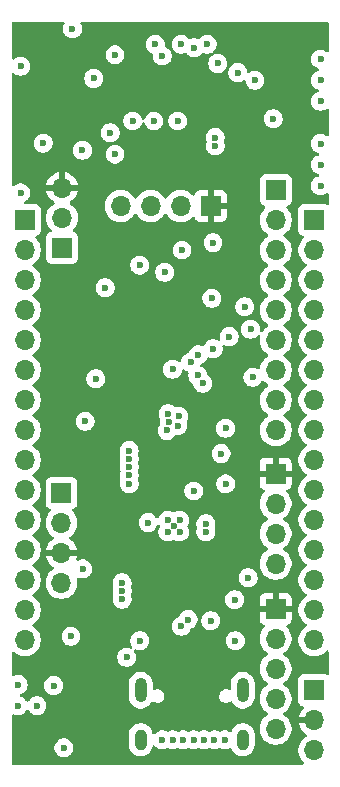
<source format=gbr>
%TF.GenerationSoftware,KiCad,Pcbnew,9.0.0*%
%TF.CreationDate,2025-04-24T12:01:06-04:00*%
%TF.ProjectId,Tiny4FSKGeneralShield,54696e79-3446-4534-9b47-656e6572616c,rev?*%
%TF.SameCoordinates,Original*%
%TF.FileFunction,Copper,L3,Inr*%
%TF.FilePolarity,Positive*%
%FSLAX46Y46*%
G04 Gerber Fmt 4.6, Leading zero omitted, Abs format (unit mm)*
G04 Created by KiCad (PCBNEW 9.0.0) date 2025-04-24 12:01:06*
%MOMM*%
%LPD*%
G01*
G04 APERTURE LIST*
%TA.AperFunction,ComponentPad*%
%ADD10R,1.700000X1.700000*%
%TD*%
%TA.AperFunction,ComponentPad*%
%ADD11O,1.700000X1.700000*%
%TD*%
%TA.AperFunction,HeatsinkPad*%
%ADD12O,1.000000X2.100000*%
%TD*%
%TA.AperFunction,HeatsinkPad*%
%ADD13O,1.000000X1.800000*%
%TD*%
%TA.AperFunction,ComponentPad*%
%ADD14C,0.600000*%
%TD*%
%TA.AperFunction,ViaPad*%
%ADD15C,0.600000*%
%TD*%
G04 APERTURE END LIST*
D10*
%TO.N,Earth*%
%TO.C,J17*%
X136500000Y-80260000D03*
D11*
%TO.N,SDA_5*%
X136500000Y-82800000D03*
%TO.N,SCL_5*%
X136500000Y-85340000D03*
%TO.N,Earth*%
X136500000Y-87880000D03*
%TO.N,MOSI_5*%
X136500000Y-90420000D03*
%TO.N,MISO_5*%
X136500000Y-92960000D03*
%TO.N,SCK_5*%
X136500000Y-95500000D03*
%TO.N,Earth*%
X136500000Y-98040000D03*
%TO.N,D12_5*%
X136500000Y-100580000D03*
%TO.N,D13_5*%
X136500000Y-103120000D03*
%TO.N,D38_5*%
X136500000Y-105660000D03*
%TO.N,Earth*%
X136500000Y-108200000D03*
%TO.N,A1_5*%
X136500000Y-110740000D03*
%TO.N,A2_5*%
X136500000Y-113280000D03*
%TO.N,GNDA*%
X136500000Y-115820000D03*
%TD*%
D12*
%TO.N,Earth*%
%TO.C,J2*%
X146307000Y-120070772D03*
D13*
X146307000Y-124250772D03*
D12*
X154947000Y-120070772D03*
D13*
X154947000Y-124250772D03*
%TD*%
D10*
%TO.N,Earth*%
%TO.C,J16*%
X161000000Y-80260000D03*
D11*
%TO.N,SDA*%
X161000000Y-82800000D03*
%TO.N,SCL*%
X161000000Y-85340000D03*
%TO.N,Earth*%
X161000000Y-87880000D03*
%TO.N,MOSI*%
X161000000Y-90420000D03*
%TO.N,MISO*%
X161000000Y-92960000D03*
%TO.N,SCK*%
X161000000Y-95500000D03*
%TO.N,Earth*%
X161000000Y-98040000D03*
%TO.N,D12*%
X161000000Y-100580000D03*
%TO.N,D13*%
X161000000Y-103120000D03*
%TO.N,D38*%
X161000000Y-105660000D03*
%TO.N,Earth*%
X161000000Y-108200000D03*
%TO.N,A1*%
X161000000Y-110740000D03*
%TO.N,A2*%
X161000000Y-113280000D03*
%TO.N,GNDA*%
X161000000Y-115820000D03*
%TD*%
D10*
%TO.N,+5V*%
%TO.C,J15*%
X161000000Y-120075000D03*
D11*
%TO.N,+3.3V*%
X161000000Y-122615000D03*
%TO.N,Earth*%
X161000000Y-125155000D03*
%TD*%
D14*
%TO.N,Earth*%
%TO.C,U3*%
X148602000Y-106675772D03*
X149602000Y-106675772D03*
X149102000Y-106175772D03*
X148602000Y-105675772D03*
X149602000Y-105675772D03*
%TD*%
D10*
%TO.N,+3.3V*%
%TO.C,J12*%
X152227000Y-79075772D03*
D11*
%TO.N,Earth*%
X149687000Y-79075772D03*
%TO.N,SCL*%
X147147000Y-79075772D03*
%TO.N,SDA*%
X144607000Y-79075772D03*
%TD*%
D10*
%TO.N,+5V*%
%TO.C,J7*%
X139641431Y-82602929D03*
D11*
%TO.N,Earth*%
X139641431Y-80062929D03*
%TO.N,+3.3V*%
X139641431Y-77522929D03*
%TD*%
D10*
%TO.N,D+*%
%TO.C,J8*%
X139597000Y-103360772D03*
D11*
%TO.N,D-*%
X139597000Y-105900772D03*
%TO.N,+3.3V*%
X139597000Y-108440772D03*
%TO.N,Earth*%
X139597000Y-110980772D03*
%TD*%
D10*
%TO.N,D38*%
%TO.C,J4*%
X157747000Y-77730772D03*
D11*
%TO.N,Earth*%
X157747000Y-80270772D03*
%TO.N,D12*%
X157747000Y-82810772D03*
%TO.N,Earth*%
X157747000Y-85350772D03*
%TO.N,D13*%
X157747000Y-87890772D03*
%TO.N,Earth*%
X157747000Y-90430772D03*
%TO.N,A1*%
X157747000Y-92970772D03*
%TO.N,GNDA*%
X157747000Y-95510772D03*
%TO.N,A2*%
X157747000Y-98050772D03*
%TD*%
D10*
%TO.N,+3.3V*%
%TO.C,J6*%
X157727000Y-113175772D03*
D11*
%TO.N,MOSI*%
X157727000Y-115715772D03*
%TO.N,MISO*%
X157727000Y-118255772D03*
%TO.N,SCK*%
X157727000Y-120795772D03*
%TO.N,Earth*%
X157727000Y-123335772D03*
%TD*%
D10*
%TO.N,+3.3V*%
%TO.C,J3*%
X157727000Y-101740772D03*
D11*
%TO.N,SDA*%
X157727000Y-104280772D03*
%TO.N,SCL*%
X157727000Y-106820772D03*
%TO.N,Earth*%
X157727000Y-109360772D03*
%TD*%
D15*
%TO.N,Earth*%
X161527000Y-75575772D03*
X152627000Y-73975772D03*
X151827000Y-105975772D03*
X145127000Y-117275772D03*
X143300000Y-86000000D03*
X137527000Y-121375772D03*
X152543667Y-124275772D03*
X141600000Y-97300000D03*
X161527000Y-70209106D03*
X136127000Y-77964661D03*
X142327000Y-68275772D03*
X148127000Y-124275772D03*
X145327000Y-102575772D03*
X149800000Y-82800000D03*
X135927000Y-121375772D03*
X151660333Y-124275772D03*
X161527000Y-73786883D03*
X153500000Y-102600000D03*
X136127000Y-67231328D03*
X145327000Y-101175772D03*
X140527000Y-64075772D03*
X146927000Y-105875772D03*
X157527000Y-71675772D03*
X149893667Y-124275772D03*
X161527000Y-66631328D03*
X145327000Y-99775772D03*
X149000000Y-92900000D03*
X144727000Y-110975772D03*
X145627000Y-71875772D03*
X147427000Y-71875772D03*
X144127000Y-74675772D03*
X144727000Y-111675772D03*
X145327000Y-100475772D03*
X151827000Y-106675772D03*
X149427000Y-71875772D03*
X138927000Y-119675772D03*
X150827000Y-65675772D03*
X153107234Y-100031385D03*
X153427000Y-124275772D03*
X150777000Y-124275772D03*
X146227000Y-84075772D03*
X154250000Y-112400000D03*
X150800000Y-103200000D03*
X145327000Y-101875772D03*
X149010333Y-124275772D03*
X161527000Y-68420217D03*
X143727000Y-72875772D03*
X152627000Y-73275772D03*
X146227000Y-115875772D03*
X161527000Y-77364661D03*
X144727000Y-112375772D03*
X139800000Y-124950000D03*
X140400000Y-115500000D03*
X152227000Y-114175772D03*
X152427000Y-82175772D03*
X154327000Y-115875772D03*
X144127000Y-66275772D03*
X142500000Y-93700000D03*
X135927000Y-119586883D03*
%TO.N,+5V*%
X149527000Y-96875772D03*
X148708325Y-97361558D03*
X155400000Y-110550000D03*
X148527000Y-98075772D03*
X148627000Y-96665772D03*
X149427000Y-97675772D03*
%TO.N,D38*%
X151175518Y-91675000D03*
X148127000Y-66375772D03*
%TO.N,SCK*%
X149727000Y-65375772D03*
X153800000Y-90125000D03*
X155800000Y-93575000D03*
%TO.N,MOSI*%
X147527000Y-65375772D03*
%TO.N,+3.3V*%
X141527000Y-66575772D03*
X158602000Y-69198792D03*
X148527000Y-86275772D03*
X148727000Y-65375772D03*
%TO.N,MISO*%
X151125000Y-93416209D03*
X155600000Y-89500000D03*
X151927000Y-65375772D03*
%TO.N,D-*%
X149752427Y-114647573D03*
%TO.N,D+*%
X150318114Y-114081886D03*
%TO.N,SCL*%
X151566942Y-94083058D03*
X155978596Y-68427368D03*
X155100000Y-87600000D03*
%TO.N,D13*%
X152827000Y-67000772D03*
%TO.N,A1*%
X150527000Y-92300000D03*
X148327000Y-84675772D03*
%TO.N,D12*%
X152441942Y-91158058D03*
X152327000Y-86875772D03*
X154527000Y-67775772D03*
%TO.N,A2*%
X153487765Y-97888007D03*
%TO.N,A1_5*%
X141400000Y-109800000D03*
%TO.N,GNDA*%
X138050000Y-73750000D03*
X141375000Y-74350000D03*
%TD*%
%TA.AperFunction,Conductor*%
%TO.N,+3.3V*%
G36*
X139799871Y-63495957D02*
G01*
X139845626Y-63548761D01*
X139855570Y-63617919D01*
X139835933Y-63669164D01*
X139817610Y-63696584D01*
X139817602Y-63696599D01*
X139757264Y-63842270D01*
X139757261Y-63842282D01*
X139726500Y-63996925D01*
X139726500Y-64154618D01*
X139757261Y-64309261D01*
X139757264Y-64309273D01*
X139817602Y-64454944D01*
X139817609Y-64454957D01*
X139905210Y-64586060D01*
X139905213Y-64586064D01*
X140016707Y-64697558D01*
X140016711Y-64697561D01*
X140147814Y-64785162D01*
X140147827Y-64785169D01*
X140293498Y-64845507D01*
X140293503Y-64845509D01*
X140443131Y-64875272D01*
X140448153Y-64876271D01*
X140448156Y-64876272D01*
X140448158Y-64876272D01*
X140605844Y-64876272D01*
X140605845Y-64876271D01*
X140760497Y-64845509D01*
X140906179Y-64785166D01*
X141037289Y-64697561D01*
X141148789Y-64586061D01*
X141236394Y-64454951D01*
X141296737Y-64309269D01*
X141327500Y-64154614D01*
X141327500Y-63996930D01*
X141327500Y-63996927D01*
X141327499Y-63996925D01*
X141296738Y-63842282D01*
X141296737Y-63842275D01*
X141296735Y-63842270D01*
X141236397Y-63696599D01*
X141236389Y-63696584D01*
X141218067Y-63669164D01*
X141197188Y-63602487D01*
X141215672Y-63535106D01*
X141267650Y-63488416D01*
X141321168Y-63476272D01*
X162102500Y-63476272D01*
X162169539Y-63495957D01*
X162215294Y-63548761D01*
X162226500Y-63600272D01*
X162226500Y-65903977D01*
X162206815Y-65971016D01*
X162154011Y-66016771D01*
X162084853Y-66026715D01*
X162033609Y-66007079D01*
X161906185Y-65921937D01*
X161906172Y-65921930D01*
X161760501Y-65861592D01*
X161760489Y-65861589D01*
X161605845Y-65830828D01*
X161605842Y-65830828D01*
X161448158Y-65830828D01*
X161448155Y-65830828D01*
X161293510Y-65861589D01*
X161293498Y-65861592D01*
X161147827Y-65921930D01*
X161147814Y-65921937D01*
X161016711Y-66009538D01*
X161016707Y-66009541D01*
X160905213Y-66121035D01*
X160905210Y-66121039D01*
X160817609Y-66252142D01*
X160817602Y-66252155D01*
X160757264Y-66397826D01*
X160757261Y-66397838D01*
X160726500Y-66552481D01*
X160726500Y-66710174D01*
X160757261Y-66864817D01*
X160757264Y-66864829D01*
X160817602Y-67010500D01*
X160817609Y-67010513D01*
X160905210Y-67141616D01*
X160905213Y-67141620D01*
X161016707Y-67253114D01*
X161016711Y-67253117D01*
X161147814Y-67340718D01*
X161147827Y-67340725D01*
X161282721Y-67396599D01*
X161293503Y-67401065D01*
X161309036Y-67404154D01*
X161370947Y-67436538D01*
X161405522Y-67497253D01*
X161401783Y-67567023D01*
X161360918Y-67623696D01*
X161309040Y-67647389D01*
X161293506Y-67650479D01*
X161293498Y-67650481D01*
X161147827Y-67710819D01*
X161147814Y-67710826D01*
X161016711Y-67798427D01*
X161016707Y-67798430D01*
X160905213Y-67909924D01*
X160905210Y-67909928D01*
X160817609Y-68041031D01*
X160817602Y-68041044D01*
X160757264Y-68186715D01*
X160757261Y-68186727D01*
X160726500Y-68341370D01*
X160726500Y-68499063D01*
X160757261Y-68653706D01*
X160757264Y-68653718D01*
X160817602Y-68799389D01*
X160817609Y-68799402D01*
X160905210Y-68930505D01*
X160905213Y-68930509D01*
X161016707Y-69042003D01*
X161016711Y-69042006D01*
X161147814Y-69129607D01*
X161147827Y-69129614D01*
X161293498Y-69189952D01*
X161293503Y-69189954D01*
X161309036Y-69193043D01*
X161370947Y-69225427D01*
X161405522Y-69286142D01*
X161401783Y-69355912D01*
X161360918Y-69412585D01*
X161309040Y-69436278D01*
X161293506Y-69439368D01*
X161293498Y-69439370D01*
X161147827Y-69499708D01*
X161147814Y-69499715D01*
X161016711Y-69587316D01*
X161016707Y-69587319D01*
X160905213Y-69698813D01*
X160905210Y-69698817D01*
X160817609Y-69829920D01*
X160817602Y-69829933D01*
X160757264Y-69975604D01*
X160757261Y-69975616D01*
X160726500Y-70130259D01*
X160726500Y-70287952D01*
X160757261Y-70442595D01*
X160757264Y-70442607D01*
X160817602Y-70588278D01*
X160817609Y-70588291D01*
X160905210Y-70719394D01*
X160905213Y-70719398D01*
X161016707Y-70830892D01*
X161016711Y-70830895D01*
X161147814Y-70918496D01*
X161147827Y-70918503D01*
X161293498Y-70978841D01*
X161293503Y-70978843D01*
X161448153Y-71009605D01*
X161448156Y-71009606D01*
X161448158Y-71009606D01*
X161605844Y-71009606D01*
X161605845Y-71009605D01*
X161760497Y-70978843D01*
X161906179Y-70918500D01*
X162033609Y-70833354D01*
X162100286Y-70812476D01*
X162167666Y-70830960D01*
X162214357Y-70882939D01*
X162226500Y-70936456D01*
X162226500Y-73059532D01*
X162206815Y-73126571D01*
X162154011Y-73172326D01*
X162084853Y-73182270D01*
X162033609Y-73162634D01*
X161906185Y-73077492D01*
X161906172Y-73077485D01*
X161760501Y-73017147D01*
X161760489Y-73017144D01*
X161605845Y-72986383D01*
X161605842Y-72986383D01*
X161448158Y-72986383D01*
X161448155Y-72986383D01*
X161293510Y-73017144D01*
X161293498Y-73017147D01*
X161147827Y-73077485D01*
X161147814Y-73077492D01*
X161016711Y-73165093D01*
X161016707Y-73165096D01*
X160905213Y-73276590D01*
X160905210Y-73276594D01*
X160817609Y-73407697D01*
X160817602Y-73407710D01*
X160757264Y-73553381D01*
X160757261Y-73553393D01*
X160726500Y-73708036D01*
X160726500Y-73865729D01*
X160757261Y-74020372D01*
X160757264Y-74020384D01*
X160817602Y-74166055D01*
X160817609Y-74166068D01*
X160905210Y-74297171D01*
X160905213Y-74297175D01*
X161016707Y-74408669D01*
X161016711Y-74408672D01*
X161147814Y-74496273D01*
X161147827Y-74496280D01*
X161278725Y-74550499D01*
X161293503Y-74556620D01*
X161309036Y-74559709D01*
X161370947Y-74592093D01*
X161405522Y-74652808D01*
X161401783Y-74722578D01*
X161360918Y-74779251D01*
X161309040Y-74802944D01*
X161293506Y-74806034D01*
X161293498Y-74806036D01*
X161147827Y-74866374D01*
X161147814Y-74866381D01*
X161016711Y-74953982D01*
X161016707Y-74953985D01*
X160905213Y-75065479D01*
X160905210Y-75065483D01*
X160817609Y-75196586D01*
X160817602Y-75196599D01*
X160757264Y-75342270D01*
X160757261Y-75342282D01*
X160726500Y-75496925D01*
X160726500Y-75654618D01*
X160757261Y-75809261D01*
X160757264Y-75809273D01*
X160817602Y-75954944D01*
X160817609Y-75954957D01*
X160905210Y-76086060D01*
X160905213Y-76086064D01*
X161016707Y-76197558D01*
X161016711Y-76197561D01*
X161147814Y-76285162D01*
X161147827Y-76285169D01*
X161293498Y-76345507D01*
X161293503Y-76345509D01*
X161309036Y-76348598D01*
X161370947Y-76380982D01*
X161405522Y-76441697D01*
X161401783Y-76511467D01*
X161360918Y-76568140D01*
X161309040Y-76591833D01*
X161293506Y-76594923D01*
X161293498Y-76594925D01*
X161147827Y-76655263D01*
X161147814Y-76655270D01*
X161016711Y-76742871D01*
X161016707Y-76742874D01*
X160905213Y-76854368D01*
X160905210Y-76854372D01*
X160817609Y-76985475D01*
X160817602Y-76985488D01*
X160757264Y-77131159D01*
X160757261Y-77131171D01*
X160726500Y-77285814D01*
X160726500Y-77443507D01*
X160757261Y-77598150D01*
X160757264Y-77598162D01*
X160817602Y-77743833D01*
X160817609Y-77743846D01*
X160905210Y-77874949D01*
X160905213Y-77874953D01*
X161016707Y-77986447D01*
X161016711Y-77986450D01*
X161147814Y-78074051D01*
X161147827Y-78074058D01*
X161293498Y-78134396D01*
X161293503Y-78134398D01*
X161420151Y-78159590D01*
X161448153Y-78165160D01*
X161448156Y-78165161D01*
X161448158Y-78165161D01*
X161605844Y-78165161D01*
X161605845Y-78165160D01*
X161760497Y-78134398D01*
X161906179Y-78074055D01*
X162033609Y-77988909D01*
X162100286Y-77968031D01*
X162167666Y-77986515D01*
X162214357Y-78038494D01*
X162226500Y-78092011D01*
X162226500Y-78837652D01*
X162206815Y-78904691D01*
X162154011Y-78950446D01*
X162084853Y-78960390D01*
X162059167Y-78953834D01*
X161957482Y-78915908D01*
X161957483Y-78915908D01*
X161897883Y-78909501D01*
X161897881Y-78909500D01*
X161897873Y-78909500D01*
X161897864Y-78909500D01*
X160102129Y-78909500D01*
X160102123Y-78909501D01*
X160042516Y-78915908D01*
X159907671Y-78966202D01*
X159907664Y-78966206D01*
X159792455Y-79052452D01*
X159792452Y-79052455D01*
X159706206Y-79167664D01*
X159706202Y-79167671D01*
X159655908Y-79302517D01*
X159650254Y-79355113D01*
X159649501Y-79362123D01*
X159649500Y-79362135D01*
X159649500Y-81157870D01*
X159649501Y-81157876D01*
X159655908Y-81217483D01*
X159706202Y-81352328D01*
X159706206Y-81352335D01*
X159792452Y-81467544D01*
X159792455Y-81467547D01*
X159907664Y-81553793D01*
X159907671Y-81553797D01*
X160039082Y-81602810D01*
X160095016Y-81644681D01*
X160119433Y-81710145D01*
X160104582Y-81778418D01*
X160083431Y-81806673D01*
X159969889Y-81920215D01*
X159844951Y-82092179D01*
X159748444Y-82281585D01*
X159682753Y-82483760D01*
X159681047Y-82494532D01*
X159649500Y-82693713D01*
X159649500Y-82906287D01*
X159682754Y-83116243D01*
X159745803Y-83310288D01*
X159748444Y-83318414D01*
X159844951Y-83507820D01*
X159969890Y-83679786D01*
X160120213Y-83830109D01*
X160292182Y-83955050D01*
X160300946Y-83959516D01*
X160351742Y-84007491D01*
X160368536Y-84075312D01*
X160345998Y-84141447D01*
X160300946Y-84180484D01*
X160292182Y-84184949D01*
X160120213Y-84309890D01*
X159969890Y-84460213D01*
X159844951Y-84632179D01*
X159748444Y-84821585D01*
X159682753Y-85023760D01*
X159649500Y-85233713D01*
X159649500Y-85446286D01*
X159677144Y-85620827D01*
X159682754Y-85656243D01*
X159718578Y-85766498D01*
X159748444Y-85858414D01*
X159844951Y-86047820D01*
X159969890Y-86219786D01*
X160120213Y-86370109D01*
X160292182Y-86495050D01*
X160300946Y-86499516D01*
X160351742Y-86547491D01*
X160368536Y-86615312D01*
X160345998Y-86681447D01*
X160300946Y-86720484D01*
X160292182Y-86724949D01*
X160120213Y-86849890D01*
X159969890Y-87000213D01*
X159844951Y-87172179D01*
X159748444Y-87361585D01*
X159682753Y-87563760D01*
X159649500Y-87773713D01*
X159649500Y-87986286D01*
X159669140Y-88110292D01*
X159682754Y-88196243D01*
X159739126Y-88369738D01*
X159748444Y-88398414D01*
X159844951Y-88587820D01*
X159969890Y-88759786D01*
X160120213Y-88910109D01*
X160292182Y-89035050D01*
X160300946Y-89039516D01*
X160351742Y-89087491D01*
X160368536Y-89155312D01*
X160345998Y-89221447D01*
X160300946Y-89260484D01*
X160292182Y-89264949D01*
X160120213Y-89389890D01*
X159969890Y-89540213D01*
X159844951Y-89712179D01*
X159748444Y-89901585D01*
X159682753Y-90103760D01*
X159666022Y-90209397D01*
X159649500Y-90313713D01*
X159649500Y-90526287D01*
X159682754Y-90736243D01*
X159744247Y-90925499D01*
X159748444Y-90938414D01*
X159844951Y-91127820D01*
X159969890Y-91299786D01*
X160120213Y-91450109D01*
X160292182Y-91575050D01*
X160300946Y-91579516D01*
X160351742Y-91627491D01*
X160368536Y-91695312D01*
X160345998Y-91761447D01*
X160300946Y-91800484D01*
X160292182Y-91804949D01*
X160120213Y-91929890D01*
X159969890Y-92080213D01*
X159844951Y-92252179D01*
X159748444Y-92441585D01*
X159682753Y-92643760D01*
X159672766Y-92706818D01*
X159649500Y-92853713D01*
X159649500Y-93066287D01*
X159651389Y-93078211D01*
X159669048Y-93189711D01*
X159682754Y-93276243D01*
X159726309Y-93410292D01*
X159748444Y-93478414D01*
X159844951Y-93667820D01*
X159969890Y-93839786D01*
X160120213Y-93990109D01*
X160292182Y-94115050D01*
X160300946Y-94119516D01*
X160351742Y-94167491D01*
X160368536Y-94235312D01*
X160345998Y-94301447D01*
X160300946Y-94340484D01*
X160292182Y-94344949D01*
X160120213Y-94469890D01*
X159969890Y-94620213D01*
X159844951Y-94792179D01*
X159748444Y-94981585D01*
X159682753Y-95183760D01*
X159681047Y-95194532D01*
X159649500Y-95393713D01*
X159649500Y-95606287D01*
X159682754Y-95816243D01*
X159708680Y-95896036D01*
X159748444Y-96018414D01*
X159844951Y-96207820D01*
X159969890Y-96379786D01*
X160120213Y-96530109D01*
X160292182Y-96655050D01*
X160300946Y-96659516D01*
X160351742Y-96707491D01*
X160368536Y-96775312D01*
X160345998Y-96841447D01*
X160300946Y-96880484D01*
X160292182Y-96884949D01*
X160120213Y-97009890D01*
X159969890Y-97160213D01*
X159844951Y-97332179D01*
X159748444Y-97521585D01*
X159682753Y-97723760D01*
X159669048Y-97810292D01*
X159649500Y-97933713D01*
X159649500Y-98146287D01*
X159655800Y-98186061D01*
X159675314Y-98309273D01*
X159682754Y-98356243D01*
X159736949Y-98523038D01*
X159748444Y-98558414D01*
X159844951Y-98747820D01*
X159969890Y-98919786D01*
X160120213Y-99070109D01*
X160292182Y-99195050D01*
X160300946Y-99199516D01*
X160351742Y-99247491D01*
X160368536Y-99315312D01*
X160345998Y-99381447D01*
X160300946Y-99420484D01*
X160292182Y-99424949D01*
X160120213Y-99549890D01*
X159969890Y-99700213D01*
X159844951Y-99872179D01*
X159748444Y-100061585D01*
X159682753Y-100263760D01*
X159659503Y-100410557D01*
X159649500Y-100473713D01*
X159649500Y-100686287D01*
X159658130Y-100740773D01*
X159675079Y-100847790D01*
X159682754Y-100896243D01*
X159747961Y-101096930D01*
X159748444Y-101098414D01*
X159844951Y-101287820D01*
X159969890Y-101459786D01*
X160120213Y-101610109D01*
X160292182Y-101735050D01*
X160300946Y-101739516D01*
X160351742Y-101787491D01*
X160368536Y-101855312D01*
X160345998Y-101921447D01*
X160300946Y-101960484D01*
X160292182Y-101964949D01*
X160120213Y-102089890D01*
X159969890Y-102240213D01*
X159844951Y-102412179D01*
X159748444Y-102601585D01*
X159682753Y-102803760D01*
X159649500Y-103013713D01*
X159649500Y-103226286D01*
X159682319Y-103433501D01*
X159682754Y-103436243D01*
X159727173Y-103572951D01*
X159748444Y-103638414D01*
X159844951Y-103827820D01*
X159969890Y-103999786D01*
X160120213Y-104150109D01*
X160292182Y-104275050D01*
X160300946Y-104279516D01*
X160351742Y-104327491D01*
X160368536Y-104395312D01*
X160345998Y-104461447D01*
X160300946Y-104500484D01*
X160292182Y-104504949D01*
X160120213Y-104629890D01*
X159969890Y-104780213D01*
X159844951Y-104952179D01*
X159748444Y-105141585D01*
X159682753Y-105343760D01*
X159649500Y-105553713D01*
X159649500Y-105766286D01*
X159677169Y-105940985D01*
X159682754Y-105976243D01*
X159747585Y-106175772D01*
X159748444Y-106178414D01*
X159844951Y-106367820D01*
X159969890Y-106539786D01*
X160120213Y-106690109D01*
X160292182Y-106815050D01*
X160300946Y-106819516D01*
X160351742Y-106867491D01*
X160368536Y-106935312D01*
X160345998Y-107001447D01*
X160300946Y-107040484D01*
X160292182Y-107044949D01*
X160120213Y-107169890D01*
X159969890Y-107320213D01*
X159844951Y-107492179D01*
X159748444Y-107681585D01*
X159682753Y-107883760D01*
X159649500Y-108093713D01*
X159649500Y-108306286D01*
X159677169Y-108480985D01*
X159682754Y-108516243D01*
X159739462Y-108690772D01*
X159748444Y-108718414D01*
X159844951Y-108907820D01*
X159969890Y-109079786D01*
X160120213Y-109230109D01*
X160292182Y-109355050D01*
X160300946Y-109359516D01*
X160351742Y-109407491D01*
X160368536Y-109475312D01*
X160345998Y-109541447D01*
X160300946Y-109580484D01*
X160292182Y-109584949D01*
X160120213Y-109709890D01*
X159969890Y-109860213D01*
X159844951Y-110032179D01*
X159748444Y-110221585D01*
X159682753Y-110423760D01*
X159649500Y-110633713D01*
X159649500Y-110846286D01*
X159682496Y-111054618D01*
X159682754Y-111056243D01*
X159732475Y-111209269D01*
X159748444Y-111258414D01*
X159844951Y-111447820D01*
X159969890Y-111619786D01*
X160120213Y-111770109D01*
X160292182Y-111895050D01*
X160300946Y-111899516D01*
X160351742Y-111947491D01*
X160368536Y-112015312D01*
X160345998Y-112081447D01*
X160300946Y-112120484D01*
X160292182Y-112124949D01*
X160120213Y-112249890D01*
X159969890Y-112400213D01*
X159844951Y-112572179D01*
X159748444Y-112761585D01*
X159748443Y-112761587D01*
X159748443Y-112761588D01*
X159742730Y-112779172D01*
X159682753Y-112963760D01*
X159663524Y-113085169D01*
X159649500Y-113173713D01*
X159649500Y-113386287D01*
X159652628Y-113406035D01*
X159678849Y-113571593D01*
X159682754Y-113596243D01*
X159717348Y-113702713D01*
X159748444Y-113798414D01*
X159844951Y-113987820D01*
X159969890Y-114159786D01*
X160120213Y-114310109D01*
X160292182Y-114435050D01*
X160300946Y-114439516D01*
X160351742Y-114487491D01*
X160368536Y-114555312D01*
X160345998Y-114621447D01*
X160300946Y-114660484D01*
X160292182Y-114664949D01*
X160120213Y-114789890D01*
X159969890Y-114940213D01*
X159844951Y-115112179D01*
X159748444Y-115301585D01*
X159682753Y-115503760D01*
X159649500Y-115713713D01*
X159649500Y-115926286D01*
X159680464Y-116121789D01*
X159682754Y-116136243D01*
X159736124Y-116300499D01*
X159748444Y-116338414D01*
X159844951Y-116527820D01*
X159969890Y-116699786D01*
X160120213Y-116850109D01*
X160292179Y-116975048D01*
X160292181Y-116975049D01*
X160292184Y-116975051D01*
X160481588Y-117071557D01*
X160683757Y-117137246D01*
X160893713Y-117170500D01*
X160893714Y-117170500D01*
X161106286Y-117170500D01*
X161106287Y-117170500D01*
X161316243Y-117137246D01*
X161518412Y-117071557D01*
X161707816Y-116975051D01*
X161815805Y-116896593D01*
X161879786Y-116850109D01*
X161879788Y-116850106D01*
X161879792Y-116850104D01*
X162014819Y-116715077D01*
X162076142Y-116681592D01*
X162145834Y-116686576D01*
X162201767Y-116728448D01*
X162226184Y-116793912D01*
X162226500Y-116802758D01*
X162226500Y-118652652D01*
X162206815Y-118719691D01*
X162154011Y-118765446D01*
X162084853Y-118775390D01*
X162059167Y-118768834D01*
X161957482Y-118730908D01*
X161957483Y-118730908D01*
X161897883Y-118724501D01*
X161897881Y-118724500D01*
X161897873Y-118724500D01*
X161897864Y-118724500D01*
X160102129Y-118724500D01*
X160102123Y-118724501D01*
X160042516Y-118730908D01*
X159907671Y-118781202D01*
X159907664Y-118781206D01*
X159792455Y-118867452D01*
X159792452Y-118867455D01*
X159706206Y-118982664D01*
X159706202Y-118982671D01*
X159655908Y-119117517D01*
X159649501Y-119177116D01*
X159649500Y-119177135D01*
X159649500Y-120972870D01*
X159649501Y-120972876D01*
X159655908Y-121032483D01*
X159706202Y-121167328D01*
X159706206Y-121167335D01*
X159792452Y-121282544D01*
X159792455Y-121282547D01*
X159907664Y-121368793D01*
X159907671Y-121368797D01*
X159969902Y-121392007D01*
X160039598Y-121418002D01*
X160095531Y-121459873D01*
X160119949Y-121525337D01*
X160105098Y-121593610D01*
X160083947Y-121621865D01*
X159970271Y-121735541D01*
X159845379Y-121907442D01*
X159748904Y-122096782D01*
X159683242Y-122298870D01*
X159683242Y-122298873D01*
X159672769Y-122365000D01*
X160566988Y-122365000D01*
X160534075Y-122422007D01*
X160500000Y-122549174D01*
X160500000Y-122680826D01*
X160534075Y-122807993D01*
X160566988Y-122865000D01*
X159672769Y-122865000D01*
X159683242Y-122931126D01*
X159683242Y-122931129D01*
X159748904Y-123133217D01*
X159845379Y-123322557D01*
X159970272Y-123494459D01*
X159970276Y-123494464D01*
X160120535Y-123644723D01*
X160120540Y-123644727D01*
X160292444Y-123769622D01*
X160301495Y-123774234D01*
X160352292Y-123822208D01*
X160369087Y-123890029D01*
X160346550Y-123956164D01*
X160301499Y-123995202D01*
X160292182Y-123999949D01*
X160120213Y-124124890D01*
X159969890Y-124275213D01*
X159844951Y-124447179D01*
X159748444Y-124636585D01*
X159682753Y-124838760D01*
X159649500Y-125048713D01*
X159649500Y-125261286D01*
X159681019Y-125460292D01*
X159682754Y-125471243D01*
X159743889Y-125659397D01*
X159748444Y-125673414D01*
X159844951Y-125862820D01*
X159969890Y-126034786D01*
X160098695Y-126163591D01*
X160132180Y-126224914D01*
X160127196Y-126294606D01*
X160085324Y-126350539D01*
X160019860Y-126374956D01*
X160011014Y-126375272D01*
X135501500Y-126375272D01*
X135434461Y-126355587D01*
X135388706Y-126302783D01*
X135377500Y-126251272D01*
X135377500Y-124871153D01*
X138999500Y-124871153D01*
X138999500Y-125028846D01*
X139030261Y-125183489D01*
X139030264Y-125183501D01*
X139090602Y-125329172D01*
X139090609Y-125329185D01*
X139178210Y-125460288D01*
X139178213Y-125460292D01*
X139289707Y-125571786D01*
X139289711Y-125571789D01*
X139420814Y-125659390D01*
X139420827Y-125659397D01*
X139566498Y-125719735D01*
X139566503Y-125719737D01*
X139721153Y-125750499D01*
X139721156Y-125750500D01*
X139721158Y-125750500D01*
X139878844Y-125750500D01*
X139878845Y-125750499D01*
X140033497Y-125719737D01*
X140179179Y-125659394D01*
X140310289Y-125571789D01*
X140421789Y-125460289D01*
X140509394Y-125329179D01*
X140569737Y-125183497D01*
X140600500Y-125028842D01*
X140600500Y-124871158D01*
X140600500Y-124871155D01*
X140600499Y-124871153D01*
X140599331Y-124865282D01*
X140576264Y-124749315D01*
X145306499Y-124749315D01*
X145344947Y-124942601D01*
X145344950Y-124942611D01*
X145420364Y-125124679D01*
X145420371Y-125124692D01*
X145529860Y-125288553D01*
X145529863Y-125288557D01*
X145669214Y-125427908D01*
X145669218Y-125427911D01*
X145833079Y-125537400D01*
X145833092Y-125537407D01*
X145916099Y-125571789D01*
X146015165Y-125612823D01*
X146015169Y-125612823D01*
X146015170Y-125612824D01*
X146208456Y-125651272D01*
X146208459Y-125651272D01*
X146405543Y-125651272D01*
X146535582Y-125625404D01*
X146598835Y-125612823D01*
X146780914Y-125537404D01*
X146944782Y-125427911D01*
X147084139Y-125288554D01*
X147193632Y-125124686D01*
X147269051Y-124942607D01*
X147289040Y-124842118D01*
X147321425Y-124780207D01*
X147382140Y-124745633D01*
X147451910Y-124749372D01*
X147499749Y-124782907D01*
X147500903Y-124781754D01*
X147616707Y-124897558D01*
X147616711Y-124897561D01*
X147747814Y-124985162D01*
X147747827Y-124985169D01*
X147893498Y-125045507D01*
X147893503Y-125045509D01*
X148048153Y-125076271D01*
X148048156Y-125076272D01*
X148048158Y-125076272D01*
X148205844Y-125076272D01*
X148205845Y-125076271D01*
X148360497Y-125045509D01*
X148506179Y-124985166D01*
X148506194Y-124985155D01*
X148510200Y-124983015D01*
X148578601Y-124968766D01*
X148627122Y-124983010D01*
X148631148Y-124985162D01*
X148631154Y-124985166D01*
X148631160Y-124985168D01*
X148631161Y-124985169D01*
X148776831Y-125045507D01*
X148776836Y-125045509D01*
X148931486Y-125076271D01*
X148931489Y-125076272D01*
X148931491Y-125076272D01*
X149089177Y-125076272D01*
X149089178Y-125076271D01*
X149243830Y-125045509D01*
X149389512Y-124985166D01*
X149389517Y-124985162D01*
X149393539Y-124983013D01*
X149461941Y-124968766D01*
X149510461Y-124983013D01*
X149514494Y-124985169D01*
X149660165Y-125045507D01*
X149660170Y-125045509D01*
X149814820Y-125076271D01*
X149814823Y-125076272D01*
X149814825Y-125076272D01*
X149972511Y-125076272D01*
X149972512Y-125076271D01*
X150127164Y-125045509D01*
X150272846Y-124985166D01*
X150272861Y-124985155D01*
X150276867Y-124983015D01*
X150345268Y-124968766D01*
X150393789Y-124983010D01*
X150397815Y-124985162D01*
X150397821Y-124985166D01*
X150397827Y-124985168D01*
X150397828Y-124985169D01*
X150543498Y-125045507D01*
X150543503Y-125045509D01*
X150698153Y-125076271D01*
X150698156Y-125076272D01*
X150698158Y-125076272D01*
X150855844Y-125076272D01*
X150855845Y-125076271D01*
X151010497Y-125045509D01*
X151156179Y-124985166D01*
X151156194Y-124985155D01*
X151160200Y-124983015D01*
X151228601Y-124968766D01*
X151277122Y-124983010D01*
X151281148Y-124985162D01*
X151281154Y-124985166D01*
X151281160Y-124985168D01*
X151281161Y-124985169D01*
X151426831Y-125045507D01*
X151426836Y-125045509D01*
X151581486Y-125076271D01*
X151581489Y-125076272D01*
X151581491Y-125076272D01*
X151739177Y-125076272D01*
X151739178Y-125076271D01*
X151893830Y-125045509D01*
X152039512Y-124985166D01*
X152039517Y-124985162D01*
X152043539Y-124983013D01*
X152111941Y-124968766D01*
X152160461Y-124983013D01*
X152164494Y-124985169D01*
X152310165Y-125045507D01*
X152310170Y-125045509D01*
X152464820Y-125076271D01*
X152464823Y-125076272D01*
X152464825Y-125076272D01*
X152622511Y-125076272D01*
X152622512Y-125076271D01*
X152777164Y-125045509D01*
X152922846Y-124985166D01*
X152922861Y-124985155D01*
X152926867Y-124983015D01*
X152995268Y-124968766D01*
X153043789Y-124983010D01*
X153047815Y-124985162D01*
X153047821Y-124985166D01*
X153047827Y-124985168D01*
X153047828Y-124985169D01*
X153193498Y-125045507D01*
X153193503Y-125045509D01*
X153348153Y-125076271D01*
X153348156Y-125076272D01*
X153348158Y-125076272D01*
X153505844Y-125076272D01*
X153505845Y-125076271D01*
X153660497Y-125045509D01*
X153806179Y-124985166D01*
X153820485Y-124975606D01*
X153834371Y-124966329D01*
X153901048Y-124945450D01*
X153968428Y-124963934D01*
X154015119Y-125015912D01*
X154017824Y-125021977D01*
X154060366Y-125124682D01*
X154060371Y-125124692D01*
X154169860Y-125288553D01*
X154169863Y-125288557D01*
X154309214Y-125427908D01*
X154309218Y-125427911D01*
X154473079Y-125537400D01*
X154473092Y-125537407D01*
X154556099Y-125571789D01*
X154655165Y-125612823D01*
X154655169Y-125612823D01*
X154655170Y-125612824D01*
X154848456Y-125651272D01*
X154848459Y-125651272D01*
X155045543Y-125651272D01*
X155175582Y-125625404D01*
X155238835Y-125612823D01*
X155420914Y-125537404D01*
X155584782Y-125427911D01*
X155724139Y-125288554D01*
X155833632Y-125124686D01*
X155909051Y-124942607D01*
X155929708Y-124838757D01*
X155947500Y-124749315D01*
X155947500Y-123752228D01*
X155909052Y-123558942D01*
X155909051Y-123558941D01*
X155909051Y-123558937D01*
X155892396Y-123518728D01*
X155833635Y-123376864D01*
X155833628Y-123376851D01*
X155724139Y-123212990D01*
X155724136Y-123212986D01*
X155584785Y-123073635D01*
X155584781Y-123073632D01*
X155420920Y-122964143D01*
X155420907Y-122964136D01*
X155238839Y-122888722D01*
X155238829Y-122888719D01*
X155045543Y-122850272D01*
X155045541Y-122850272D01*
X154848459Y-122850272D01*
X154848457Y-122850272D01*
X154655170Y-122888719D01*
X154655160Y-122888722D01*
X154473092Y-122964136D01*
X154473079Y-122964143D01*
X154309218Y-123073632D01*
X154309214Y-123073635D01*
X154169863Y-123212986D01*
X154169860Y-123212990D01*
X154060371Y-123376851D01*
X154060366Y-123376861D01*
X154001603Y-123518728D01*
X153957762Y-123573131D01*
X153891468Y-123595196D01*
X153823768Y-123577917D01*
X153818150Y-123574377D01*
X153816285Y-123573131D01*
X153806179Y-123566378D01*
X153806172Y-123566374D01*
X153660501Y-123506036D01*
X153660489Y-123506033D01*
X153505845Y-123475272D01*
X153505842Y-123475272D01*
X153348158Y-123475272D01*
X153348155Y-123475272D01*
X153193510Y-123506033D01*
X153193498Y-123506036D01*
X153047825Y-123566376D01*
X153043780Y-123568538D01*
X152975376Y-123582776D01*
X152926881Y-123568535D01*
X152922851Y-123566381D01*
X152922846Y-123566378D01*
X152904870Y-123558932D01*
X152777168Y-123506036D01*
X152777156Y-123506033D01*
X152622512Y-123475272D01*
X152622509Y-123475272D01*
X152464825Y-123475272D01*
X152464822Y-123475272D01*
X152310177Y-123506033D01*
X152310165Y-123506036D01*
X152164492Y-123566376D01*
X152160447Y-123568538D01*
X152092043Y-123582776D01*
X152043553Y-123568538D01*
X152039517Y-123566381D01*
X152039512Y-123566378D01*
X152021536Y-123558932D01*
X151893834Y-123506036D01*
X151893822Y-123506033D01*
X151739178Y-123475272D01*
X151739175Y-123475272D01*
X151581491Y-123475272D01*
X151581488Y-123475272D01*
X151426843Y-123506033D01*
X151426831Y-123506036D01*
X151281158Y-123566376D01*
X151277113Y-123568538D01*
X151208709Y-123582776D01*
X151160214Y-123568535D01*
X151156184Y-123566381D01*
X151156179Y-123566378D01*
X151138203Y-123558932D01*
X151010501Y-123506036D01*
X151010489Y-123506033D01*
X150855845Y-123475272D01*
X150855842Y-123475272D01*
X150698158Y-123475272D01*
X150698155Y-123475272D01*
X150543510Y-123506033D01*
X150543498Y-123506036D01*
X150397825Y-123566376D01*
X150393780Y-123568538D01*
X150325376Y-123582776D01*
X150276881Y-123568535D01*
X150272851Y-123566381D01*
X150272846Y-123566378D01*
X150254870Y-123558932D01*
X150127168Y-123506036D01*
X150127156Y-123506033D01*
X149972512Y-123475272D01*
X149972509Y-123475272D01*
X149814825Y-123475272D01*
X149814822Y-123475272D01*
X149660177Y-123506033D01*
X149660165Y-123506036D01*
X149514492Y-123566376D01*
X149510447Y-123568538D01*
X149442043Y-123582776D01*
X149393553Y-123568538D01*
X149389517Y-123566381D01*
X149389512Y-123566378D01*
X149371536Y-123558932D01*
X149243834Y-123506036D01*
X149243822Y-123506033D01*
X149089178Y-123475272D01*
X149089175Y-123475272D01*
X148931491Y-123475272D01*
X148931488Y-123475272D01*
X148776843Y-123506033D01*
X148776831Y-123506036D01*
X148631158Y-123566376D01*
X148627113Y-123568538D01*
X148558709Y-123582776D01*
X148510214Y-123568535D01*
X148506184Y-123566381D01*
X148506179Y-123566378D01*
X148488203Y-123558932D01*
X148360501Y-123506036D01*
X148360489Y-123506033D01*
X148205845Y-123475272D01*
X148205842Y-123475272D01*
X148048158Y-123475272D01*
X148048155Y-123475272D01*
X147893510Y-123506033D01*
X147893498Y-123506036D01*
X147747827Y-123566374D01*
X147747814Y-123566381D01*
X147616711Y-123653982D01*
X147506540Y-123764153D01*
X147445217Y-123797637D01*
X147375525Y-123792653D01*
X147319592Y-123750781D01*
X147297242Y-123700662D01*
X147269051Y-123558937D01*
X147252396Y-123518728D01*
X147193635Y-123376864D01*
X147193628Y-123376851D01*
X147084139Y-123212990D01*
X147084136Y-123212986D01*
X146944785Y-123073635D01*
X146944781Y-123073632D01*
X146780920Y-122964143D01*
X146780907Y-122964136D01*
X146598839Y-122888722D01*
X146598829Y-122888719D01*
X146405543Y-122850272D01*
X146405541Y-122850272D01*
X146208459Y-122850272D01*
X146208457Y-122850272D01*
X146015170Y-122888719D01*
X146015160Y-122888722D01*
X145833092Y-122964136D01*
X145833079Y-122964143D01*
X145669218Y-123073632D01*
X145669214Y-123073635D01*
X145529863Y-123212986D01*
X145529860Y-123212990D01*
X145420371Y-123376851D01*
X145420364Y-123376864D01*
X145344950Y-123558932D01*
X145344947Y-123558942D01*
X145306500Y-123752228D01*
X145306500Y-123752231D01*
X145306500Y-124749313D01*
X145306500Y-124749315D01*
X145306499Y-124749315D01*
X140576264Y-124749315D01*
X140569737Y-124716503D01*
X140543441Y-124653018D01*
X140509397Y-124570827D01*
X140509390Y-124570814D01*
X140421789Y-124439711D01*
X140421786Y-124439707D01*
X140310292Y-124328213D01*
X140310288Y-124328210D01*
X140179185Y-124240609D01*
X140179172Y-124240602D01*
X140033501Y-124180264D01*
X140033489Y-124180261D01*
X139878845Y-124149500D01*
X139878842Y-124149500D01*
X139721158Y-124149500D01*
X139721155Y-124149500D01*
X139566510Y-124180261D01*
X139566498Y-124180264D01*
X139420827Y-124240602D01*
X139420814Y-124240609D01*
X139289711Y-124328210D01*
X139289707Y-124328213D01*
X139178213Y-124439707D01*
X139178210Y-124439711D01*
X139090609Y-124570814D01*
X139090602Y-124570827D01*
X139030264Y-124716498D01*
X139030261Y-124716510D01*
X138999500Y-124871153D01*
X135377500Y-124871153D01*
X135377500Y-122200196D01*
X135397185Y-122133157D01*
X135449989Y-122087402D01*
X135519147Y-122077458D01*
X135548952Y-122085635D01*
X135663682Y-122133157D01*
X135693503Y-122145509D01*
X135848078Y-122176256D01*
X135848153Y-122176271D01*
X135848156Y-122176272D01*
X135848158Y-122176272D01*
X136005844Y-122176272D01*
X136005845Y-122176271D01*
X136160497Y-122145509D01*
X136306179Y-122085166D01*
X136437289Y-121997561D01*
X136548789Y-121886061D01*
X136623898Y-121773653D01*
X136677510Y-121728848D01*
X136746835Y-121720141D01*
X136809863Y-121750295D01*
X136830102Y-121773653D01*
X136905210Y-121886060D01*
X136905213Y-121886064D01*
X137016707Y-121997558D01*
X137016711Y-121997561D01*
X137147814Y-122085162D01*
X137147827Y-122085169D01*
X137263682Y-122133157D01*
X137293503Y-122145509D01*
X137448078Y-122176256D01*
X137448153Y-122176271D01*
X137448156Y-122176272D01*
X137448158Y-122176272D01*
X137605844Y-122176272D01*
X137605845Y-122176271D01*
X137760497Y-122145509D01*
X137906179Y-122085166D01*
X138037289Y-121997561D01*
X138148789Y-121886061D01*
X138236394Y-121754951D01*
X138296737Y-121609269D01*
X138327500Y-121454614D01*
X138327500Y-121296930D01*
X138327500Y-121296927D01*
X138327499Y-121296925D01*
X138319602Y-121257226D01*
X138296737Y-121142275D01*
X138277025Y-121094685D01*
X138236397Y-120996599D01*
X138236390Y-120996586D01*
X138148789Y-120865483D01*
X138148786Y-120865479D01*
X138037292Y-120753985D01*
X138037288Y-120753982D01*
X137985406Y-120719315D01*
X145306499Y-120719315D01*
X145344947Y-120912601D01*
X145344950Y-120912611D01*
X145420364Y-121094679D01*
X145420371Y-121094692D01*
X145529860Y-121258553D01*
X145529863Y-121258557D01*
X145669214Y-121397908D01*
X145669218Y-121397911D01*
X145833079Y-121507400D01*
X145833092Y-121507407D01*
X146015160Y-121582821D01*
X146015165Y-121582823D01*
X146015169Y-121582823D01*
X146015170Y-121582824D01*
X146208456Y-121621272D01*
X146208459Y-121621272D01*
X146405543Y-121621272D01*
X146544606Y-121593610D01*
X146598835Y-121582823D01*
X146780914Y-121507404D01*
X146944782Y-121397911D01*
X147084139Y-121258554D01*
X147193632Y-121094686D01*
X147197540Y-121085250D01*
X147241376Y-121030846D01*
X147307669Y-121008776D01*
X147375369Y-121026051D01*
X147380028Y-121029204D01*
X147383633Y-121031285D01*
X147383635Y-121031287D01*
X147514865Y-121107053D01*
X147661234Y-121146272D01*
X147661236Y-121146272D01*
X147812764Y-121146272D01*
X147812766Y-121146272D01*
X147959135Y-121107053D01*
X148090365Y-121031287D01*
X148197515Y-120924137D01*
X148273281Y-120792907D01*
X148312500Y-120646538D01*
X148312500Y-120495006D01*
X152941500Y-120495006D01*
X152941500Y-120646538D01*
X152961000Y-120719313D01*
X152980719Y-120792908D01*
X153018602Y-120858522D01*
X153056485Y-120924137D01*
X153163635Y-121031287D01*
X153294865Y-121107053D01*
X153441234Y-121146272D01*
X153441236Y-121146272D01*
X153592764Y-121146272D01*
X153592766Y-121146272D01*
X153739135Y-121107053D01*
X153870365Y-121031287D01*
X153870366Y-121031285D01*
X153877403Y-121027223D01*
X153878749Y-121029555D01*
X153931553Y-121009129D01*
X154000001Y-121023153D01*
X154050001Y-121071957D01*
X154056458Y-121085246D01*
X154060367Y-121094685D01*
X154060371Y-121094692D01*
X154169860Y-121258553D01*
X154169863Y-121258557D01*
X154309214Y-121397908D01*
X154309218Y-121397911D01*
X154473079Y-121507400D01*
X154473092Y-121507407D01*
X154655160Y-121582821D01*
X154655165Y-121582823D01*
X154655169Y-121582823D01*
X154655170Y-121582824D01*
X154848456Y-121621272D01*
X154848459Y-121621272D01*
X155045543Y-121621272D01*
X155184606Y-121593610D01*
X155238835Y-121582823D01*
X155420914Y-121507404D01*
X155584782Y-121397911D01*
X155724139Y-121258554D01*
X155833632Y-121094686D01*
X155909051Y-120912607D01*
X155932861Y-120792907D01*
X155947500Y-120719315D01*
X155947500Y-119422228D01*
X155909052Y-119228942D01*
X155909051Y-119228941D01*
X155909051Y-119228937D01*
X155870375Y-119135564D01*
X155833635Y-119046864D01*
X155833628Y-119046851D01*
X155724139Y-118882990D01*
X155724136Y-118882986D01*
X155584785Y-118743635D01*
X155584781Y-118743632D01*
X155420920Y-118634143D01*
X155420907Y-118634136D01*
X155238839Y-118558722D01*
X155238829Y-118558719D01*
X155045543Y-118520272D01*
X155045541Y-118520272D01*
X154848459Y-118520272D01*
X154848457Y-118520272D01*
X154655170Y-118558719D01*
X154655160Y-118558722D01*
X154473092Y-118634136D01*
X154473079Y-118634143D01*
X154309218Y-118743632D01*
X154309214Y-118743635D01*
X154169863Y-118882986D01*
X154169860Y-118882990D01*
X154060371Y-119046851D01*
X154060364Y-119046864D01*
X153984950Y-119228932D01*
X153984947Y-119228942D01*
X153946500Y-119422228D01*
X153946500Y-119939438D01*
X153926815Y-120006477D01*
X153874011Y-120052232D01*
X153804853Y-120062176D01*
X153760501Y-120046826D01*
X153739137Y-120034491D01*
X153634584Y-120006477D01*
X153592766Y-119995272D01*
X153441234Y-119995272D01*
X153294863Y-120034491D01*
X153163635Y-120110257D01*
X153163632Y-120110259D01*
X153056487Y-120217404D01*
X153056485Y-120217407D01*
X152980719Y-120348635D01*
X152954762Y-120445510D01*
X152941500Y-120495006D01*
X148312500Y-120495006D01*
X148273281Y-120348637D01*
X148197515Y-120217407D01*
X148090365Y-120110257D01*
X147994573Y-120054951D01*
X147959136Y-120034491D01*
X147854584Y-120006477D01*
X147812766Y-119995272D01*
X147661234Y-119995272D01*
X147514862Y-120034491D01*
X147493499Y-120046826D01*
X147425598Y-120063297D01*
X147359572Y-120040445D01*
X147316382Y-119985523D01*
X147307500Y-119939438D01*
X147307500Y-119422228D01*
X147269052Y-119228942D01*
X147269051Y-119228941D01*
X147269051Y-119228937D01*
X147230375Y-119135564D01*
X147193635Y-119046864D01*
X147193628Y-119046851D01*
X147084139Y-118882990D01*
X147084136Y-118882986D01*
X146944785Y-118743635D01*
X146944781Y-118743632D01*
X146780920Y-118634143D01*
X146780907Y-118634136D01*
X146598839Y-118558722D01*
X146598829Y-118558719D01*
X146405543Y-118520272D01*
X146405541Y-118520272D01*
X146208459Y-118520272D01*
X146208457Y-118520272D01*
X146015170Y-118558719D01*
X146015160Y-118558722D01*
X145833092Y-118634136D01*
X145833079Y-118634143D01*
X145669218Y-118743632D01*
X145669214Y-118743635D01*
X145529863Y-118882986D01*
X145529860Y-118882990D01*
X145420371Y-119046851D01*
X145420364Y-119046864D01*
X145344950Y-119228932D01*
X145344947Y-119228942D01*
X145306500Y-119422228D01*
X145306500Y-119422231D01*
X145306500Y-120719313D01*
X145306500Y-120719315D01*
X145306499Y-120719315D01*
X137985406Y-120719315D01*
X137906185Y-120666381D01*
X137906172Y-120666374D01*
X137760501Y-120606036D01*
X137760489Y-120606033D01*
X137605845Y-120575272D01*
X137605842Y-120575272D01*
X137448158Y-120575272D01*
X137448155Y-120575272D01*
X137293510Y-120606033D01*
X137293498Y-120606036D01*
X137147827Y-120666374D01*
X137147814Y-120666381D01*
X137016711Y-120753982D01*
X137016707Y-120753985D01*
X136905213Y-120865479D01*
X136905210Y-120865483D01*
X136830102Y-120977890D01*
X136776490Y-121022695D01*
X136707165Y-121031402D01*
X136644137Y-121001247D01*
X136623898Y-120977890D01*
X136548789Y-120865483D01*
X136548786Y-120865479D01*
X136437292Y-120753985D01*
X136437288Y-120753982D01*
X136306185Y-120666381D01*
X136306172Y-120666374D01*
X136160501Y-120606036D01*
X136160492Y-120606033D01*
X136144960Y-120602944D01*
X136083049Y-120570558D01*
X136048476Y-120509841D01*
X136052217Y-120440072D01*
X136093084Y-120383401D01*
X136144962Y-120359709D01*
X136160497Y-120356620D01*
X136303079Y-120297561D01*
X136306172Y-120296280D01*
X136306172Y-120296279D01*
X136306179Y-120296277D01*
X136437289Y-120208672D01*
X136548789Y-120097172D01*
X136636394Y-119966062D01*
X136696737Y-119820380D01*
X136727500Y-119665725D01*
X136727500Y-119596925D01*
X138126500Y-119596925D01*
X138126500Y-119754618D01*
X138157261Y-119909261D01*
X138157264Y-119909273D01*
X138217602Y-120054944D01*
X138217609Y-120054957D01*
X138305210Y-120186060D01*
X138305213Y-120186064D01*
X138416707Y-120297558D01*
X138416711Y-120297561D01*
X138547814Y-120385162D01*
X138547827Y-120385169D01*
X138680377Y-120440072D01*
X138693503Y-120445509D01*
X138848153Y-120476271D01*
X138848156Y-120476272D01*
X138848158Y-120476272D01*
X139005844Y-120476272D01*
X139005845Y-120476271D01*
X139160497Y-120445509D01*
X139306179Y-120385166D01*
X139437289Y-120297561D01*
X139548789Y-120186061D01*
X139636394Y-120054951D01*
X139639760Y-120046826D01*
X139673213Y-119966062D01*
X139696737Y-119909269D01*
X139727500Y-119754614D01*
X139727500Y-119596930D01*
X139727500Y-119596927D01*
X139727499Y-119596925D01*
X139696740Y-119442285D01*
X139696735Y-119442270D01*
X139636397Y-119296599D01*
X139636390Y-119296586D01*
X139548789Y-119165483D01*
X139548786Y-119165479D01*
X139437292Y-119053985D01*
X139437288Y-119053982D01*
X139306185Y-118966381D01*
X139306172Y-118966374D01*
X139160501Y-118906036D01*
X139160489Y-118906033D01*
X139005845Y-118875272D01*
X139005842Y-118875272D01*
X138848158Y-118875272D01*
X138848155Y-118875272D01*
X138693510Y-118906033D01*
X138693498Y-118906036D01*
X138547827Y-118966374D01*
X138547814Y-118966381D01*
X138416711Y-119053982D01*
X138416707Y-119053985D01*
X138305213Y-119165479D01*
X138305210Y-119165483D01*
X138217609Y-119296586D01*
X138217602Y-119296599D01*
X138157264Y-119442270D01*
X138157261Y-119442282D01*
X138126500Y-119596925D01*
X136727500Y-119596925D01*
X136727500Y-119508041D01*
X136727500Y-119508038D01*
X136727499Y-119508036D01*
X136714420Y-119442285D01*
X136696737Y-119353386D01*
X136645187Y-119228932D01*
X136636397Y-119207710D01*
X136636390Y-119207697D01*
X136548789Y-119076594D01*
X136548786Y-119076590D01*
X136437292Y-118965096D01*
X136437288Y-118965093D01*
X136306185Y-118877492D01*
X136306172Y-118877485D01*
X136160501Y-118817147D01*
X136160489Y-118817144D01*
X136005845Y-118786383D01*
X136005842Y-118786383D01*
X135848158Y-118786383D01*
X135848155Y-118786383D01*
X135693510Y-118817144D01*
X135693507Y-118817145D01*
X135693506Y-118817145D01*
X135693503Y-118817146D01*
X135613372Y-118850337D01*
X135548952Y-118877020D01*
X135479482Y-118884488D01*
X135417003Y-118853212D01*
X135381351Y-118793123D01*
X135377500Y-118762458D01*
X135377500Y-117196925D01*
X144326500Y-117196925D01*
X144326500Y-117354618D01*
X144357261Y-117509261D01*
X144357264Y-117509273D01*
X144417602Y-117654944D01*
X144417609Y-117654957D01*
X144505210Y-117786060D01*
X144505213Y-117786064D01*
X144616707Y-117897558D01*
X144616711Y-117897561D01*
X144747814Y-117985162D01*
X144747827Y-117985169D01*
X144893498Y-118045507D01*
X144893503Y-118045509D01*
X145048153Y-118076271D01*
X145048156Y-118076272D01*
X145048158Y-118076272D01*
X145205844Y-118076272D01*
X145205845Y-118076271D01*
X145360497Y-118045509D01*
X145506179Y-117985166D01*
X145637289Y-117897561D01*
X145748789Y-117786061D01*
X145836394Y-117654951D01*
X145896737Y-117509269D01*
X145927500Y-117354614D01*
X145927500Y-117196930D01*
X145927500Y-117196927D01*
X145927499Y-117196925D01*
X145908363Y-117100723D01*
X145896737Y-117042275D01*
X145873333Y-116985772D01*
X145836397Y-116896599D01*
X145836395Y-116896595D01*
X145836394Y-116896593D01*
X145771401Y-116799325D01*
X145750524Y-116732649D01*
X145769008Y-116665269D01*
X145820987Y-116618578D01*
X145889957Y-116607402D01*
X145921956Y-116615874D01*
X145993498Y-116645507D01*
X145993503Y-116645509D01*
X146092843Y-116665269D01*
X146148153Y-116676271D01*
X146148156Y-116676272D01*
X146148158Y-116676272D01*
X146305844Y-116676272D01*
X146305845Y-116676271D01*
X146460497Y-116645509D01*
X146606179Y-116585166D01*
X146737289Y-116497561D01*
X146848789Y-116386061D01*
X146936394Y-116254951D01*
X146996737Y-116109269D01*
X147027500Y-115954614D01*
X147027500Y-115796930D01*
X147027500Y-115796927D01*
X147027499Y-115796925D01*
X153526500Y-115796925D01*
X153526500Y-115954618D01*
X153557261Y-116109261D01*
X153557264Y-116109273D01*
X153617602Y-116254944D01*
X153617609Y-116254957D01*
X153705210Y-116386060D01*
X153705213Y-116386064D01*
X153816707Y-116497558D01*
X153816711Y-116497561D01*
X153947814Y-116585162D01*
X153947827Y-116585169D01*
X154021957Y-116615874D01*
X154093503Y-116645509D01*
X154192843Y-116665269D01*
X154248153Y-116676271D01*
X154248156Y-116676272D01*
X154248158Y-116676272D01*
X154405844Y-116676272D01*
X154405845Y-116676271D01*
X154560497Y-116645509D01*
X154706179Y-116585166D01*
X154837289Y-116497561D01*
X154948789Y-116386061D01*
X155036394Y-116254951D01*
X155096737Y-116109269D01*
X155127500Y-115954614D01*
X155127500Y-115796930D01*
X155127500Y-115796927D01*
X155127499Y-115796925D01*
X155096738Y-115642279D01*
X155096736Y-115642273D01*
X155083155Y-115609485D01*
X156376500Y-115609485D01*
X156376500Y-115822058D01*
X156406312Y-116010288D01*
X156409754Y-116032015D01*
X156467389Y-116209397D01*
X156475444Y-116234186D01*
X156571951Y-116423592D01*
X156696890Y-116595558D01*
X156847213Y-116745881D01*
X157019182Y-116870822D01*
X157027946Y-116875288D01*
X157078742Y-116923263D01*
X157095536Y-116991084D01*
X157072998Y-117057219D01*
X157027946Y-117096256D01*
X157019182Y-117100721D01*
X156847213Y-117225662D01*
X156696890Y-117375985D01*
X156571951Y-117547951D01*
X156475444Y-117737357D01*
X156409753Y-117939532D01*
X156376500Y-118149485D01*
X156376500Y-118362058D01*
X156407648Y-118558722D01*
X156409754Y-118572015D01*
X156465516Y-118743633D01*
X156475444Y-118774186D01*
X156571951Y-118963592D01*
X156696890Y-119135558D01*
X156847213Y-119285881D01*
X157019182Y-119410822D01*
X157027946Y-119415288D01*
X157078742Y-119463263D01*
X157095536Y-119531084D01*
X157072998Y-119597219D01*
X157027946Y-119636256D01*
X157019182Y-119640721D01*
X156847213Y-119765662D01*
X156696890Y-119915985D01*
X156571951Y-120087951D01*
X156475444Y-120277357D01*
X156475443Y-120277359D01*
X156475443Y-120277360D01*
X156468880Y-120297558D01*
X156409753Y-120479532D01*
X156376500Y-120689485D01*
X156376500Y-120902058D01*
X156396693Y-121029555D01*
X156409754Y-121112015D01*
X156469835Y-121296925D01*
X156475444Y-121314186D01*
X156571951Y-121503592D01*
X156696890Y-121675558D01*
X156847213Y-121825881D01*
X157019182Y-121950822D01*
X157027946Y-121955288D01*
X157078742Y-122003263D01*
X157095536Y-122071084D01*
X157072998Y-122137219D01*
X157027946Y-122176256D01*
X157019182Y-122180721D01*
X156847213Y-122305662D01*
X156696890Y-122455985D01*
X156571951Y-122627951D01*
X156475444Y-122817357D01*
X156409753Y-123019532D01*
X156391747Y-123133217D01*
X156376500Y-123229485D01*
X156376500Y-123442059D01*
X156381857Y-123475884D01*
X156408599Y-123644727D01*
X156409754Y-123652015D01*
X156465053Y-123822208D01*
X156475444Y-123854186D01*
X156571951Y-124043592D01*
X156696890Y-124215558D01*
X156847213Y-124365881D01*
X157019179Y-124490820D01*
X157019181Y-124490821D01*
X157019184Y-124490823D01*
X157208588Y-124587329D01*
X157410757Y-124653018D01*
X157620713Y-124686272D01*
X157620714Y-124686272D01*
X157833286Y-124686272D01*
X157833287Y-124686272D01*
X158043243Y-124653018D01*
X158245412Y-124587329D01*
X158434816Y-124490823D01*
X158456789Y-124474858D01*
X158606786Y-124365881D01*
X158606788Y-124365878D01*
X158606792Y-124365876D01*
X158757104Y-124215564D01*
X158757106Y-124215560D01*
X158757109Y-124215558D01*
X158882048Y-124043592D01*
X158882047Y-124043592D01*
X158882051Y-124043588D01*
X158978557Y-123854184D01*
X159044246Y-123652015D01*
X159077500Y-123442059D01*
X159077500Y-123229485D01*
X159044246Y-123019529D01*
X158978557Y-122817360D01*
X158882051Y-122627956D01*
X158882049Y-122627953D01*
X158882048Y-122627951D01*
X158757109Y-122455985D01*
X158606786Y-122305662D01*
X158434820Y-122180723D01*
X158434115Y-122180363D01*
X158426054Y-122176257D01*
X158375259Y-122128284D01*
X158358463Y-122060464D01*
X158380999Y-121994328D01*
X158426054Y-121955287D01*
X158434816Y-121950823D01*
X158523954Y-121886061D01*
X158606786Y-121825881D01*
X158606788Y-121825878D01*
X158606792Y-121825876D01*
X158757104Y-121675564D01*
X158757106Y-121675560D01*
X158757109Y-121675558D01*
X158879276Y-121507407D01*
X158882051Y-121503588D01*
X158978557Y-121314184D01*
X159044246Y-121112015D01*
X159077500Y-120902059D01*
X159077500Y-120689485D01*
X159044246Y-120479529D01*
X158978557Y-120277360D01*
X158882051Y-120087956D01*
X158882049Y-120087953D01*
X158882048Y-120087951D01*
X158757109Y-119915985D01*
X158606786Y-119765662D01*
X158434820Y-119640723D01*
X158434115Y-119640363D01*
X158426054Y-119636257D01*
X158375259Y-119588284D01*
X158358463Y-119520464D01*
X158380999Y-119454328D01*
X158426054Y-119415287D01*
X158434816Y-119410823D01*
X158456789Y-119394858D01*
X158606786Y-119285881D01*
X158606788Y-119285878D01*
X158606792Y-119285876D01*
X158757104Y-119135564D01*
X158757106Y-119135560D01*
X158757109Y-119135558D01*
X158880957Y-118965094D01*
X158882051Y-118963588D01*
X158978557Y-118774184D01*
X159044246Y-118572015D01*
X159077500Y-118362059D01*
X159077500Y-118149485D01*
X159044246Y-117939529D01*
X158978557Y-117737360D01*
X158882051Y-117547956D01*
X158882049Y-117547953D01*
X158882048Y-117547951D01*
X158757109Y-117375985D01*
X158606786Y-117225662D01*
X158434820Y-117100723D01*
X158434115Y-117100363D01*
X158426054Y-117096257D01*
X158375259Y-117048284D01*
X158358463Y-116980464D01*
X158380999Y-116914328D01*
X158426054Y-116875287D01*
X158434816Y-116870823D01*
X158514341Y-116813045D01*
X158606786Y-116745881D01*
X158606788Y-116745878D01*
X158606792Y-116745876D01*
X158757104Y-116595564D01*
X158757106Y-116595560D01*
X158757109Y-116595558D01*
X158882048Y-116423592D01*
X158882047Y-116423592D01*
X158882051Y-116423588D01*
X158978557Y-116234184D01*
X159044246Y-116032015D01*
X159077500Y-115822059D01*
X159077500Y-115609485D01*
X159044246Y-115399529D01*
X158978557Y-115197360D01*
X158882051Y-115007956D01*
X158882049Y-115007953D01*
X158882048Y-115007951D01*
X158757109Y-114835985D01*
X158643181Y-114722057D01*
X158609696Y-114660734D01*
X158614680Y-114591042D01*
X158656552Y-114535109D01*
X158687529Y-114518194D01*
X158819086Y-114469126D01*
X158819093Y-114469122D01*
X158934187Y-114382962D01*
X158934190Y-114382959D01*
X159020350Y-114267865D01*
X159020354Y-114267858D01*
X159070596Y-114133151D01*
X159070598Y-114133144D01*
X159076999Y-114073616D01*
X159077000Y-114073599D01*
X159077000Y-113425772D01*
X158160012Y-113425772D01*
X158192925Y-113368765D01*
X158227000Y-113241598D01*
X158227000Y-113109946D01*
X158192925Y-112982779D01*
X158160012Y-112925772D01*
X159077000Y-112925772D01*
X159077000Y-112277944D01*
X159076999Y-112277927D01*
X159070598Y-112218399D01*
X159070596Y-112218392D01*
X159020354Y-112083685D01*
X159020350Y-112083678D01*
X158934190Y-111968584D01*
X158934187Y-111968581D01*
X158819093Y-111882421D01*
X158819086Y-111882417D01*
X158684379Y-111832175D01*
X158684372Y-111832173D01*
X158624844Y-111825772D01*
X157977000Y-111825772D01*
X157977000Y-112742760D01*
X157919993Y-112709847D01*
X157792826Y-112675772D01*
X157661174Y-112675772D01*
X157534007Y-112709847D01*
X157477000Y-112742760D01*
X157477000Y-111825772D01*
X156829155Y-111825772D01*
X156769627Y-111832173D01*
X156769620Y-111832175D01*
X156634913Y-111882417D01*
X156634906Y-111882421D01*
X156519812Y-111968581D01*
X156519809Y-111968584D01*
X156433649Y-112083678D01*
X156433645Y-112083685D01*
X156383403Y-112218392D01*
X156383401Y-112218399D01*
X156377000Y-112277927D01*
X156377000Y-112925772D01*
X157293988Y-112925772D01*
X157261075Y-112982779D01*
X157227000Y-113109946D01*
X157227000Y-113241598D01*
X157261075Y-113368765D01*
X157293988Y-113425772D01*
X156377000Y-113425772D01*
X156377000Y-114073616D01*
X156383401Y-114133144D01*
X156383403Y-114133151D01*
X156433645Y-114267858D01*
X156433649Y-114267865D01*
X156519809Y-114382959D01*
X156519812Y-114382962D01*
X156634906Y-114469122D01*
X156634913Y-114469126D01*
X156766470Y-114518194D01*
X156822404Y-114560065D01*
X156846821Y-114625530D01*
X156831969Y-114693803D01*
X156810819Y-114722057D01*
X156696889Y-114835987D01*
X156571951Y-115007951D01*
X156475444Y-115197357D01*
X156409753Y-115399532D01*
X156376500Y-115609485D01*
X155083155Y-115609485D01*
X155036397Y-115496599D01*
X155036390Y-115496586D01*
X154948789Y-115365483D01*
X154948786Y-115365479D01*
X154837292Y-115253985D01*
X154837288Y-115253982D01*
X154706185Y-115166381D01*
X154706172Y-115166374D01*
X154560501Y-115106036D01*
X154560489Y-115106033D01*
X154405845Y-115075272D01*
X154405842Y-115075272D01*
X154248158Y-115075272D01*
X154248155Y-115075272D01*
X154093510Y-115106033D01*
X154093498Y-115106036D01*
X153947827Y-115166374D01*
X153947814Y-115166381D01*
X153816711Y-115253982D01*
X153816707Y-115253985D01*
X153705213Y-115365479D01*
X153705210Y-115365483D01*
X153617609Y-115496586D01*
X153617602Y-115496599D01*
X153557264Y-115642270D01*
X153557261Y-115642282D01*
X153526500Y-115796925D01*
X147027499Y-115796925D01*
X146996738Y-115642282D01*
X146996737Y-115642275D01*
X146970463Y-115578844D01*
X146936397Y-115496599D01*
X146936390Y-115496586D01*
X146848789Y-115365483D01*
X146848786Y-115365479D01*
X146737292Y-115253985D01*
X146737288Y-115253982D01*
X146606185Y-115166381D01*
X146606172Y-115166374D01*
X146460501Y-115106036D01*
X146460489Y-115106033D01*
X146305845Y-115075272D01*
X146305842Y-115075272D01*
X146148158Y-115075272D01*
X146148155Y-115075272D01*
X145993510Y-115106033D01*
X145993498Y-115106036D01*
X145847827Y-115166374D01*
X145847814Y-115166381D01*
X145716711Y-115253982D01*
X145716707Y-115253985D01*
X145605213Y-115365479D01*
X145605210Y-115365483D01*
X145517609Y-115496586D01*
X145517602Y-115496599D01*
X145457264Y-115642270D01*
X145457261Y-115642282D01*
X145426500Y-115796925D01*
X145426500Y-115954618D01*
X145457261Y-116109261D01*
X145457264Y-116109273D01*
X145517602Y-116254944D01*
X145517609Y-116254957D01*
X145582597Y-116352217D01*
X145603475Y-116418894D01*
X145584991Y-116486274D01*
X145533012Y-116532965D01*
X145464042Y-116544141D01*
X145432044Y-116535670D01*
X145392502Y-116519291D01*
X145360497Y-116506035D01*
X145360493Y-116506034D01*
X145360489Y-116506033D01*
X145205845Y-116475272D01*
X145205842Y-116475272D01*
X145048158Y-116475272D01*
X145048155Y-116475272D01*
X144893510Y-116506033D01*
X144893498Y-116506036D01*
X144747827Y-116566374D01*
X144747814Y-116566381D01*
X144616711Y-116653982D01*
X144616707Y-116653985D01*
X144505213Y-116765479D01*
X144505210Y-116765483D01*
X144417609Y-116896586D01*
X144417602Y-116896599D01*
X144357264Y-117042270D01*
X144357261Y-117042282D01*
X144326500Y-117196925D01*
X135377500Y-117196925D01*
X135377500Y-116906758D01*
X135397185Y-116839719D01*
X135449989Y-116793964D01*
X135519147Y-116784020D01*
X135582703Y-116813045D01*
X135589181Y-116819077D01*
X135620213Y-116850109D01*
X135792179Y-116975048D01*
X135792181Y-116975049D01*
X135792184Y-116975051D01*
X135981588Y-117071557D01*
X136183757Y-117137246D01*
X136393713Y-117170500D01*
X136393714Y-117170500D01*
X136606286Y-117170500D01*
X136606287Y-117170500D01*
X136816243Y-117137246D01*
X137018412Y-117071557D01*
X137207816Y-116975051D01*
X137315805Y-116896593D01*
X137379786Y-116850109D01*
X137379788Y-116850106D01*
X137379792Y-116850104D01*
X137530104Y-116699792D01*
X137530106Y-116699788D01*
X137530109Y-116699786D01*
X137655048Y-116527820D01*
X137655047Y-116527820D01*
X137655051Y-116527816D01*
X137751557Y-116338412D01*
X137817246Y-116136243D01*
X137850500Y-115926287D01*
X137850500Y-115713713D01*
X137817246Y-115503757D01*
X137790406Y-115421153D01*
X139599500Y-115421153D01*
X139599500Y-115578846D01*
X139630261Y-115733489D01*
X139630264Y-115733501D01*
X139690602Y-115879172D01*
X139690609Y-115879185D01*
X139778210Y-116010288D01*
X139778213Y-116010292D01*
X139889707Y-116121786D01*
X139889711Y-116121789D01*
X140020814Y-116209390D01*
X140020827Y-116209397D01*
X140166498Y-116269735D01*
X140166503Y-116269737D01*
X140321153Y-116300499D01*
X140321156Y-116300500D01*
X140321158Y-116300500D01*
X140478844Y-116300500D01*
X140478845Y-116300499D01*
X140633497Y-116269737D01*
X140779179Y-116209394D01*
X140910289Y-116121789D01*
X141021789Y-116010289D01*
X141109394Y-115879179D01*
X141169737Y-115733497D01*
X141200500Y-115578842D01*
X141200500Y-115421158D01*
X141200500Y-115421155D01*
X141200499Y-115421153D01*
X141187732Y-115356970D01*
X141169737Y-115266503D01*
X141163900Y-115252410D01*
X141109397Y-115120827D01*
X141109390Y-115120814D01*
X141021789Y-114989711D01*
X141021786Y-114989707D01*
X140910292Y-114878213D01*
X140910288Y-114878210D01*
X140779185Y-114790609D01*
X140779172Y-114790602D01*
X140633501Y-114730264D01*
X140633489Y-114730261D01*
X140478845Y-114699500D01*
X140478842Y-114699500D01*
X140321158Y-114699500D01*
X140321155Y-114699500D01*
X140166510Y-114730261D01*
X140166498Y-114730264D01*
X140020827Y-114790602D01*
X140020814Y-114790609D01*
X139889711Y-114878210D01*
X139889707Y-114878213D01*
X139778213Y-114989707D01*
X139778210Y-114989711D01*
X139690609Y-115120814D01*
X139690602Y-115120827D01*
X139630264Y-115266498D01*
X139630261Y-115266510D01*
X139599500Y-115421153D01*
X137790406Y-115421153D01*
X137751557Y-115301588D01*
X137655051Y-115112184D01*
X137655049Y-115112181D01*
X137655048Y-115112179D01*
X137530109Y-114940213D01*
X137379786Y-114789890D01*
X137211032Y-114667285D01*
X137211028Y-114667283D01*
X137207816Y-114664949D01*
X137196929Y-114659402D01*
X137194847Y-114658238D01*
X137171992Y-114634926D01*
X137148259Y-114612512D01*
X137147664Y-114610112D01*
X137145933Y-114608346D01*
X137139309Y-114576376D01*
X137137415Y-114568726D01*
X148951927Y-114568726D01*
X148951927Y-114726419D01*
X148982688Y-114881062D01*
X148982691Y-114881074D01*
X149043029Y-115026745D01*
X149043036Y-115026758D01*
X149130637Y-115157861D01*
X149130640Y-115157865D01*
X149242134Y-115269359D01*
X149242138Y-115269362D01*
X149373241Y-115356963D01*
X149373254Y-115356970D01*
X149518925Y-115417308D01*
X149518930Y-115417310D01*
X149673580Y-115448072D01*
X149673583Y-115448073D01*
X149673585Y-115448073D01*
X149831271Y-115448073D01*
X149831272Y-115448072D01*
X149985924Y-115417310D01*
X150131606Y-115356967D01*
X150262716Y-115269362D01*
X150374216Y-115157862D01*
X150461821Y-115026752D01*
X150461822Y-115026749D01*
X150461824Y-115026746D01*
X150511133Y-114907701D01*
X150554973Y-114853297D01*
X150578242Y-114840592D01*
X150697287Y-114791283D01*
X150697290Y-114791281D01*
X150697293Y-114791280D01*
X150828403Y-114703675D01*
X150939903Y-114592175D01*
X151027508Y-114461065D01*
X151087851Y-114315383D01*
X151118614Y-114160728D01*
X151118614Y-114096925D01*
X151426500Y-114096925D01*
X151426500Y-114254618D01*
X151457261Y-114409261D01*
X151457264Y-114409273D01*
X151517602Y-114554944D01*
X151517609Y-114554957D01*
X151605210Y-114686060D01*
X151605213Y-114686064D01*
X151716707Y-114797558D01*
X151716711Y-114797561D01*
X151847814Y-114885162D01*
X151847827Y-114885169D01*
X151958366Y-114930955D01*
X151993503Y-114945509D01*
X152148153Y-114976271D01*
X152148156Y-114976272D01*
X152148158Y-114976272D01*
X152305844Y-114976272D01*
X152305845Y-114976271D01*
X152460497Y-114945509D01*
X152606179Y-114885166D01*
X152737289Y-114797561D01*
X152848789Y-114686061D01*
X152936394Y-114554951D01*
X152941614Y-114542350D01*
X152964337Y-114487491D01*
X152996737Y-114409269D01*
X153027500Y-114254614D01*
X153027500Y-114096930D01*
X153027500Y-114096927D01*
X153027499Y-114096925D01*
X152996737Y-113942275D01*
X152995040Y-113938177D01*
X152936397Y-113796599D01*
X152936390Y-113796586D01*
X152848789Y-113665483D01*
X152848786Y-113665479D01*
X152737292Y-113553985D01*
X152737288Y-113553982D01*
X152606185Y-113466381D01*
X152606172Y-113466374D01*
X152460501Y-113406036D01*
X152460489Y-113406033D01*
X152305845Y-113375272D01*
X152305842Y-113375272D01*
X152148158Y-113375272D01*
X152148155Y-113375272D01*
X151993510Y-113406033D01*
X151993498Y-113406036D01*
X151847827Y-113466374D01*
X151847814Y-113466381D01*
X151716711Y-113553982D01*
X151716707Y-113553985D01*
X151605213Y-113665479D01*
X151605210Y-113665483D01*
X151517609Y-113796586D01*
X151517602Y-113796599D01*
X151457264Y-113942270D01*
X151457261Y-113942282D01*
X151426500Y-114096925D01*
X151118614Y-114096925D01*
X151118614Y-114003044D01*
X151118614Y-114003041D01*
X151118613Y-114003039D01*
X151115585Y-113987816D01*
X151087851Y-113848389D01*
X151066394Y-113796586D01*
X151027511Y-113702713D01*
X151027504Y-113702700D01*
X150939903Y-113571597D01*
X150939900Y-113571593D01*
X150828406Y-113460099D01*
X150828402Y-113460096D01*
X150697299Y-113372495D01*
X150697286Y-113372488D01*
X150551615Y-113312150D01*
X150551603Y-113312147D01*
X150396959Y-113281386D01*
X150396956Y-113281386D01*
X150239272Y-113281386D01*
X150239269Y-113281386D01*
X150084624Y-113312147D01*
X150084612Y-113312150D01*
X149938941Y-113372488D01*
X149938928Y-113372495D01*
X149807825Y-113460096D01*
X149807821Y-113460099D01*
X149696327Y-113571593D01*
X149696324Y-113571597D01*
X149608723Y-113702700D01*
X149608718Y-113702710D01*
X149559407Y-113821758D01*
X149515566Y-113876161D01*
X149492299Y-113888866D01*
X149373251Y-113938177D01*
X149373241Y-113938182D01*
X149242138Y-114025783D01*
X149242134Y-114025786D01*
X149130640Y-114137280D01*
X149130637Y-114137284D01*
X149043036Y-114268387D01*
X149043029Y-114268400D01*
X148982691Y-114414071D01*
X148982688Y-114414083D01*
X148951927Y-114568726D01*
X137137415Y-114568726D01*
X137131463Y-114544692D01*
X137132260Y-114542350D01*
X137131759Y-114539929D01*
X137143468Y-114509460D01*
X137153999Y-114478556D01*
X137156016Y-114476807D01*
X137156823Y-114474710D01*
X137167320Y-114467012D01*
X137199054Y-114439515D01*
X137207816Y-114435051D01*
X137301814Y-114366758D01*
X137379786Y-114310109D01*
X137379788Y-114310106D01*
X137379792Y-114310104D01*
X137530104Y-114159792D01*
X137530106Y-114159788D01*
X137530109Y-114159786D01*
X137655048Y-113987820D01*
X137655047Y-113987820D01*
X137655051Y-113987816D01*
X137751557Y-113798412D01*
X137817246Y-113596243D01*
X137850500Y-113386287D01*
X137850500Y-113173713D01*
X137817246Y-112963757D01*
X137751557Y-112761588D01*
X137655051Y-112572184D01*
X137655049Y-112572181D01*
X137655048Y-112572179D01*
X137530109Y-112400213D01*
X137379786Y-112249890D01*
X137207820Y-112124951D01*
X137207115Y-112124591D01*
X137199054Y-112120485D01*
X137148259Y-112072512D01*
X137131463Y-112004692D01*
X137153999Y-111938556D01*
X137199054Y-111899515D01*
X137207816Y-111895051D01*
X137303171Y-111825772D01*
X137379786Y-111770109D01*
X137379788Y-111770106D01*
X137379792Y-111770104D01*
X137530104Y-111619792D01*
X137530106Y-111619788D01*
X137530109Y-111619786D01*
X137655048Y-111447820D01*
X137655047Y-111447820D01*
X137655051Y-111447816D01*
X137751557Y-111258412D01*
X137817246Y-111056243D01*
X137850500Y-110846287D01*
X137850500Y-110633713D01*
X137817246Y-110423757D01*
X137751557Y-110221588D01*
X137655051Y-110032184D01*
X137655049Y-110032181D01*
X137655048Y-110032179D01*
X137530109Y-109860213D01*
X137379786Y-109709890D01*
X137207820Y-109584951D01*
X137207115Y-109584591D01*
X137199054Y-109580485D01*
X137148259Y-109532512D01*
X137131463Y-109464692D01*
X137153999Y-109398556D01*
X137199054Y-109359515D01*
X137207816Y-109355051D01*
X137255742Y-109320231D01*
X137379786Y-109230109D01*
X137379788Y-109230106D01*
X137379792Y-109230104D01*
X137530104Y-109079792D01*
X137530106Y-109079788D01*
X137530109Y-109079786D01*
X137655048Y-108907820D01*
X137655047Y-108907820D01*
X137655051Y-108907816D01*
X137751557Y-108718412D01*
X137817246Y-108516243D01*
X137850500Y-108306287D01*
X137850500Y-108093713D01*
X137817246Y-107883757D01*
X137751557Y-107681588D01*
X137655051Y-107492184D01*
X137655049Y-107492181D01*
X137655048Y-107492179D01*
X137530109Y-107320213D01*
X137379786Y-107169890D01*
X137207820Y-107044951D01*
X137207115Y-107044591D01*
X137199054Y-107040485D01*
X137148259Y-106992512D01*
X137131463Y-106924692D01*
X137153999Y-106858556D01*
X137199054Y-106819515D01*
X137207816Y-106815051D01*
X137255292Y-106780558D01*
X137379786Y-106690109D01*
X137379788Y-106690106D01*
X137379792Y-106690104D01*
X137530104Y-106539792D01*
X137530106Y-106539788D01*
X137530109Y-106539786D01*
X137655048Y-106367820D01*
X137655047Y-106367820D01*
X137655051Y-106367816D01*
X137751557Y-106178412D01*
X137817246Y-105976243D01*
X137850500Y-105766287D01*
X137850500Y-105553713D01*
X137817246Y-105343757D01*
X137751557Y-105141588D01*
X137655051Y-104952184D01*
X137655049Y-104952181D01*
X137655048Y-104952179D01*
X137530109Y-104780213D01*
X137379786Y-104629890D01*
X137207820Y-104504951D01*
X137207115Y-104504591D01*
X137199054Y-104500485D01*
X137148259Y-104452512D01*
X137131463Y-104384692D01*
X137153999Y-104318556D01*
X137199054Y-104279515D01*
X137207816Y-104275051D01*
X137301814Y-104206758D01*
X137379786Y-104150109D01*
X137379788Y-104150106D01*
X137379792Y-104150104D01*
X137530104Y-103999792D01*
X137530106Y-103999788D01*
X137530109Y-103999786D01*
X137655048Y-103827820D01*
X137655047Y-103827820D01*
X137655051Y-103827816D01*
X137751557Y-103638412D01*
X137817246Y-103436243D01*
X137850500Y-103226287D01*
X137850500Y-103013713D01*
X137817246Y-102803757D01*
X137751557Y-102601588D01*
X137680896Y-102462907D01*
X138246500Y-102462907D01*
X138246500Y-104258642D01*
X138246501Y-104258648D01*
X138252908Y-104318255D01*
X138303202Y-104453100D01*
X138303206Y-104453107D01*
X138389452Y-104568316D01*
X138389455Y-104568319D01*
X138504664Y-104654565D01*
X138504671Y-104654569D01*
X138636082Y-104703582D01*
X138692016Y-104745453D01*
X138716433Y-104810917D01*
X138701582Y-104879190D01*
X138680431Y-104907445D01*
X138566889Y-105020987D01*
X138441951Y-105192951D01*
X138345444Y-105382357D01*
X138279753Y-105584532D01*
X138246500Y-105794485D01*
X138246500Y-106007058D01*
X138278526Y-106209265D01*
X138279754Y-106217015D01*
X138334680Y-106386060D01*
X138345444Y-106419186D01*
X138441951Y-106608592D01*
X138566890Y-106780558D01*
X138717213Y-106930881D01*
X138889179Y-107055820D01*
X138889181Y-107055821D01*
X138889184Y-107055823D01*
X138898493Y-107060566D01*
X138949290Y-107108538D01*
X138966087Y-107176359D01*
X138943552Y-107242494D01*
X138898502Y-107281534D01*
X138889443Y-107286150D01*
X138717540Y-107411044D01*
X138717535Y-107411048D01*
X138567276Y-107561307D01*
X138567272Y-107561312D01*
X138442379Y-107733214D01*
X138345904Y-107922554D01*
X138280242Y-108124642D01*
X138280242Y-108124645D01*
X138269769Y-108190772D01*
X139163988Y-108190772D01*
X139131075Y-108247779D01*
X139097000Y-108374946D01*
X139097000Y-108506598D01*
X139131075Y-108633765D01*
X139163988Y-108690772D01*
X138269769Y-108690772D01*
X138280242Y-108756898D01*
X138280242Y-108756901D01*
X138345904Y-108958989D01*
X138442379Y-109148329D01*
X138567272Y-109320231D01*
X138567276Y-109320236D01*
X138717535Y-109470495D01*
X138717540Y-109470499D01*
X138889444Y-109595394D01*
X138898495Y-109600006D01*
X138949292Y-109647980D01*
X138966087Y-109715801D01*
X138943550Y-109781936D01*
X138898499Y-109820974D01*
X138889182Y-109825721D01*
X138717213Y-109950662D01*
X138566890Y-110100985D01*
X138441951Y-110272951D01*
X138345444Y-110462357D01*
X138279753Y-110664532D01*
X138246500Y-110874485D01*
X138246500Y-111087058D01*
X138273794Y-111259390D01*
X138279754Y-111297015D01*
X138328752Y-111447816D01*
X138345444Y-111499186D01*
X138441951Y-111688592D01*
X138566890Y-111860558D01*
X138717213Y-112010881D01*
X138889179Y-112135820D01*
X138889181Y-112135821D01*
X138889184Y-112135823D01*
X139078588Y-112232329D01*
X139280757Y-112298018D01*
X139490713Y-112331272D01*
X139490714Y-112331272D01*
X139703286Y-112331272D01*
X139703287Y-112331272D01*
X139913243Y-112298018D01*
X140115412Y-112232329D01*
X140304816Y-112135823D01*
X140326789Y-112119858D01*
X140476786Y-112010881D01*
X140476788Y-112010878D01*
X140476792Y-112010876D01*
X140627104Y-111860564D01*
X140627106Y-111860560D01*
X140627109Y-111860558D01*
X140752048Y-111688592D01*
X140752047Y-111688592D01*
X140752051Y-111688588D01*
X140848557Y-111499184D01*
X140914246Y-111297015D01*
X140947500Y-111087059D01*
X140947500Y-110896925D01*
X143926500Y-110896925D01*
X143926500Y-111054618D01*
X143957260Y-111209260D01*
X143957262Y-111209265D01*
X143957263Y-111209269D01*
X143985864Y-111278319D01*
X143985865Y-111278321D01*
X143993333Y-111347790D01*
X143985865Y-111373219D01*
X143957263Y-111442275D01*
X143957262Y-111442278D01*
X143957260Y-111442283D01*
X143926500Y-111596925D01*
X143926500Y-111754618D01*
X143957260Y-111909260D01*
X143957262Y-111909265D01*
X143957263Y-111909269D01*
X143981832Y-111968584D01*
X143985865Y-111978321D01*
X143993333Y-112047790D01*
X143985865Y-112073219D01*
X143957263Y-112142275D01*
X143957262Y-112142278D01*
X143957260Y-112142283D01*
X143926500Y-112296925D01*
X143926500Y-112454618D01*
X143957261Y-112609261D01*
X143957264Y-112609273D01*
X144017602Y-112754944D01*
X144017609Y-112754957D01*
X144105210Y-112886060D01*
X144105213Y-112886064D01*
X144216707Y-112997558D01*
X144216711Y-112997561D01*
X144347814Y-113085162D01*
X144347827Y-113085169D01*
X144493498Y-113145507D01*
X144493503Y-113145509D01*
X144615295Y-113169735D01*
X144648153Y-113176271D01*
X144648156Y-113176272D01*
X144648158Y-113176272D01*
X144805844Y-113176272D01*
X144805845Y-113176271D01*
X144960497Y-113145509D01*
X145106179Y-113085166D01*
X145237289Y-112997561D01*
X145348789Y-112886061D01*
X145436394Y-112754951D01*
X145496737Y-112609269D01*
X145527500Y-112454614D01*
X145527500Y-112321153D01*
X153449500Y-112321153D01*
X153449500Y-112478846D01*
X153480261Y-112633489D01*
X153480264Y-112633501D01*
X153540602Y-112779172D01*
X153540609Y-112779185D01*
X153628210Y-112910288D01*
X153628213Y-112910292D01*
X153739707Y-113021786D01*
X153739711Y-113021789D01*
X153870814Y-113109390D01*
X153870827Y-113109397D01*
X153958013Y-113145510D01*
X154016503Y-113169737D01*
X154171153Y-113200499D01*
X154171156Y-113200500D01*
X154171158Y-113200500D01*
X154328844Y-113200500D01*
X154328845Y-113200499D01*
X154483497Y-113169737D01*
X154596166Y-113123067D01*
X154629172Y-113109397D01*
X154629172Y-113109396D01*
X154629179Y-113109394D01*
X154760289Y-113021789D01*
X154871789Y-112910289D01*
X154959394Y-112779179D01*
X154969430Y-112754951D01*
X155019735Y-112633501D01*
X155019737Y-112633497D01*
X155050500Y-112478842D01*
X155050500Y-112321158D01*
X155050500Y-112321155D01*
X155046056Y-112298815D01*
X155046056Y-112298814D01*
X155019738Y-112166510D01*
X155019737Y-112166503D01*
X155009705Y-112142283D01*
X154959397Y-112020827D01*
X154959390Y-112020814D01*
X154871789Y-111889711D01*
X154871786Y-111889707D01*
X154760292Y-111778213D01*
X154760288Y-111778210D01*
X154629185Y-111690609D01*
X154629172Y-111690602D01*
X154483501Y-111630264D01*
X154483489Y-111630261D01*
X154328845Y-111599500D01*
X154328842Y-111599500D01*
X154171158Y-111599500D01*
X154171155Y-111599500D01*
X154016510Y-111630261D01*
X154016498Y-111630264D01*
X153870827Y-111690602D01*
X153870814Y-111690609D01*
X153739711Y-111778210D01*
X153739707Y-111778213D01*
X153628213Y-111889707D01*
X153628210Y-111889711D01*
X153540609Y-112020814D01*
X153540602Y-112020827D01*
X153480264Y-112166498D01*
X153480261Y-112166510D01*
X153449500Y-112321153D01*
X145527500Y-112321153D01*
X145527500Y-112296930D01*
X145527500Y-112296927D01*
X145527499Y-112296925D01*
X145514650Y-112232329D01*
X145496737Y-112142275D01*
X145468134Y-112073222D01*
X145460666Y-112003756D01*
X145468133Y-111978324D01*
X145496737Y-111909269D01*
X145527500Y-111754614D01*
X145527500Y-111596930D01*
X145527500Y-111596927D01*
X145527499Y-111596925D01*
X145497839Y-111447816D01*
X145496737Y-111442275D01*
X145468134Y-111373222D01*
X145460666Y-111303756D01*
X145468133Y-111278324D01*
X145496737Y-111209269D01*
X145527500Y-111054614D01*
X145527500Y-110896930D01*
X145527500Y-110896927D01*
X145527499Y-110896925D01*
X145504937Y-110783501D01*
X145496737Y-110742275D01*
X145452020Y-110634317D01*
X145436397Y-110596599D01*
X145436395Y-110596595D01*
X145436394Y-110596593D01*
X145389602Y-110526564D01*
X145352578Y-110471153D01*
X154599500Y-110471153D01*
X154599500Y-110628846D01*
X154630261Y-110783489D01*
X154630264Y-110783501D01*
X154690602Y-110929172D01*
X154690609Y-110929185D01*
X154778210Y-111060288D01*
X154778213Y-111060292D01*
X154889707Y-111171786D01*
X154889711Y-111171789D01*
X155020814Y-111259390D01*
X155020827Y-111259397D01*
X155127921Y-111303756D01*
X155166503Y-111319737D01*
X155307534Y-111347790D01*
X155321153Y-111350499D01*
X155321156Y-111350500D01*
X155321158Y-111350500D01*
X155478844Y-111350500D01*
X155478845Y-111350499D01*
X155633497Y-111319737D01*
X155779179Y-111259394D01*
X155910289Y-111171789D01*
X156021789Y-111060289D01*
X156109394Y-110929179D01*
X156169737Y-110783497D01*
X156200500Y-110628842D01*
X156200500Y-110471158D01*
X156200500Y-110471155D01*
X156200499Y-110471153D01*
X156184531Y-110390876D01*
X156169737Y-110316503D01*
X156167163Y-110310288D01*
X156109397Y-110170827D01*
X156109390Y-110170814D01*
X156021789Y-110039711D01*
X156021786Y-110039707D01*
X155910292Y-109928213D01*
X155910288Y-109928210D01*
X155779185Y-109840609D01*
X155779172Y-109840602D01*
X155633501Y-109780264D01*
X155633489Y-109780261D01*
X155478845Y-109749500D01*
X155478842Y-109749500D01*
X155321158Y-109749500D01*
X155321155Y-109749500D01*
X155166510Y-109780261D01*
X155166498Y-109780264D01*
X155020827Y-109840602D01*
X155020814Y-109840609D01*
X154889711Y-109928210D01*
X154889707Y-109928213D01*
X154778213Y-110039707D01*
X154778210Y-110039711D01*
X154690609Y-110170814D01*
X154690602Y-110170827D01*
X154630264Y-110316498D01*
X154630261Y-110316510D01*
X154599500Y-110471153D01*
X145352578Y-110471153D01*
X145348789Y-110465482D01*
X145237292Y-110353985D01*
X145237288Y-110353982D01*
X145106185Y-110266381D01*
X145106172Y-110266374D01*
X144960501Y-110206036D01*
X144960489Y-110206033D01*
X144805845Y-110175272D01*
X144805842Y-110175272D01*
X144648158Y-110175272D01*
X144648155Y-110175272D01*
X144493510Y-110206033D01*
X144493498Y-110206036D01*
X144347827Y-110266374D01*
X144347814Y-110266381D01*
X144216711Y-110353982D01*
X144216707Y-110353985D01*
X144105213Y-110465479D01*
X144105210Y-110465483D01*
X144017609Y-110596586D01*
X144017602Y-110596599D01*
X143957264Y-110742270D01*
X143957261Y-110742282D01*
X143926500Y-110896925D01*
X140947500Y-110896925D01*
X140947500Y-110874485D01*
X140914938Y-110668899D01*
X140914795Y-110667885D01*
X140919708Y-110634317D01*
X140924058Y-110600656D01*
X140924756Y-110599825D01*
X140924914Y-110598752D01*
X140947212Y-110573151D01*
X140969055Y-110547204D01*
X140970090Y-110546883D01*
X140970804Y-110546065D01*
X141003418Y-110536578D01*
X141035806Y-110526564D01*
X141037037Y-110526799D01*
X141037893Y-110526551D01*
X141041826Y-110527716D01*
X141085029Y-110535990D01*
X141166498Y-110569735D01*
X141166503Y-110569737D01*
X141312370Y-110598752D01*
X141321153Y-110600499D01*
X141321156Y-110600500D01*
X141321158Y-110600500D01*
X141478844Y-110600500D01*
X141478845Y-110600499D01*
X141633497Y-110569737D01*
X141779179Y-110509394D01*
X141910289Y-110421789D01*
X142021789Y-110310289D01*
X142109394Y-110179179D01*
X142112854Y-110170827D01*
X142167163Y-110039711D01*
X142169737Y-110033497D01*
X142200500Y-109878842D01*
X142200500Y-109721158D01*
X142200500Y-109721155D01*
X142200499Y-109721153D01*
X142191719Y-109677015D01*
X142169737Y-109566503D01*
X142131965Y-109475312D01*
X142109397Y-109420827D01*
X142109390Y-109420814D01*
X142021789Y-109289711D01*
X142021786Y-109289707D01*
X141910292Y-109178213D01*
X141910288Y-109178210D01*
X141779185Y-109090609D01*
X141779172Y-109090602D01*
X141633501Y-109030264D01*
X141633489Y-109030261D01*
X141478845Y-108999500D01*
X141478842Y-108999500D01*
X141321158Y-108999500D01*
X141321155Y-108999500D01*
X141166510Y-109030261D01*
X141166498Y-109030264D01*
X141020319Y-109090813D01*
X140950850Y-109098282D01*
X140888371Y-109067006D01*
X140852719Y-109006917D01*
X140854936Y-108937934D01*
X140913757Y-108756901D01*
X140913757Y-108756898D01*
X140924231Y-108690772D01*
X140030012Y-108690772D01*
X140062925Y-108633765D01*
X140097000Y-108506598D01*
X140097000Y-108374946D01*
X140062925Y-108247779D01*
X140030012Y-108190772D01*
X140924231Y-108190772D01*
X140913757Y-108124645D01*
X140913757Y-108124642D01*
X140848095Y-107922554D01*
X140751620Y-107733214D01*
X140626727Y-107561312D01*
X140626723Y-107561307D01*
X140476464Y-107411048D01*
X140476459Y-107411044D01*
X140304555Y-107286149D01*
X140295500Y-107281535D01*
X140244706Y-107233560D01*
X140227912Y-107165738D01*
X140250451Y-107099604D01*
X140295508Y-107060565D01*
X140304816Y-107055823D01*
X140391957Y-106992512D01*
X140476786Y-106930881D01*
X140476788Y-106930878D01*
X140476792Y-106930876D01*
X140627104Y-106780564D01*
X140627106Y-106780560D01*
X140627109Y-106780558D01*
X140752048Y-106608592D01*
X140752047Y-106608592D01*
X140752051Y-106608588D01*
X140848557Y-106419184D01*
X140914246Y-106217015D01*
X140947500Y-106007059D01*
X140947500Y-105796925D01*
X146126500Y-105796925D01*
X146126500Y-105954618D01*
X146157261Y-106109261D01*
X146157264Y-106109273D01*
X146217602Y-106254944D01*
X146217609Y-106254957D01*
X146305210Y-106386060D01*
X146305213Y-106386064D01*
X146416707Y-106497558D01*
X146416711Y-106497561D01*
X146547814Y-106585162D01*
X146547827Y-106585169D01*
X146686861Y-106642758D01*
X146693503Y-106645509D01*
X146848153Y-106676271D01*
X146848156Y-106676272D01*
X146848158Y-106676272D01*
X147005844Y-106676272D01*
X147005845Y-106676271D01*
X147160497Y-106645509D01*
X147306179Y-106585166D01*
X147437289Y-106497561D01*
X147548789Y-106386061D01*
X147636394Y-106254951D01*
X147696737Y-106109269D01*
X147696738Y-106109261D01*
X147696802Y-106109108D01*
X147740643Y-106054704D01*
X147806937Y-106032638D01*
X147874636Y-106049916D01*
X147914466Y-106087667D01*
X147927304Y-106106880D01*
X147948182Y-106173557D01*
X147929698Y-106240938D01*
X147927304Y-106244663D01*
X147892609Y-106296586D01*
X147892602Y-106296599D01*
X147832264Y-106442270D01*
X147832261Y-106442282D01*
X147801500Y-106596925D01*
X147801500Y-106754618D01*
X147832261Y-106909261D01*
X147832264Y-106909273D01*
X147892602Y-107054944D01*
X147892609Y-107054957D01*
X147980210Y-107186060D01*
X147980213Y-107186064D01*
X148091707Y-107297558D01*
X148091711Y-107297561D01*
X148222814Y-107385162D01*
X148222827Y-107385169D01*
X148368498Y-107445507D01*
X148368503Y-107445509D01*
X148523153Y-107476271D01*
X148523156Y-107476272D01*
X148523158Y-107476272D01*
X148680844Y-107476272D01*
X148680845Y-107476271D01*
X148835497Y-107445509D01*
X148981179Y-107385166D01*
X149033110Y-107350466D01*
X149099785Y-107329588D01*
X149167165Y-107348072D01*
X149170863Y-107350448D01*
X149222821Y-107385166D01*
X149222823Y-107385167D01*
X149222825Y-107385168D01*
X149285296Y-107411044D01*
X149368503Y-107445509D01*
X149523153Y-107476271D01*
X149523156Y-107476272D01*
X149523158Y-107476272D01*
X149680844Y-107476272D01*
X149680845Y-107476271D01*
X149835497Y-107445509D01*
X149981179Y-107385166D01*
X150112289Y-107297561D01*
X150223789Y-107186061D01*
X150311394Y-107054951D01*
X150371737Y-106909269D01*
X150402500Y-106754614D01*
X150402500Y-106596930D01*
X150402500Y-106596927D01*
X150402499Y-106596925D01*
X150400159Y-106585162D01*
X150371737Y-106442275D01*
X150362173Y-106419186D01*
X150311396Y-106296597D01*
X150311394Y-106296594D01*
X150311394Y-106296593D01*
X150276694Y-106244661D01*
X150255816Y-106177987D01*
X150274300Y-106110607D01*
X150276676Y-106106908D01*
X150311394Y-106054951D01*
X150371737Y-105909269D01*
X150374192Y-105896925D01*
X151026500Y-105896925D01*
X151026500Y-106054618D01*
X151057260Y-106209260D01*
X151057262Y-106209265D01*
X151057263Y-106209269D01*
X151085864Y-106278319D01*
X151085865Y-106278321D01*
X151093333Y-106347790D01*
X151085865Y-106373219D01*
X151057263Y-106442275D01*
X151057262Y-106442278D01*
X151057260Y-106442283D01*
X151026500Y-106596925D01*
X151026500Y-106754618D01*
X151057261Y-106909261D01*
X151057264Y-106909273D01*
X151117602Y-107054944D01*
X151117609Y-107054957D01*
X151205210Y-107186060D01*
X151205213Y-107186064D01*
X151316707Y-107297558D01*
X151316711Y-107297561D01*
X151447814Y-107385162D01*
X151447827Y-107385169D01*
X151593498Y-107445507D01*
X151593503Y-107445509D01*
X151748153Y-107476271D01*
X151748156Y-107476272D01*
X151748158Y-107476272D01*
X151905844Y-107476272D01*
X151905845Y-107476271D01*
X152060497Y-107445509D01*
X152206179Y-107385166D01*
X152337289Y-107297561D01*
X152448789Y-107186061D01*
X152536394Y-107054951D01*
X152596737Y-106909269D01*
X152627500Y-106754614D01*
X152627500Y-106596930D01*
X152627500Y-106596927D01*
X152627499Y-106596925D01*
X152625159Y-106585162D01*
X152596737Y-106442275D01*
X152568134Y-106373222D01*
X152560666Y-106303756D01*
X152568133Y-106278324D01*
X152596737Y-106209269D01*
X152627500Y-106054614D01*
X152627500Y-105896930D01*
X152627500Y-105896927D01*
X152627499Y-105896925D01*
X152621476Y-105866645D01*
X152596737Y-105742275D01*
X152596735Y-105742270D01*
X152536397Y-105596599D01*
X152536390Y-105596586D01*
X152448789Y-105465483D01*
X152448786Y-105465479D01*
X152337292Y-105353985D01*
X152337288Y-105353982D01*
X152206185Y-105266381D01*
X152206172Y-105266374D01*
X152060501Y-105206036D01*
X152060489Y-105206033D01*
X151905845Y-105175272D01*
X151905842Y-105175272D01*
X151748158Y-105175272D01*
X151748155Y-105175272D01*
X151593510Y-105206033D01*
X151593498Y-105206036D01*
X151447827Y-105266374D01*
X151447814Y-105266381D01*
X151316711Y-105353982D01*
X151316707Y-105353985D01*
X151205213Y-105465479D01*
X151205210Y-105465483D01*
X151117609Y-105596586D01*
X151117602Y-105596599D01*
X151057264Y-105742270D01*
X151057261Y-105742282D01*
X151026500Y-105896925D01*
X150374192Y-105896925D01*
X150380216Y-105866646D01*
X150380216Y-105866645D01*
X150402499Y-105754618D01*
X150402500Y-105754616D01*
X150402500Y-105596927D01*
X150402499Y-105596925D01*
X150394375Y-105556084D01*
X150371737Y-105442275D01*
X150346920Y-105382360D01*
X150311397Y-105296599D01*
X150311390Y-105296586D01*
X150223789Y-105165483D01*
X150223786Y-105165479D01*
X150112292Y-105053985D01*
X150112288Y-105053982D01*
X149981185Y-104966381D01*
X149981172Y-104966374D01*
X149835501Y-104906036D01*
X149835489Y-104906033D01*
X149680845Y-104875272D01*
X149680842Y-104875272D01*
X149523158Y-104875272D01*
X149523155Y-104875272D01*
X149368510Y-104906033D01*
X149368498Y-104906036D01*
X149222827Y-104966374D01*
X149222814Y-104966381D01*
X149170891Y-105001076D01*
X149104214Y-105021954D01*
X149036833Y-105003470D01*
X149033109Y-105001076D01*
X148981185Y-104966381D01*
X148981172Y-104966374D01*
X148835501Y-104906036D01*
X148835489Y-104906033D01*
X148680845Y-104875272D01*
X148680842Y-104875272D01*
X148523158Y-104875272D01*
X148523155Y-104875272D01*
X148368510Y-104906033D01*
X148368498Y-104906036D01*
X148222827Y-104966374D01*
X148222814Y-104966381D01*
X148091711Y-105053982D01*
X148091707Y-105053985D01*
X147980213Y-105165479D01*
X147980210Y-105165483D01*
X147892609Y-105296586D01*
X147892604Y-105296595D01*
X147832196Y-105442436D01*
X147788355Y-105496839D01*
X147722061Y-105518904D01*
X147654362Y-105501625D01*
X147614533Y-105463874D01*
X147548789Y-105365483D01*
X147548786Y-105365479D01*
X147437292Y-105253985D01*
X147437288Y-105253982D01*
X147306185Y-105166381D01*
X147306172Y-105166374D01*
X147160501Y-105106036D01*
X147160489Y-105106033D01*
X147005845Y-105075272D01*
X147005842Y-105075272D01*
X146848158Y-105075272D01*
X146848155Y-105075272D01*
X146693510Y-105106033D01*
X146693498Y-105106036D01*
X146547827Y-105166374D01*
X146547814Y-105166381D01*
X146416711Y-105253982D01*
X146416707Y-105253985D01*
X146305213Y-105365479D01*
X146305210Y-105365483D01*
X146217609Y-105496586D01*
X146217602Y-105496599D01*
X146157264Y-105642270D01*
X146157261Y-105642282D01*
X146126500Y-105796925D01*
X140947500Y-105796925D01*
X140947500Y-105794485D01*
X140914246Y-105584529D01*
X140848557Y-105382360D01*
X140752051Y-105192956D01*
X140752049Y-105192953D01*
X140752048Y-105192951D01*
X140627109Y-105020985D01*
X140513569Y-104907445D01*
X140480084Y-104846122D01*
X140485068Y-104776430D01*
X140526940Y-104720497D01*
X140557915Y-104703582D01*
X140689331Y-104654568D01*
X140804546Y-104568318D01*
X140890796Y-104453103D01*
X140941091Y-104318255D01*
X140947500Y-104258645D01*
X140947500Y-104174485D01*
X156376500Y-104174485D01*
X156376500Y-104387058D01*
X156407389Y-104582088D01*
X156409754Y-104597015D01*
X156469277Y-104780208D01*
X156475444Y-104799186D01*
X156571951Y-104988592D01*
X156696890Y-105160558D01*
X156847213Y-105310881D01*
X157019182Y-105435822D01*
X157027946Y-105440288D01*
X157078742Y-105488263D01*
X157095536Y-105556084D01*
X157072998Y-105622219D01*
X157027946Y-105661256D01*
X157019182Y-105665721D01*
X156847213Y-105790662D01*
X156696890Y-105940985D01*
X156571951Y-106112951D01*
X156475444Y-106302357D01*
X156409753Y-106504532D01*
X156376500Y-106714485D01*
X156376500Y-106927058D01*
X156407389Y-107122088D01*
X156409754Y-107137015D01*
X156469277Y-107320208D01*
X156475444Y-107339186D01*
X156571951Y-107528592D01*
X156696890Y-107700558D01*
X156847213Y-107850881D01*
X157019182Y-107975822D01*
X157027946Y-107980288D01*
X157078742Y-108028263D01*
X157095536Y-108096084D01*
X157072998Y-108162219D01*
X157027946Y-108201256D01*
X157019182Y-108205721D01*
X156847213Y-108330662D01*
X156696890Y-108480985D01*
X156571951Y-108652951D01*
X156475444Y-108842357D01*
X156409753Y-109044532D01*
X156376500Y-109254485D01*
X156376500Y-109467058D01*
X156407617Y-109663526D01*
X156409754Y-109677015D01*
X156475333Y-109878846D01*
X156475444Y-109879186D01*
X156571951Y-110068592D01*
X156696890Y-110240558D01*
X156847213Y-110390881D01*
X157019179Y-110515820D01*
X157019181Y-110515821D01*
X157019184Y-110515823D01*
X157208588Y-110612329D01*
X157410757Y-110678018D01*
X157620713Y-110711272D01*
X157620714Y-110711272D01*
X157833286Y-110711272D01*
X157833287Y-110711272D01*
X158043243Y-110678018D01*
X158245412Y-110612329D01*
X158434816Y-110515823D01*
X158496297Y-110471155D01*
X158606786Y-110390881D01*
X158606788Y-110390878D01*
X158606792Y-110390876D01*
X158757104Y-110240564D01*
X158757106Y-110240560D01*
X158757109Y-110240558D01*
X158882048Y-110068592D01*
X158882047Y-110068592D01*
X158882051Y-110068588D01*
X158978557Y-109879184D01*
X159044246Y-109677015D01*
X159077500Y-109467059D01*
X159077500Y-109254485D01*
X159044246Y-109044529D01*
X158978557Y-108842360D01*
X158882051Y-108652956D01*
X158882049Y-108652953D01*
X158882048Y-108652951D01*
X158757109Y-108480985D01*
X158606786Y-108330662D01*
X158434820Y-108205723D01*
X158434115Y-108205363D01*
X158426054Y-108201257D01*
X158375259Y-108153284D01*
X158358463Y-108085464D01*
X158380999Y-108019328D01*
X158426054Y-107980287D01*
X158434816Y-107975823D01*
X158561535Y-107883757D01*
X158606786Y-107850881D01*
X158606788Y-107850878D01*
X158606792Y-107850876D01*
X158757104Y-107700564D01*
X158757106Y-107700560D01*
X158757109Y-107700558D01*
X158882048Y-107528592D01*
X158882047Y-107528592D01*
X158882051Y-107528588D01*
X158978557Y-107339184D01*
X159044246Y-107137015D01*
X159077500Y-106927059D01*
X159077500Y-106714485D01*
X159044246Y-106504529D01*
X158978557Y-106302360D01*
X158882051Y-106112956D01*
X158882049Y-106112953D01*
X158882048Y-106112951D01*
X158757109Y-105940985D01*
X158606786Y-105790662D01*
X158434820Y-105665723D01*
X158434115Y-105665363D01*
X158426054Y-105661257D01*
X158375259Y-105613284D01*
X158358463Y-105545464D01*
X158380999Y-105479328D01*
X158426054Y-105440287D01*
X158434816Y-105435823D01*
X158508406Y-105382357D01*
X158606786Y-105310881D01*
X158606788Y-105310878D01*
X158606792Y-105310876D01*
X158757104Y-105160564D01*
X158757106Y-105160560D01*
X158757109Y-105160558D01*
X158882048Y-104988592D01*
X158882047Y-104988592D01*
X158882051Y-104988588D01*
X158978557Y-104799184D01*
X159044246Y-104597015D01*
X159077500Y-104387059D01*
X159077500Y-104174485D01*
X159044246Y-103964529D01*
X158978557Y-103762360D01*
X158882051Y-103572956D01*
X158882049Y-103572953D01*
X158882048Y-103572951D01*
X158757109Y-103400985D01*
X158643181Y-103287057D01*
X158609696Y-103225734D01*
X158614680Y-103156042D01*
X158656552Y-103100109D01*
X158687529Y-103083194D01*
X158819086Y-103034126D01*
X158819093Y-103034122D01*
X158934187Y-102947962D01*
X158934190Y-102947959D01*
X159020350Y-102832865D01*
X159020354Y-102832858D01*
X159070596Y-102698151D01*
X159070598Y-102698144D01*
X159076999Y-102638616D01*
X159077000Y-102638599D01*
X159077000Y-101990772D01*
X158160012Y-101990772D01*
X158192925Y-101933765D01*
X158227000Y-101806598D01*
X158227000Y-101674946D01*
X158192925Y-101547779D01*
X158160012Y-101490772D01*
X159077000Y-101490772D01*
X159077000Y-100842944D01*
X159076999Y-100842927D01*
X159070598Y-100783399D01*
X159070596Y-100783392D01*
X159020354Y-100648685D01*
X159020350Y-100648678D01*
X158934190Y-100533584D01*
X158934187Y-100533581D01*
X158819093Y-100447421D01*
X158819086Y-100447417D01*
X158684379Y-100397175D01*
X158684372Y-100397173D01*
X158624844Y-100390772D01*
X157977000Y-100390772D01*
X157977000Y-101307760D01*
X157919993Y-101274847D01*
X157792826Y-101240772D01*
X157661174Y-101240772D01*
X157534007Y-101274847D01*
X157477000Y-101307760D01*
X157477000Y-100390772D01*
X156829155Y-100390772D01*
X156769627Y-100397173D01*
X156769620Y-100397175D01*
X156634913Y-100447417D01*
X156634906Y-100447421D01*
X156519812Y-100533581D01*
X156519809Y-100533584D01*
X156433649Y-100648678D01*
X156433645Y-100648685D01*
X156383403Y-100783392D01*
X156383401Y-100783399D01*
X156377000Y-100842927D01*
X156377000Y-101490772D01*
X157293988Y-101490772D01*
X157261075Y-101547779D01*
X157227000Y-101674946D01*
X157227000Y-101806598D01*
X157261075Y-101933765D01*
X157293988Y-101990772D01*
X156377000Y-101990772D01*
X156377000Y-102638616D01*
X156383401Y-102698144D01*
X156383403Y-102698151D01*
X156433645Y-102832858D01*
X156433649Y-102832865D01*
X156519809Y-102947959D01*
X156519812Y-102947962D01*
X156634906Y-103034122D01*
X156634913Y-103034126D01*
X156766470Y-103083194D01*
X156822404Y-103125065D01*
X156846821Y-103190530D01*
X156831969Y-103258803D01*
X156810819Y-103287057D01*
X156696889Y-103400987D01*
X156571951Y-103572951D01*
X156475444Y-103762357D01*
X156409753Y-103964532D01*
X156376500Y-104174485D01*
X140947500Y-104174485D01*
X140947499Y-103345510D01*
X140947499Y-102462901D01*
X140947498Y-102462895D01*
X140947497Y-102462888D01*
X140941091Y-102403289D01*
X140927698Y-102367381D01*
X140890797Y-102268443D01*
X140890793Y-102268436D01*
X140804547Y-102153227D01*
X140804544Y-102153224D01*
X140689335Y-102066978D01*
X140689328Y-102066974D01*
X140554482Y-102016680D01*
X140554483Y-102016680D01*
X140494883Y-102010273D01*
X140494881Y-102010272D01*
X140494873Y-102010272D01*
X140494864Y-102010272D01*
X138699129Y-102010272D01*
X138699123Y-102010273D01*
X138639516Y-102016680D01*
X138504671Y-102066974D01*
X138504664Y-102066978D01*
X138389455Y-102153224D01*
X138389452Y-102153227D01*
X138303206Y-102268436D01*
X138303202Y-102268443D01*
X138252908Y-102403289D01*
X138246501Y-102462888D01*
X138246501Y-102462895D01*
X138246500Y-102462907D01*
X137680896Y-102462907D01*
X137655051Y-102412184D01*
X137655049Y-102412181D01*
X137655048Y-102412179D01*
X137530109Y-102240213D01*
X137379786Y-102089890D01*
X137207820Y-101964951D01*
X137207115Y-101964591D01*
X137199054Y-101960485D01*
X137148259Y-101912512D01*
X137131463Y-101844692D01*
X137153999Y-101778556D01*
X137199054Y-101739515D01*
X137207816Y-101735051D01*
X137301814Y-101666758D01*
X137379786Y-101610109D01*
X137379788Y-101610106D01*
X137379792Y-101610104D01*
X137530104Y-101459792D01*
X137530106Y-101459788D01*
X137530109Y-101459786D01*
X137655048Y-101287820D01*
X137655047Y-101287820D01*
X137655051Y-101287816D01*
X137751557Y-101098412D01*
X137817246Y-100896243D01*
X137850500Y-100686287D01*
X137850500Y-100473713D01*
X137817246Y-100263757D01*
X137751557Y-100061588D01*
X137655051Y-99872184D01*
X137655049Y-99872181D01*
X137655048Y-99872179D01*
X137576251Y-99763723D01*
X137530109Y-99700214D01*
X137530105Y-99700209D01*
X137526821Y-99696925D01*
X144526500Y-99696925D01*
X144526500Y-99854618D01*
X144557260Y-100009260D01*
X144557262Y-100009265D01*
X144557263Y-100009269D01*
X144578934Y-100061588D01*
X144585865Y-100078321D01*
X144593333Y-100147790D01*
X144585865Y-100173219D01*
X144557263Y-100242275D01*
X144557262Y-100242278D01*
X144557260Y-100242283D01*
X144526500Y-100396925D01*
X144526500Y-100554618D01*
X144557260Y-100709260D01*
X144557262Y-100709265D01*
X144557263Y-100709269D01*
X144570313Y-100740775D01*
X144585865Y-100778321D01*
X144593333Y-100847790D01*
X144585865Y-100873219D01*
X144557263Y-100942275D01*
X144557262Y-100942278D01*
X144557260Y-100942283D01*
X144526500Y-101096925D01*
X144526500Y-101254618D01*
X144557260Y-101409260D01*
X144557262Y-101409265D01*
X144557263Y-101409269D01*
X144578190Y-101459792D01*
X144585865Y-101478321D01*
X144593333Y-101547790D01*
X144585865Y-101573219D01*
X144557263Y-101642275D01*
X144557262Y-101642278D01*
X144557260Y-101642283D01*
X144526500Y-101796925D01*
X144526500Y-101954618D01*
X144557260Y-102109260D01*
X144557262Y-102109265D01*
X144557263Y-102109269D01*
X144575471Y-102153227D01*
X144585865Y-102178321D01*
X144593333Y-102247790D01*
X144585865Y-102273219D01*
X144557263Y-102342275D01*
X144557262Y-102342278D01*
X144557260Y-102342283D01*
X144526500Y-102496925D01*
X144526500Y-102654618D01*
X144557261Y-102809261D01*
X144557264Y-102809273D01*
X144617602Y-102954944D01*
X144617609Y-102954957D01*
X144705210Y-103086060D01*
X144705213Y-103086064D01*
X144816707Y-103197558D01*
X144816711Y-103197561D01*
X144947814Y-103285162D01*
X144947827Y-103285169D01*
X145093498Y-103345507D01*
X145093503Y-103345509D01*
X145215295Y-103369735D01*
X145248153Y-103376271D01*
X145248156Y-103376272D01*
X145248158Y-103376272D01*
X145405844Y-103376272D01*
X145405845Y-103376271D01*
X145560497Y-103345509D01*
X145706179Y-103285166D01*
X145837289Y-103197561D01*
X145913697Y-103121153D01*
X149999500Y-103121153D01*
X149999500Y-103278846D01*
X150030261Y-103433489D01*
X150030264Y-103433501D01*
X150090602Y-103579172D01*
X150090609Y-103579185D01*
X150178210Y-103710288D01*
X150178213Y-103710292D01*
X150289707Y-103821786D01*
X150289711Y-103821789D01*
X150420814Y-103909390D01*
X150420827Y-103909397D01*
X150553937Y-103964532D01*
X150566503Y-103969737D01*
X150717569Y-103999786D01*
X150721153Y-104000499D01*
X150721156Y-104000500D01*
X150721158Y-104000500D01*
X150878844Y-104000500D01*
X150878845Y-104000499D01*
X151033497Y-103969737D01*
X151179179Y-103909394D01*
X151310289Y-103821789D01*
X151421789Y-103710289D01*
X151509394Y-103579179D01*
X151569737Y-103433497D01*
X151600500Y-103278842D01*
X151600500Y-103121158D01*
X151600500Y-103121155D01*
X151600499Y-103121153D01*
X151593519Y-103086061D01*
X151569737Y-102966503D01*
X151554730Y-102930272D01*
X151509397Y-102820827D01*
X151509390Y-102820814D01*
X151421789Y-102689711D01*
X151421786Y-102689707D01*
X151310292Y-102578213D01*
X151310288Y-102578210D01*
X151224897Y-102521153D01*
X152699500Y-102521153D01*
X152699500Y-102678846D01*
X152730261Y-102833489D01*
X152730264Y-102833501D01*
X152790602Y-102979172D01*
X152790609Y-102979185D01*
X152878210Y-103110288D01*
X152878213Y-103110292D01*
X152989707Y-103221786D01*
X152989711Y-103221789D01*
X153120814Y-103309390D01*
X153120827Y-103309397D01*
X153208013Y-103345510D01*
X153266503Y-103369737D01*
X153421153Y-103400499D01*
X153421156Y-103400500D01*
X153421158Y-103400500D01*
X153578844Y-103400500D01*
X153578845Y-103400499D01*
X153733497Y-103369737D01*
X153879179Y-103309394D01*
X154010289Y-103221789D01*
X154121789Y-103110289D01*
X154209394Y-102979179D01*
X154219430Y-102954951D01*
X154269735Y-102833501D01*
X154269737Y-102833497D01*
X154300500Y-102678842D01*
X154300500Y-102521158D01*
X154300500Y-102521155D01*
X154300499Y-102521153D01*
X154282419Y-102430261D01*
X154269737Y-102366503D01*
X154259705Y-102342283D01*
X154209397Y-102220827D01*
X154209390Y-102220814D01*
X154121789Y-102089711D01*
X154121786Y-102089707D01*
X154010292Y-101978213D01*
X154010288Y-101978210D01*
X153879185Y-101890609D01*
X153879172Y-101890602D01*
X153733501Y-101830264D01*
X153733489Y-101830261D01*
X153578845Y-101799500D01*
X153578842Y-101799500D01*
X153421158Y-101799500D01*
X153421155Y-101799500D01*
X153266510Y-101830261D01*
X153266498Y-101830264D01*
X153120827Y-101890602D01*
X153120814Y-101890609D01*
X152989711Y-101978210D01*
X152989707Y-101978213D01*
X152878213Y-102089707D01*
X152878210Y-102089711D01*
X152790609Y-102220814D01*
X152790602Y-102220827D01*
X152730264Y-102366498D01*
X152730261Y-102366510D01*
X152699500Y-102521153D01*
X151224897Y-102521153D01*
X151179185Y-102490609D01*
X151179172Y-102490602D01*
X151033501Y-102430264D01*
X151033489Y-102430261D01*
X150878845Y-102399500D01*
X150878842Y-102399500D01*
X150721158Y-102399500D01*
X150721155Y-102399500D01*
X150566510Y-102430261D01*
X150566498Y-102430264D01*
X150420827Y-102490602D01*
X150420814Y-102490609D01*
X150289711Y-102578210D01*
X150289707Y-102578213D01*
X150178213Y-102689707D01*
X150178210Y-102689711D01*
X150090609Y-102820814D01*
X150090602Y-102820827D01*
X150030264Y-102966498D01*
X150030261Y-102966510D01*
X149999500Y-103121153D01*
X145913697Y-103121153D01*
X145948789Y-103086061D01*
X146036394Y-102954951D01*
X146096737Y-102809269D01*
X146127500Y-102654614D01*
X146127500Y-102496930D01*
X146127500Y-102496927D01*
X146127499Y-102496925D01*
X146120730Y-102462895D01*
X146096737Y-102342275D01*
X146068134Y-102273222D01*
X146060666Y-102203756D01*
X146068133Y-102178324D01*
X146096737Y-102109269D01*
X146127500Y-101954614D01*
X146127500Y-101796930D01*
X146127500Y-101796927D01*
X146127499Y-101796925D01*
X146123845Y-101778556D01*
X146096737Y-101642275D01*
X146068134Y-101573222D01*
X146060666Y-101503756D01*
X146068133Y-101478324D01*
X146096737Y-101409269D01*
X146127500Y-101254614D01*
X146127500Y-101096930D01*
X146127500Y-101096927D01*
X146127499Y-101096925D01*
X146096737Y-100942275D01*
X146068134Y-100873222D01*
X146060666Y-100803756D01*
X146068133Y-100778324D01*
X146096737Y-100709269D01*
X146127500Y-100554614D01*
X146127500Y-100396930D01*
X146127500Y-100396927D01*
X146127499Y-100396925D01*
X146126275Y-100390772D01*
X146096737Y-100242275D01*
X146068134Y-100173222D01*
X146065528Y-100148980D01*
X146058696Y-100125573D01*
X146061501Y-100111527D01*
X146060666Y-100103756D01*
X146063775Y-100090646D01*
X146065627Y-100084374D01*
X146096737Y-100009269D01*
X146108022Y-99952538D01*
X152306734Y-99952538D01*
X152306734Y-100110231D01*
X152337495Y-100264874D01*
X152337498Y-100264886D01*
X152397836Y-100410557D01*
X152397843Y-100410570D01*
X152485444Y-100541673D01*
X152485447Y-100541677D01*
X152596941Y-100653171D01*
X152596945Y-100653174D01*
X152728048Y-100740775D01*
X152728061Y-100740782D01*
X152873732Y-100801120D01*
X152873737Y-100801122D01*
X152997660Y-100825772D01*
X153028387Y-100831884D01*
X153028390Y-100831885D01*
X153028392Y-100831885D01*
X153186078Y-100831885D01*
X153186079Y-100831884D01*
X153340731Y-100801122D01*
X153486413Y-100740779D01*
X153486422Y-100740773D01*
X153492785Y-100736522D01*
X153492787Y-100736521D01*
X153567967Y-100686286D01*
X153617523Y-100653174D01*
X153729023Y-100541674D01*
X153816628Y-100410564D01*
X153876971Y-100264882D01*
X153907734Y-100110227D01*
X153907734Y-99952543D01*
X153907734Y-99952540D01*
X153907733Y-99952538D01*
X153888255Y-99854616D01*
X153876971Y-99797888D01*
X153840582Y-99710036D01*
X153816631Y-99652212D01*
X153816624Y-99652199D01*
X153729023Y-99521096D01*
X153729020Y-99521092D01*
X153617526Y-99409598D01*
X153617522Y-99409595D01*
X153486419Y-99321994D01*
X153486406Y-99321987D01*
X153340735Y-99261649D01*
X153340723Y-99261646D01*
X153186079Y-99230885D01*
X153186076Y-99230885D01*
X153028392Y-99230885D01*
X153028389Y-99230885D01*
X152873744Y-99261646D01*
X152873732Y-99261649D01*
X152728061Y-99321987D01*
X152728048Y-99321994D01*
X152596945Y-99409595D01*
X152596941Y-99409598D01*
X152485447Y-99521092D01*
X152485444Y-99521096D01*
X152397843Y-99652199D01*
X152397836Y-99652212D01*
X152337498Y-99797883D01*
X152337495Y-99797895D01*
X152306734Y-99952538D01*
X146108022Y-99952538D01*
X146127500Y-99854614D01*
X146127500Y-99696930D01*
X146127500Y-99696927D01*
X146127499Y-99696925D01*
X146110094Y-99609424D01*
X146096737Y-99542275D01*
X146096735Y-99542270D01*
X146036397Y-99396599D01*
X146036390Y-99396586D01*
X145948789Y-99265483D01*
X145948786Y-99265479D01*
X145837292Y-99153985D01*
X145837288Y-99153982D01*
X145706185Y-99066381D01*
X145706172Y-99066374D01*
X145560501Y-99006036D01*
X145560489Y-99006033D01*
X145405845Y-98975272D01*
X145405842Y-98975272D01*
X145248158Y-98975272D01*
X145248155Y-98975272D01*
X145093510Y-99006033D01*
X145093498Y-99006036D01*
X144947827Y-99066374D01*
X144947814Y-99066381D01*
X144816711Y-99153982D01*
X144816707Y-99153985D01*
X144705213Y-99265479D01*
X144705210Y-99265483D01*
X144617609Y-99396586D01*
X144617602Y-99396599D01*
X144557264Y-99542270D01*
X144557261Y-99542282D01*
X144526500Y-99696925D01*
X137526821Y-99696925D01*
X137379786Y-99549890D01*
X137207820Y-99424951D01*
X137207115Y-99424591D01*
X137199054Y-99420485D01*
X137148259Y-99372512D01*
X137131463Y-99304692D01*
X137153999Y-99238556D01*
X137199054Y-99199515D01*
X137207816Y-99195051D01*
X137364966Y-99080876D01*
X137379786Y-99070109D01*
X137379788Y-99070106D01*
X137379792Y-99070104D01*
X137530104Y-98919792D01*
X137530106Y-98919788D01*
X137530109Y-98919786D01*
X137655048Y-98747820D01*
X137655047Y-98747820D01*
X137655051Y-98747816D01*
X137751557Y-98558412D01*
X137817246Y-98356243D01*
X137850500Y-98146287D01*
X137850500Y-97933713D01*
X137817246Y-97723757D01*
X137751557Y-97521588D01*
X137655051Y-97332184D01*
X137622913Y-97287950D01*
X137622913Y-97287948D01*
X137574384Y-97221153D01*
X140799500Y-97221153D01*
X140799500Y-97378846D01*
X140830261Y-97533489D01*
X140830264Y-97533501D01*
X140890602Y-97679172D01*
X140890609Y-97679185D01*
X140978210Y-97810288D01*
X140978213Y-97810292D01*
X141089707Y-97921786D01*
X141089711Y-97921789D01*
X141220814Y-98009390D01*
X141220827Y-98009397D01*
X141366498Y-98069735D01*
X141366503Y-98069737D01*
X141521153Y-98100499D01*
X141521156Y-98100500D01*
X141521158Y-98100500D01*
X141678844Y-98100500D01*
X141678845Y-98100499D01*
X141833497Y-98069737D01*
X141979179Y-98009394D01*
X141997840Y-97996925D01*
X147726500Y-97996925D01*
X147726500Y-98154618D01*
X147757261Y-98309261D01*
X147757264Y-98309273D01*
X147817602Y-98454944D01*
X147817609Y-98454957D01*
X147905210Y-98586060D01*
X147905213Y-98586064D01*
X148016707Y-98697558D01*
X148016711Y-98697561D01*
X148147814Y-98785162D01*
X148147827Y-98785169D01*
X148293498Y-98845507D01*
X148293503Y-98845509D01*
X148448153Y-98876271D01*
X148448156Y-98876272D01*
X148448158Y-98876272D01*
X148605844Y-98876272D01*
X148605845Y-98876271D01*
X148760497Y-98845509D01*
X148906179Y-98785166D01*
X149037289Y-98697561D01*
X149148789Y-98586061D01*
X149190900Y-98523036D01*
X149244511Y-98478232D01*
X149313836Y-98469525D01*
X149318136Y-98470300D01*
X149348158Y-98476272D01*
X149348160Y-98476272D01*
X149505844Y-98476272D01*
X149505845Y-98476271D01*
X149660497Y-98445509D01*
X149806179Y-98385166D01*
X149937289Y-98297561D01*
X150048789Y-98186061D01*
X150136394Y-98054951D01*
X150196737Y-97909269D01*
X150216425Y-97810292D01*
X150216650Y-97809160D01*
X152687265Y-97809160D01*
X152687265Y-97966853D01*
X152718026Y-98121496D01*
X152718029Y-98121508D01*
X152778367Y-98267179D01*
X152778374Y-98267192D01*
X152865975Y-98398295D01*
X152865978Y-98398299D01*
X152977472Y-98509793D01*
X152977476Y-98509796D01*
X153108579Y-98597397D01*
X153108592Y-98597404D01*
X153254263Y-98657742D01*
X153254268Y-98657744D01*
X153408918Y-98688506D01*
X153408921Y-98688507D01*
X153408923Y-98688507D01*
X153566609Y-98688507D01*
X153566610Y-98688506D01*
X153721262Y-98657744D01*
X153866944Y-98597401D01*
X153998054Y-98509796D01*
X154109554Y-98398296D01*
X154197159Y-98267186D01*
X154257502Y-98121504D01*
X154288265Y-97966849D01*
X154288265Y-97809165D01*
X154288265Y-97809162D01*
X154288264Y-97809160D01*
X154262409Y-97679179D01*
X154257502Y-97654510D01*
X154220626Y-97565483D01*
X154197162Y-97508834D01*
X154197155Y-97508821D01*
X154109554Y-97377718D01*
X154109551Y-97377714D01*
X153998057Y-97266220D01*
X153998053Y-97266217D01*
X153866950Y-97178616D01*
X153866937Y-97178609D01*
X153721266Y-97118271D01*
X153721254Y-97118268D01*
X153566610Y-97087507D01*
X153566607Y-97087507D01*
X153408923Y-97087507D01*
X153408920Y-97087507D01*
X153254275Y-97118268D01*
X153254263Y-97118271D01*
X153108592Y-97178609D01*
X153108579Y-97178616D01*
X152977476Y-97266217D01*
X152977472Y-97266220D01*
X152865978Y-97377714D01*
X152865975Y-97377718D01*
X152778374Y-97508821D01*
X152778367Y-97508834D01*
X152718029Y-97654505D01*
X152718026Y-97654517D01*
X152687265Y-97809160D01*
X150216650Y-97809160D01*
X150222673Y-97778882D01*
X150222673Y-97778880D01*
X150227500Y-97754615D01*
X150227500Y-97596927D01*
X150227499Y-97596925D01*
X150196739Y-97442283D01*
X150196737Y-97442277D01*
X150196737Y-97442275D01*
X150189377Y-97424507D01*
X150181908Y-97355042D01*
X150200835Y-97308166D01*
X150236394Y-97254951D01*
X150296737Y-97109269D01*
X150327500Y-96954614D01*
X150327500Y-96796930D01*
X150327500Y-96796927D01*
X150327499Y-96796925D01*
X150317094Y-96744618D01*
X150296737Y-96642275D01*
X150296735Y-96642270D01*
X150236397Y-96496599D01*
X150236390Y-96496586D01*
X150148789Y-96365483D01*
X150148786Y-96365479D01*
X150037292Y-96253985D01*
X150037288Y-96253982D01*
X149906185Y-96166381D01*
X149906172Y-96166374D01*
X149760501Y-96106036D01*
X149760489Y-96106033D01*
X149605845Y-96075272D01*
X149605842Y-96075272D01*
X149448158Y-96075272D01*
X149448155Y-96075272D01*
X149293502Y-96106034D01*
X149292377Y-96106376D01*
X149291758Y-96106381D01*
X149287528Y-96107223D01*
X149287368Y-96106420D01*
X149222510Y-96106998D01*
X149168703Y-96075396D01*
X149137292Y-96043985D01*
X149137288Y-96043982D01*
X149006185Y-95956381D01*
X149006172Y-95956374D01*
X148860501Y-95896036D01*
X148860489Y-95896033D01*
X148705845Y-95865272D01*
X148705842Y-95865272D01*
X148548158Y-95865272D01*
X148548155Y-95865272D01*
X148393510Y-95896033D01*
X148393498Y-95896036D01*
X148247827Y-95956374D01*
X148247814Y-95956381D01*
X148116711Y-96043982D01*
X148116707Y-96043985D01*
X148005213Y-96155479D01*
X148005210Y-96155483D01*
X147917609Y-96286586D01*
X147917602Y-96286599D01*
X147857264Y-96432270D01*
X147857261Y-96432282D01*
X147826500Y-96586925D01*
X147826500Y-96744618D01*
X147857261Y-96899261D01*
X147857264Y-96899273D01*
X147917602Y-97044943D01*
X147917607Y-97044952D01*
X147917980Y-97045510D01*
X147918085Y-97045846D01*
X147920479Y-97050325D01*
X147919629Y-97050778D01*
X147938856Y-97112188D01*
X147936493Y-97138590D01*
X147907825Y-97282711D01*
X147907825Y-97440404D01*
X147916377Y-97483398D01*
X147910150Y-97552990D01*
X147897862Y-97576480D01*
X147817609Y-97696586D01*
X147817602Y-97696599D01*
X147757264Y-97842270D01*
X147757261Y-97842282D01*
X147726500Y-97996925D01*
X141997840Y-97996925D01*
X142110289Y-97921789D01*
X142110292Y-97921786D01*
X142128922Y-97903157D01*
X142221786Y-97810292D01*
X142221789Y-97810289D01*
X142309394Y-97679179D01*
X142369737Y-97533497D01*
X142400500Y-97378842D01*
X142400500Y-97221158D01*
X142400500Y-97221155D01*
X142400499Y-97221153D01*
X142388376Y-97160208D01*
X142369737Y-97066503D01*
X142361181Y-97045846D01*
X142309397Y-96920827D01*
X142309390Y-96920814D01*
X142221789Y-96789711D01*
X142221786Y-96789707D01*
X142110292Y-96678213D01*
X142110288Y-96678210D01*
X141979185Y-96590609D01*
X141979172Y-96590602D01*
X141833501Y-96530264D01*
X141833489Y-96530261D01*
X141678845Y-96499500D01*
X141678842Y-96499500D01*
X141521158Y-96499500D01*
X141521155Y-96499500D01*
X141366510Y-96530261D01*
X141366498Y-96530264D01*
X141220827Y-96590602D01*
X141220814Y-96590609D01*
X141089711Y-96678210D01*
X141089707Y-96678213D01*
X140978213Y-96789707D01*
X140978210Y-96789711D01*
X140890609Y-96920814D01*
X140890602Y-96920827D01*
X140830264Y-97066498D01*
X140830261Y-97066510D01*
X140799500Y-97221153D01*
X137574384Y-97221153D01*
X137530109Y-97160214D01*
X137530105Y-97160209D01*
X137379786Y-97009890D01*
X137207820Y-96884951D01*
X137207115Y-96884591D01*
X137199054Y-96880485D01*
X137148259Y-96832512D01*
X137131463Y-96764692D01*
X137153999Y-96698556D01*
X137199054Y-96659515D01*
X137207816Y-96655051D01*
X137229789Y-96639086D01*
X137379786Y-96530109D01*
X137379788Y-96530106D01*
X137379792Y-96530104D01*
X137530104Y-96379792D01*
X137530106Y-96379788D01*
X137530109Y-96379786D01*
X137655048Y-96207820D01*
X137655047Y-96207820D01*
X137655051Y-96207816D01*
X137751557Y-96018412D01*
X137817246Y-95816243D01*
X137850500Y-95606287D01*
X137850500Y-95393713D01*
X137817246Y-95183757D01*
X137751557Y-94981588D01*
X137655051Y-94792184D01*
X137655049Y-94792181D01*
X137655048Y-94792179D01*
X137530109Y-94620213D01*
X137379786Y-94469890D01*
X137207820Y-94344951D01*
X137207115Y-94344591D01*
X137199054Y-94340485D01*
X137148259Y-94292512D01*
X137131463Y-94224692D01*
X137153999Y-94158556D01*
X137199054Y-94119515D01*
X137207816Y-94115051D01*
X137301814Y-94046758D01*
X137379786Y-93990109D01*
X137379788Y-93990106D01*
X137379792Y-93990104D01*
X137530104Y-93839792D01*
X137530106Y-93839788D01*
X137530109Y-93839786D01*
X137655048Y-93667820D01*
X137655047Y-93667820D01*
X137655051Y-93667816D01*
X137678827Y-93621153D01*
X141699500Y-93621153D01*
X141699500Y-93778846D01*
X141730261Y-93933489D01*
X141730264Y-93933501D01*
X141790602Y-94079172D01*
X141790609Y-94079185D01*
X141878210Y-94210288D01*
X141878213Y-94210292D01*
X141989707Y-94321786D01*
X141989711Y-94321789D01*
X142120814Y-94409390D01*
X142120827Y-94409397D01*
X142266498Y-94469735D01*
X142266503Y-94469737D01*
X142421153Y-94500499D01*
X142421156Y-94500500D01*
X142421158Y-94500500D01*
X142578844Y-94500500D01*
X142578845Y-94500499D01*
X142733497Y-94469737D01*
X142879179Y-94409394D01*
X143010289Y-94321789D01*
X143121789Y-94210289D01*
X143209394Y-94079179D01*
X143269737Y-93933497D01*
X143300500Y-93778842D01*
X143300500Y-93621158D01*
X143300500Y-93621155D01*
X143300499Y-93621153D01*
X143280734Y-93521789D01*
X143269737Y-93466503D01*
X143217959Y-93341498D01*
X143209397Y-93320827D01*
X143209390Y-93320814D01*
X143121789Y-93189711D01*
X143121786Y-93189707D01*
X143010292Y-93078213D01*
X143010288Y-93078210D01*
X142879185Y-92990609D01*
X142879172Y-92990602D01*
X142733501Y-92930264D01*
X142733489Y-92930261D01*
X142578845Y-92899500D01*
X142578842Y-92899500D01*
X142421158Y-92899500D01*
X142421155Y-92899500D01*
X142266510Y-92930261D01*
X142266498Y-92930264D01*
X142120827Y-92990602D01*
X142120814Y-92990609D01*
X141989711Y-93078210D01*
X141989707Y-93078213D01*
X141878213Y-93189707D01*
X141878210Y-93189711D01*
X141790609Y-93320814D01*
X141790602Y-93320827D01*
X141730264Y-93466498D01*
X141730261Y-93466510D01*
X141699500Y-93621153D01*
X137678827Y-93621153D01*
X137751557Y-93478412D01*
X137817246Y-93276243D01*
X137850500Y-93066287D01*
X137850500Y-92853713D01*
X137845343Y-92821153D01*
X148199500Y-92821153D01*
X148199500Y-92978846D01*
X148230261Y-93133489D01*
X148230264Y-93133501D01*
X148290602Y-93279172D01*
X148290609Y-93279185D01*
X148378210Y-93410288D01*
X148378213Y-93410292D01*
X148489707Y-93521786D01*
X148489711Y-93521789D01*
X148620814Y-93609390D01*
X148620827Y-93609397D01*
X148728138Y-93653846D01*
X148766503Y-93669737D01*
X148921153Y-93700499D01*
X148921156Y-93700500D01*
X148921158Y-93700500D01*
X149078844Y-93700500D01*
X149078845Y-93700499D01*
X149233497Y-93669737D01*
X149379179Y-93609394D01*
X149510289Y-93521789D01*
X149621789Y-93410289D01*
X149709394Y-93279179D01*
X149769737Y-93133497D01*
X149794424Y-93009390D01*
X149800579Y-92978446D01*
X149832964Y-92916535D01*
X149893679Y-92881961D01*
X149963449Y-92885700D01*
X150009877Y-92914956D01*
X150016707Y-92921786D01*
X150016711Y-92921789D01*
X150147814Y-93009390D01*
X150147826Y-93009397D01*
X150277304Y-93063027D01*
X150331708Y-93106867D01*
X150353773Y-93173161D01*
X150351469Y-93201779D01*
X150324500Y-93337362D01*
X150324500Y-93495055D01*
X150355261Y-93649698D01*
X150355264Y-93649710D01*
X150415602Y-93795381D01*
X150415609Y-93795394D01*
X150503210Y-93926497D01*
X150503213Y-93926501D01*
X150614707Y-94037995D01*
X150614711Y-94037998D01*
X150718569Y-94107394D01*
X150763374Y-94161006D01*
X150771295Y-94186304D01*
X150797203Y-94316549D01*
X150797206Y-94316559D01*
X150857544Y-94462230D01*
X150857551Y-94462243D01*
X150945152Y-94593346D01*
X150945155Y-94593350D01*
X151056649Y-94704844D01*
X151056653Y-94704847D01*
X151187756Y-94792448D01*
X151187769Y-94792455D01*
X151333440Y-94852793D01*
X151333445Y-94852795D01*
X151488095Y-94883557D01*
X151488098Y-94883558D01*
X151488100Y-94883558D01*
X151645786Y-94883558D01*
X151645787Y-94883557D01*
X151800439Y-94852795D01*
X151946121Y-94792452D01*
X152077231Y-94704847D01*
X152188731Y-94593347D01*
X152276336Y-94462237D01*
X152336679Y-94316555D01*
X152367442Y-94161900D01*
X152367442Y-94004216D01*
X152367442Y-94004213D01*
X152367441Y-94004211D01*
X152357488Y-93954173D01*
X152336679Y-93849561D01*
X152328233Y-93829170D01*
X152276339Y-93703885D01*
X152276332Y-93703872D01*
X152188731Y-93572769D01*
X152188728Y-93572765D01*
X152077234Y-93461271D01*
X152077230Y-93461268D01*
X151973372Y-93391872D01*
X151928567Y-93338260D01*
X151920646Y-93312962D01*
X151894738Y-93182717D01*
X151894737Y-93182716D01*
X151894737Y-93182712D01*
X151890781Y-93173161D01*
X151834397Y-93037036D01*
X151834390Y-93037023D01*
X151746789Y-92905920D01*
X151746786Y-92905916D01*
X151635292Y-92794422D01*
X151635288Y-92794419D01*
X151504185Y-92706818D01*
X151504176Y-92706813D01*
X151416814Y-92670627D01*
X151362411Y-92626786D01*
X151340346Y-92560492D01*
X151357625Y-92492792D01*
X151408763Y-92445182D01*
X151416774Y-92441522D01*
X151554697Y-92384394D01*
X151685807Y-92296789D01*
X151797307Y-92185289D01*
X151884912Y-92054179D01*
X151929524Y-91946475D01*
X151973362Y-91892076D01*
X152039656Y-91870010D01*
X152091535Y-91879370D01*
X152208440Y-91927793D01*
X152208445Y-91927795D01*
X152363095Y-91958557D01*
X152363098Y-91958558D01*
X152363100Y-91958558D01*
X152520786Y-91958558D01*
X152520787Y-91958557D01*
X152675439Y-91927795D01*
X152807143Y-91873242D01*
X152821114Y-91867455D01*
X152821114Y-91867454D01*
X152821121Y-91867452D01*
X152952231Y-91779847D01*
X153063731Y-91668347D01*
X153151336Y-91537237D01*
X153211679Y-91391555D01*
X153242442Y-91236900D01*
X153242442Y-91079216D01*
X153242442Y-91079213D01*
X153217340Y-90953020D01*
X153223567Y-90883428D01*
X153266430Y-90828251D01*
X153332319Y-90805006D01*
X153400317Y-90821074D01*
X153407849Y-90825727D01*
X153420813Y-90834389D01*
X153420815Y-90834390D01*
X153420821Y-90834394D01*
X153420823Y-90834395D01*
X153420827Y-90834397D01*
X153566498Y-90894735D01*
X153566503Y-90894737D01*
X153716437Y-90924561D01*
X153721153Y-90925499D01*
X153721156Y-90925500D01*
X153721158Y-90925500D01*
X153878844Y-90925500D01*
X153878845Y-90925499D01*
X154033497Y-90894737D01*
X154179179Y-90834394D01*
X154310289Y-90746789D01*
X154421789Y-90635289D01*
X154509394Y-90504179D01*
X154520217Y-90478051D01*
X154532389Y-90448664D01*
X154569737Y-90358497D01*
X154600500Y-90203842D01*
X154600500Y-90046158D01*
X154600500Y-90046155D01*
X154600499Y-90046153D01*
X154587328Y-89979940D01*
X154569737Y-89891503D01*
X154553544Y-89852410D01*
X154509397Y-89745827D01*
X154509390Y-89745814D01*
X154421789Y-89614711D01*
X154421786Y-89614707D01*
X154310292Y-89503213D01*
X154310288Y-89503210D01*
X154187482Y-89421153D01*
X154799500Y-89421153D01*
X154799500Y-89578846D01*
X154830261Y-89733489D01*
X154830264Y-89733501D01*
X154890602Y-89879172D01*
X154890609Y-89879185D01*
X154978210Y-90010288D01*
X154978213Y-90010292D01*
X155089707Y-90121786D01*
X155089711Y-90121789D01*
X155220814Y-90209390D01*
X155220827Y-90209397D01*
X155366498Y-90269735D01*
X155366503Y-90269737D01*
X155521153Y-90300499D01*
X155521156Y-90300500D01*
X155521158Y-90300500D01*
X155678844Y-90300500D01*
X155678845Y-90300499D01*
X155833497Y-90269737D01*
X155979179Y-90209394D01*
X156110289Y-90121789D01*
X156218654Y-90013423D01*
X156279975Y-89979940D01*
X156349667Y-89984924D01*
X156405601Y-90026795D01*
X156430018Y-90092259D01*
X156428807Y-90120504D01*
X156396500Y-90324485D01*
X156396500Y-90537058D01*
X156429717Y-90746786D01*
X156429754Y-90747015D01*
X156487747Y-90925499D01*
X156495444Y-90949186D01*
X156591951Y-91138592D01*
X156716890Y-91310558D01*
X156867213Y-91460881D01*
X157039182Y-91585822D01*
X157047946Y-91590288D01*
X157098742Y-91638263D01*
X157115536Y-91706084D01*
X157092998Y-91772219D01*
X157047946Y-91811256D01*
X157039182Y-91815721D01*
X156867213Y-91940662D01*
X156716890Y-92090985D01*
X156591951Y-92262951D01*
X156495444Y-92452357D01*
X156429753Y-92654532D01*
X156405844Y-92805488D01*
X156375915Y-92868623D01*
X156316603Y-92905554D01*
X156246741Y-92904556D01*
X156214482Y-92889193D01*
X156179188Y-92865611D01*
X156179172Y-92865602D01*
X156033501Y-92805264D01*
X156033489Y-92805261D01*
X155878845Y-92774500D01*
X155878842Y-92774500D01*
X155721158Y-92774500D01*
X155721155Y-92774500D01*
X155566510Y-92805261D01*
X155566498Y-92805264D01*
X155420827Y-92865602D01*
X155420814Y-92865609D01*
X155289711Y-92953210D01*
X155289707Y-92953213D01*
X155178213Y-93064707D01*
X155178210Y-93064711D01*
X155090609Y-93195814D01*
X155090602Y-93195827D01*
X155030264Y-93341498D01*
X155030261Y-93341510D01*
X154999500Y-93496153D01*
X154999500Y-93653846D01*
X155030261Y-93808489D01*
X155030264Y-93808501D01*
X155090602Y-93954172D01*
X155090609Y-93954185D01*
X155178210Y-94085288D01*
X155178213Y-94085292D01*
X155289707Y-94196786D01*
X155289711Y-94196789D01*
X155420814Y-94284390D01*
X155420827Y-94284397D01*
X155511101Y-94321789D01*
X155566503Y-94344737D01*
X155721153Y-94375499D01*
X155721156Y-94375500D01*
X155721158Y-94375500D01*
X155878844Y-94375500D01*
X155878845Y-94375499D01*
X156033497Y-94344737D01*
X156179179Y-94284394D01*
X156310289Y-94196789D01*
X156421789Y-94085289D01*
X156509394Y-93954179D01*
X156509395Y-93954176D01*
X156509397Y-93954173D01*
X156529500Y-93905639D01*
X156573340Y-93851235D01*
X156639634Y-93829170D01*
X156707334Y-93846449D01*
X156731742Y-93865410D01*
X156867213Y-94000881D01*
X157039182Y-94125822D01*
X157047946Y-94130288D01*
X157098742Y-94178263D01*
X157115536Y-94246084D01*
X157092998Y-94312219D01*
X157047946Y-94351256D01*
X157039182Y-94355721D01*
X156867213Y-94480662D01*
X156716890Y-94630985D01*
X156591951Y-94802951D01*
X156495444Y-94992357D01*
X156429753Y-95194532D01*
X156398206Y-95393713D01*
X156396500Y-95404485D01*
X156396500Y-95617059D01*
X156429754Y-95827015D01*
X156471785Y-95956374D01*
X156495444Y-96029186D01*
X156591951Y-96218592D01*
X156716890Y-96390558D01*
X156867213Y-96540881D01*
X157039182Y-96665822D01*
X157047946Y-96670288D01*
X157098742Y-96718263D01*
X157115536Y-96786084D01*
X157092998Y-96852219D01*
X157047946Y-96891256D01*
X157039182Y-96895721D01*
X156867213Y-97020662D01*
X156716890Y-97170985D01*
X156591951Y-97342951D01*
X156495444Y-97532357D01*
X156429753Y-97734532D01*
X156412687Y-97842282D01*
X156396500Y-97944485D01*
X156396500Y-98157059D01*
X156401094Y-98186064D01*
X156420608Y-98309273D01*
X156429754Y-98367015D01*
X156480449Y-98523038D01*
X156495444Y-98569186D01*
X156591951Y-98758592D01*
X156716890Y-98930558D01*
X156867213Y-99080881D01*
X157039179Y-99205820D01*
X157039181Y-99205821D01*
X157039184Y-99205823D01*
X157228588Y-99302329D01*
X157430757Y-99368018D01*
X157640713Y-99401272D01*
X157640714Y-99401272D01*
X157853286Y-99401272D01*
X157853287Y-99401272D01*
X158063243Y-99368018D01*
X158265412Y-99302329D01*
X158454816Y-99205823D01*
X158476789Y-99189858D01*
X158626786Y-99080881D01*
X158626788Y-99080878D01*
X158626792Y-99080876D01*
X158777104Y-98930564D01*
X158777106Y-98930560D01*
X158777109Y-98930558D01*
X158902048Y-98758592D01*
X158902047Y-98758592D01*
X158902051Y-98758588D01*
X158998557Y-98569184D01*
X159064246Y-98367015D01*
X159097500Y-98157059D01*
X159097500Y-97944485D01*
X159064246Y-97734529D01*
X158998557Y-97532360D01*
X158902051Y-97342956D01*
X158902049Y-97342953D01*
X158902048Y-97342951D01*
X158777109Y-97170985D01*
X158626786Y-97020662D01*
X158454820Y-96895723D01*
X158454115Y-96895363D01*
X158446054Y-96891257D01*
X158395259Y-96843284D01*
X158378463Y-96775464D01*
X158400999Y-96709328D01*
X158446054Y-96670287D01*
X158454816Y-96665823D01*
X158558340Y-96590609D01*
X158626786Y-96540881D01*
X158626788Y-96540878D01*
X158626792Y-96540876D01*
X158777104Y-96390564D01*
X158777106Y-96390560D01*
X158777109Y-96390558D01*
X158902048Y-96218592D01*
X158902047Y-96218592D01*
X158902051Y-96218588D01*
X158998557Y-96029184D01*
X159064246Y-95827015D01*
X159097500Y-95617059D01*
X159097500Y-95404485D01*
X159064246Y-95194529D01*
X158998557Y-94992360D01*
X158902051Y-94802956D01*
X158902049Y-94802953D01*
X158902048Y-94802951D01*
X158777109Y-94630985D01*
X158626786Y-94480662D01*
X158454820Y-94355723D01*
X158454115Y-94355363D01*
X158446054Y-94351257D01*
X158395259Y-94303284D01*
X158378463Y-94235464D01*
X158400999Y-94169328D01*
X158446054Y-94130287D01*
X158454816Y-94125823D01*
X158519008Y-94079185D01*
X158626786Y-94000881D01*
X158626788Y-94000878D01*
X158626792Y-94000876D01*
X158777104Y-93850564D01*
X158777106Y-93850560D01*
X158777109Y-93850558D01*
X158902048Y-93678592D01*
X158902047Y-93678592D01*
X158902051Y-93678588D01*
X158998557Y-93489184D01*
X159064246Y-93287015D01*
X159097500Y-93077059D01*
X159097500Y-92864485D01*
X159064246Y-92654529D01*
X158998557Y-92452360D01*
X158902051Y-92262956D01*
X158902049Y-92262953D01*
X158902048Y-92262951D01*
X158777109Y-92090985D01*
X158626786Y-91940662D01*
X158454820Y-91815723D01*
X158454115Y-91815363D01*
X158446054Y-91811257D01*
X158395259Y-91763284D01*
X158378463Y-91695464D01*
X158400999Y-91629328D01*
X158446054Y-91590287D01*
X158454816Y-91585823D01*
X158521681Y-91537243D01*
X158626786Y-91460881D01*
X158626788Y-91460878D01*
X158626792Y-91460876D01*
X158777104Y-91310564D01*
X158777106Y-91310560D01*
X158777109Y-91310558D01*
X158902048Y-91138592D01*
X158902047Y-91138592D01*
X158902051Y-91138588D01*
X158998557Y-90949184D01*
X159064246Y-90747015D01*
X159097500Y-90537059D01*
X159097500Y-90324485D01*
X159064246Y-90114529D01*
X158998557Y-89912360D01*
X158902051Y-89722956D01*
X158902049Y-89722953D01*
X158902048Y-89722951D01*
X158777109Y-89550985D01*
X158626786Y-89400662D01*
X158454820Y-89275723D01*
X158454115Y-89275363D01*
X158446054Y-89271257D01*
X158395259Y-89223284D01*
X158378463Y-89155464D01*
X158400999Y-89089328D01*
X158446054Y-89050287D01*
X158454816Y-89045823D01*
X158532054Y-88989707D01*
X158626786Y-88920881D01*
X158626788Y-88920878D01*
X158626792Y-88920876D01*
X158777104Y-88770564D01*
X158777106Y-88770560D01*
X158777109Y-88770558D01*
X158902048Y-88598592D01*
X158902047Y-88598592D01*
X158902051Y-88598588D01*
X158998557Y-88409184D01*
X159064246Y-88207015D01*
X159097500Y-87997059D01*
X159097500Y-87784485D01*
X159064246Y-87574529D01*
X158998557Y-87372360D01*
X158902051Y-87182956D01*
X158902049Y-87182953D01*
X158902048Y-87182951D01*
X158777109Y-87010985D01*
X158626786Y-86860662D01*
X158454820Y-86735723D01*
X158454115Y-86735363D01*
X158446054Y-86731257D01*
X158395259Y-86683284D01*
X158378463Y-86615464D01*
X158400999Y-86549328D01*
X158446054Y-86510287D01*
X158454816Y-86505823D01*
X158476789Y-86489858D01*
X158626786Y-86380881D01*
X158626788Y-86380878D01*
X158626792Y-86380876D01*
X158777104Y-86230564D01*
X158777106Y-86230560D01*
X158777109Y-86230558D01*
X158902048Y-86058592D01*
X158902047Y-86058592D01*
X158902051Y-86058588D01*
X158998557Y-85869184D01*
X159064246Y-85667015D01*
X159097500Y-85457059D01*
X159097500Y-85244485D01*
X159064246Y-85034529D01*
X158998557Y-84832360D01*
X158902051Y-84642956D01*
X158902049Y-84642953D01*
X158902048Y-84642951D01*
X158777109Y-84470985D01*
X158626786Y-84320662D01*
X158454820Y-84195723D01*
X158454115Y-84195363D01*
X158446054Y-84191257D01*
X158395259Y-84143284D01*
X158378463Y-84075464D01*
X158400999Y-84009328D01*
X158446054Y-83970287D01*
X158454816Y-83965823D01*
X158480696Y-83947020D01*
X158626786Y-83840881D01*
X158626788Y-83840878D01*
X158626792Y-83840876D01*
X158777104Y-83690564D01*
X158777106Y-83690560D01*
X158777109Y-83690558D01*
X158902048Y-83518592D01*
X158902047Y-83518592D01*
X158902051Y-83518588D01*
X158998557Y-83329184D01*
X159064246Y-83127015D01*
X159097500Y-82917059D01*
X159097500Y-82704485D01*
X159064246Y-82494529D01*
X158998557Y-82292360D01*
X158902051Y-82102956D01*
X158902049Y-82102953D01*
X158902048Y-82102951D01*
X158777109Y-81930985D01*
X158626786Y-81780662D01*
X158454820Y-81655723D01*
X158454115Y-81655363D01*
X158446054Y-81651257D01*
X158395259Y-81603284D01*
X158378463Y-81535464D01*
X158400999Y-81469328D01*
X158446054Y-81430287D01*
X158454816Y-81425823D01*
X158524394Y-81375272D01*
X158626786Y-81300881D01*
X158626788Y-81300878D01*
X158626792Y-81300876D01*
X158777104Y-81150564D01*
X158777106Y-81150560D01*
X158777109Y-81150558D01*
X158902048Y-80978592D01*
X158902047Y-80978592D01*
X158902051Y-80978588D01*
X158998557Y-80789184D01*
X159064246Y-80587015D01*
X159097500Y-80377059D01*
X159097500Y-80164485D01*
X159064246Y-79954529D01*
X158998557Y-79752360D01*
X158902051Y-79562956D01*
X158902049Y-79562953D01*
X158902048Y-79562951D01*
X158777109Y-79390985D01*
X158663569Y-79277445D01*
X158630084Y-79216122D01*
X158635068Y-79146430D01*
X158676940Y-79090497D01*
X158707915Y-79073582D01*
X158839331Y-79024568D01*
X158954546Y-78938318D01*
X159040796Y-78823103D01*
X159091091Y-78688255D01*
X159097500Y-78628645D01*
X159097499Y-76832900D01*
X159091091Y-76773289D01*
X159086152Y-76760048D01*
X159040797Y-76638443D01*
X159040793Y-76638436D01*
X158954547Y-76523227D01*
X158954544Y-76523224D01*
X158839335Y-76436978D01*
X158839328Y-76436974D01*
X158704482Y-76386680D01*
X158704483Y-76386680D01*
X158644883Y-76380273D01*
X158644881Y-76380272D01*
X158644873Y-76380272D01*
X158644864Y-76380272D01*
X156849129Y-76380272D01*
X156849123Y-76380273D01*
X156789516Y-76386680D01*
X156654671Y-76436974D01*
X156654664Y-76436978D01*
X156539455Y-76523224D01*
X156539452Y-76523227D01*
X156453206Y-76638436D01*
X156453202Y-76638443D01*
X156402908Y-76773289D01*
X156396501Y-76832888D01*
X156396501Y-76832895D01*
X156396500Y-76832907D01*
X156396500Y-78628642D01*
X156396501Y-78628648D01*
X156402908Y-78688255D01*
X156453202Y-78823100D01*
X156453206Y-78823107D01*
X156539452Y-78938316D01*
X156539455Y-78938319D01*
X156654664Y-79024565D01*
X156654671Y-79024569D01*
X156786082Y-79073582D01*
X156842016Y-79115453D01*
X156866433Y-79180917D01*
X156851582Y-79249190D01*
X156830431Y-79277445D01*
X156716889Y-79390987D01*
X156591951Y-79562951D01*
X156495444Y-79752357D01*
X156429753Y-79954532D01*
X156405783Y-80105876D01*
X156396500Y-80164485D01*
X156396500Y-80377059D01*
X156404215Y-80425771D01*
X156429753Y-80587011D01*
X156495444Y-80789186D01*
X156591951Y-80978592D01*
X156716890Y-81150558D01*
X156867213Y-81300881D01*
X157039182Y-81425822D01*
X157047946Y-81430288D01*
X157098742Y-81478263D01*
X157115536Y-81546084D01*
X157092998Y-81612219D01*
X157047946Y-81651256D01*
X157039182Y-81655721D01*
X156867213Y-81780662D01*
X156716890Y-81930985D01*
X156591951Y-82102951D01*
X156495444Y-82292357D01*
X156429753Y-82494532D01*
X156420185Y-82554944D01*
X156396500Y-82704485D01*
X156396500Y-82917059D01*
X156429754Y-83127015D01*
X156489303Y-83310288D01*
X156495444Y-83329186D01*
X156591951Y-83518592D01*
X156716890Y-83690558D01*
X156867213Y-83840881D01*
X157039182Y-83965822D01*
X157047946Y-83970288D01*
X157098742Y-84018263D01*
X157115536Y-84086084D01*
X157092998Y-84152219D01*
X157047946Y-84191256D01*
X157039182Y-84195721D01*
X156867213Y-84320662D01*
X156716890Y-84470985D01*
X156591951Y-84642951D01*
X156495444Y-84832357D01*
X156429753Y-85034532D01*
X156396500Y-85244485D01*
X156396500Y-85457058D01*
X156422437Y-85620821D01*
X156429754Y-85667015D01*
X156492058Y-85858767D01*
X156495444Y-85869186D01*
X156591951Y-86058592D01*
X156716890Y-86230558D01*
X156867213Y-86380881D01*
X157039182Y-86505822D01*
X157047946Y-86510288D01*
X157098742Y-86558263D01*
X157115536Y-86626084D01*
X157092998Y-86692219D01*
X157047946Y-86731256D01*
X157039182Y-86735721D01*
X156867213Y-86860662D01*
X156716890Y-87010985D01*
X156591951Y-87182951D01*
X156495444Y-87372357D01*
X156429753Y-87574532D01*
X156398206Y-87773713D01*
X156396500Y-87784485D01*
X156396500Y-87997059D01*
X156429754Y-88207015D01*
X156492621Y-88400500D01*
X156495444Y-88409186D01*
X156591951Y-88598592D01*
X156716890Y-88770558D01*
X156867213Y-88920881D01*
X157039182Y-89045822D01*
X157047946Y-89050288D01*
X157098742Y-89098263D01*
X157115536Y-89166084D01*
X157092998Y-89232219D01*
X157047946Y-89271256D01*
X157039182Y-89275721D01*
X156867213Y-89400662D01*
X156716894Y-89550981D01*
X156716890Y-89550986D01*
X156621045Y-89682906D01*
X156565715Y-89725572D01*
X156496102Y-89731551D01*
X156434307Y-89698945D01*
X156399950Y-89638107D01*
X156399111Y-89585824D01*
X156400500Y-89578842D01*
X156400500Y-89421155D01*
X156400499Y-89421153D01*
X156396423Y-89400662D01*
X156369737Y-89266503D01*
X156351835Y-89223284D01*
X156309397Y-89120827D01*
X156309390Y-89120814D01*
X156221789Y-88989711D01*
X156221786Y-88989707D01*
X156110292Y-88878213D01*
X156110288Y-88878210D01*
X155979185Y-88790609D01*
X155979172Y-88790602D01*
X155833501Y-88730264D01*
X155833489Y-88730261D01*
X155678845Y-88699500D01*
X155678842Y-88699500D01*
X155521158Y-88699500D01*
X155521155Y-88699500D01*
X155366510Y-88730261D01*
X155366498Y-88730264D01*
X155220827Y-88790602D01*
X155220814Y-88790609D01*
X155089711Y-88878210D01*
X155089707Y-88878213D01*
X154978213Y-88989707D01*
X154978210Y-88989711D01*
X154890609Y-89120814D01*
X154890602Y-89120827D01*
X154830264Y-89266498D01*
X154830261Y-89266510D01*
X154799500Y-89421153D01*
X154187482Y-89421153D01*
X154179185Y-89415609D01*
X154179172Y-89415602D01*
X154033501Y-89355264D01*
X154033489Y-89355261D01*
X153878845Y-89324500D01*
X153878842Y-89324500D01*
X153721158Y-89324500D01*
X153721155Y-89324500D01*
X153566510Y-89355261D01*
X153566498Y-89355264D01*
X153420827Y-89415602D01*
X153420814Y-89415609D01*
X153289711Y-89503210D01*
X153289707Y-89503213D01*
X153178213Y-89614707D01*
X153178210Y-89614711D01*
X153090609Y-89745814D01*
X153090602Y-89745827D01*
X153030264Y-89891498D01*
X153030261Y-89891510D01*
X152999500Y-90046153D01*
X152999500Y-90203846D01*
X153024601Y-90330038D01*
X153018374Y-90399630D01*
X152975511Y-90454807D01*
X152909621Y-90478051D01*
X152841624Y-90461983D01*
X152834093Y-90457331D01*
X152821127Y-90448667D01*
X152821114Y-90448660D01*
X152675443Y-90388322D01*
X152675431Y-90388319D01*
X152520787Y-90357558D01*
X152520784Y-90357558D01*
X152363100Y-90357558D01*
X152363097Y-90357558D01*
X152208452Y-90388319D01*
X152208440Y-90388322D01*
X152062769Y-90448660D01*
X152062756Y-90448667D01*
X151931653Y-90536268D01*
X151931649Y-90536271D01*
X151820155Y-90647765D01*
X151820152Y-90647769D01*
X151732551Y-90778872D01*
X151732546Y-90778881D01*
X151687937Y-90886579D01*
X151644096Y-90940982D01*
X151577802Y-90963047D01*
X151525924Y-90953687D01*
X151409019Y-90905264D01*
X151409007Y-90905261D01*
X151254363Y-90874500D01*
X151254360Y-90874500D01*
X151096676Y-90874500D01*
X151096673Y-90874500D01*
X150942028Y-90905261D01*
X150942016Y-90905264D01*
X150796345Y-90965602D01*
X150796332Y-90965609D01*
X150665229Y-91053210D01*
X150665225Y-91053213D01*
X150553731Y-91164707D01*
X150553728Y-91164711D01*
X150466127Y-91295814D01*
X150466120Y-91295827D01*
X150403450Y-91447130D01*
X150402265Y-91446639D01*
X150367606Y-91499517D01*
X150311447Y-91526692D01*
X150293512Y-91530260D01*
X150293500Y-91530263D01*
X150147827Y-91590602D01*
X150147814Y-91590609D01*
X150016711Y-91678210D01*
X150016707Y-91678213D01*
X149905213Y-91789707D01*
X149905210Y-91789711D01*
X149817609Y-91920814D01*
X149817602Y-91920827D01*
X149757264Y-92066498D01*
X149757261Y-92066508D01*
X149726420Y-92221554D01*
X149694035Y-92283465D01*
X149633319Y-92318039D01*
X149563549Y-92314298D01*
X149517122Y-92285043D01*
X149510292Y-92278213D01*
X149510288Y-92278210D01*
X149379185Y-92190609D01*
X149379172Y-92190602D01*
X149233501Y-92130264D01*
X149233489Y-92130261D01*
X149078845Y-92099500D01*
X149078842Y-92099500D01*
X148921158Y-92099500D01*
X148921155Y-92099500D01*
X148766510Y-92130261D01*
X148766498Y-92130264D01*
X148620827Y-92190602D01*
X148620814Y-92190609D01*
X148489711Y-92278210D01*
X148489707Y-92278213D01*
X148378213Y-92389707D01*
X148378210Y-92389711D01*
X148290609Y-92520814D01*
X148290602Y-92520827D01*
X148230264Y-92666498D01*
X148230261Y-92666510D01*
X148199500Y-92821153D01*
X137845343Y-92821153D01*
X137817246Y-92643757D01*
X137751557Y-92441588D01*
X137655051Y-92252184D01*
X137655049Y-92252181D01*
X137655048Y-92252179D01*
X137530109Y-92080213D01*
X137379786Y-91929890D01*
X137207820Y-91804951D01*
X137203916Y-91802962D01*
X137199054Y-91800485D01*
X137148259Y-91752512D01*
X137131463Y-91684692D01*
X137153999Y-91618556D01*
X137199054Y-91579515D01*
X137207816Y-91575051D01*
X137274377Y-91526692D01*
X137379786Y-91450109D01*
X137379788Y-91450106D01*
X137379792Y-91450104D01*
X137530104Y-91299792D01*
X137530106Y-91299788D01*
X137530109Y-91299786D01*
X137655048Y-91127820D01*
X137655047Y-91127820D01*
X137655051Y-91127816D01*
X137751557Y-90938412D01*
X137817246Y-90736243D01*
X137850500Y-90526287D01*
X137850500Y-90313713D01*
X137817246Y-90103757D01*
X137751557Y-89901588D01*
X137655051Y-89712184D01*
X137655049Y-89712181D01*
X137655048Y-89712179D01*
X137530109Y-89540213D01*
X137379786Y-89389890D01*
X137207820Y-89264951D01*
X137207115Y-89264591D01*
X137199054Y-89260485D01*
X137148259Y-89212512D01*
X137131463Y-89144692D01*
X137153999Y-89078556D01*
X137199054Y-89039515D01*
X137207816Y-89035051D01*
X137364966Y-88920876D01*
X137379786Y-88910109D01*
X137379788Y-88910106D01*
X137379792Y-88910104D01*
X137530104Y-88759792D01*
X137530106Y-88759788D01*
X137530109Y-88759786D01*
X137655048Y-88587820D01*
X137655047Y-88587820D01*
X137655051Y-88587816D01*
X137751557Y-88398412D01*
X137817246Y-88196243D01*
X137850500Y-87986287D01*
X137850500Y-87773713D01*
X137817246Y-87563757D01*
X137751557Y-87361588D01*
X137655051Y-87172184D01*
X137655049Y-87172181D01*
X137655048Y-87172179D01*
X137530109Y-87000213D01*
X137379786Y-86849890D01*
X137207820Y-86724951D01*
X137207115Y-86724591D01*
X137199054Y-86720485D01*
X137148259Y-86672512D01*
X137131463Y-86604692D01*
X137153999Y-86538556D01*
X137199054Y-86499515D01*
X137207816Y-86495051D01*
X137364966Y-86380876D01*
X137379786Y-86370109D01*
X137379788Y-86370106D01*
X137379792Y-86370104D01*
X137530104Y-86219792D01*
X137530106Y-86219788D01*
X137530109Y-86219786D01*
X137655048Y-86047820D01*
X137655047Y-86047820D01*
X137655051Y-86047816D01*
X137719589Y-85921153D01*
X142499500Y-85921153D01*
X142499500Y-86078846D01*
X142530261Y-86233489D01*
X142530264Y-86233501D01*
X142590602Y-86379172D01*
X142590609Y-86379185D01*
X142678210Y-86510288D01*
X142678213Y-86510292D01*
X142789707Y-86621786D01*
X142789711Y-86621789D01*
X142920814Y-86709390D01*
X142920827Y-86709397D01*
X142984380Y-86735721D01*
X143066503Y-86769737D01*
X143203211Y-86796930D01*
X143221153Y-86800499D01*
X143221156Y-86800500D01*
X143221158Y-86800500D01*
X143378844Y-86800500D01*
X143378845Y-86800499D01*
X143396813Y-86796925D01*
X151526500Y-86796925D01*
X151526500Y-86954618D01*
X151557261Y-87109261D01*
X151557264Y-87109273D01*
X151617602Y-87254944D01*
X151617609Y-87254957D01*
X151705210Y-87386060D01*
X151705213Y-87386064D01*
X151816707Y-87497558D01*
X151816711Y-87497561D01*
X151947814Y-87585162D01*
X151947827Y-87585169D01*
X152093498Y-87645507D01*
X152093503Y-87645509D01*
X152248153Y-87676271D01*
X152248156Y-87676272D01*
X152248158Y-87676272D01*
X152405844Y-87676272D01*
X152405845Y-87676271D01*
X152560497Y-87645509D01*
X152706179Y-87585166D01*
X152801981Y-87521153D01*
X154299500Y-87521153D01*
X154299500Y-87678846D01*
X154330261Y-87833489D01*
X154330264Y-87833501D01*
X154390602Y-87979172D01*
X154390609Y-87979185D01*
X154478210Y-88110288D01*
X154478213Y-88110292D01*
X154589707Y-88221786D01*
X154589711Y-88221789D01*
X154720814Y-88309390D01*
X154720827Y-88309397D01*
X154866498Y-88369735D01*
X154866503Y-88369737D01*
X155010661Y-88398412D01*
X155021153Y-88400499D01*
X155021156Y-88400500D01*
X155021158Y-88400500D01*
X155178844Y-88400500D01*
X155178845Y-88400499D01*
X155333497Y-88369737D01*
X155479179Y-88309394D01*
X155610289Y-88221789D01*
X155721789Y-88110289D01*
X155809394Y-87979179D01*
X155869737Y-87833497D01*
X155900500Y-87678842D01*
X155900500Y-87521158D01*
X155900500Y-87521155D01*
X155900499Y-87521153D01*
X155869738Y-87366510D01*
X155869737Y-87366503D01*
X155847331Y-87312410D01*
X155809397Y-87220827D01*
X155809390Y-87220814D01*
X155721789Y-87089711D01*
X155721786Y-87089707D01*
X155610292Y-86978213D01*
X155610288Y-86978210D01*
X155479185Y-86890609D01*
X155479172Y-86890602D01*
X155333501Y-86830264D01*
X155333489Y-86830261D01*
X155178845Y-86799500D01*
X155178842Y-86799500D01*
X155021158Y-86799500D01*
X155021155Y-86799500D01*
X154866510Y-86830261D01*
X154866498Y-86830264D01*
X154720827Y-86890602D01*
X154720814Y-86890609D01*
X154589711Y-86978210D01*
X154589707Y-86978213D01*
X154478213Y-87089707D01*
X154478210Y-87089711D01*
X154390609Y-87220814D01*
X154390602Y-87220827D01*
X154330264Y-87366498D01*
X154330261Y-87366510D01*
X154299500Y-87521153D01*
X152801981Y-87521153D01*
X152837289Y-87497561D01*
X152837292Y-87497558D01*
X152907466Y-87427385D01*
X152948786Y-87386064D01*
X152948789Y-87386061D01*
X153036394Y-87254951D01*
X153096737Y-87109269D01*
X153127500Y-86954614D01*
X153127500Y-86796930D01*
X153127500Y-86796927D01*
X153127499Y-86796925D01*
X153122091Y-86769737D01*
X153096737Y-86642275D01*
X153090031Y-86626084D01*
X153036397Y-86496599D01*
X153036390Y-86496586D01*
X152948789Y-86365483D01*
X152948786Y-86365479D01*
X152837292Y-86253985D01*
X152837288Y-86253982D01*
X152706185Y-86166381D01*
X152706172Y-86166374D01*
X152560501Y-86106036D01*
X152560489Y-86106033D01*
X152405845Y-86075272D01*
X152405842Y-86075272D01*
X152248158Y-86075272D01*
X152248155Y-86075272D01*
X152093510Y-86106033D01*
X152093498Y-86106036D01*
X151947827Y-86166374D01*
X151947814Y-86166381D01*
X151816711Y-86253982D01*
X151816707Y-86253985D01*
X151705213Y-86365479D01*
X151705210Y-86365483D01*
X151617609Y-86496586D01*
X151617602Y-86496599D01*
X151557264Y-86642270D01*
X151557261Y-86642282D01*
X151526500Y-86796925D01*
X143396813Y-86796925D01*
X143533497Y-86769737D01*
X143679179Y-86709394D01*
X143704883Y-86692219D01*
X143711593Y-86687736D01*
X143779619Y-86642282D01*
X143810289Y-86621789D01*
X143921789Y-86510289D01*
X144009394Y-86379179D01*
X144069737Y-86233497D01*
X144100500Y-86078842D01*
X144100500Y-85921158D01*
X144100500Y-85921155D01*
X144100499Y-85921153D01*
X144088090Y-85858771D01*
X144069737Y-85766503D01*
X144028528Y-85667015D01*
X144009397Y-85620827D01*
X144009390Y-85620814D01*
X143921789Y-85489711D01*
X143921786Y-85489707D01*
X143810292Y-85378213D01*
X143810288Y-85378210D01*
X143679185Y-85290609D01*
X143679172Y-85290602D01*
X143533501Y-85230264D01*
X143533489Y-85230261D01*
X143378845Y-85199500D01*
X143378842Y-85199500D01*
X143221158Y-85199500D01*
X143221155Y-85199500D01*
X143066510Y-85230261D01*
X143066498Y-85230264D01*
X142920827Y-85290602D01*
X142920814Y-85290609D01*
X142789711Y-85378210D01*
X142789707Y-85378213D01*
X142678213Y-85489707D01*
X142678210Y-85489711D01*
X142590609Y-85620814D01*
X142590602Y-85620827D01*
X142530264Y-85766498D01*
X142530261Y-85766510D01*
X142499500Y-85921153D01*
X137719589Y-85921153D01*
X137751557Y-85858412D01*
X137817246Y-85656243D01*
X137850500Y-85446287D01*
X137850500Y-85233713D01*
X137817246Y-85023757D01*
X137751557Y-84821588D01*
X137655051Y-84632184D01*
X137655049Y-84632181D01*
X137655048Y-84632179D01*
X137530109Y-84460213D01*
X137379786Y-84309890D01*
X137207820Y-84184951D01*
X137207115Y-84184591D01*
X137199054Y-84180485D01*
X137148259Y-84132512D01*
X137131463Y-84064692D01*
X137153999Y-83998556D01*
X137155881Y-83996925D01*
X145426500Y-83996925D01*
X145426500Y-84154618D01*
X145457261Y-84309261D01*
X145457264Y-84309273D01*
X145517602Y-84454944D01*
X145517609Y-84454957D01*
X145605210Y-84586060D01*
X145605213Y-84586064D01*
X145716707Y-84697558D01*
X145716711Y-84697561D01*
X145847814Y-84785162D01*
X145847827Y-84785169D01*
X145935752Y-84821588D01*
X145993503Y-84845509D01*
X146148153Y-84876271D01*
X146148156Y-84876272D01*
X146148158Y-84876272D01*
X146305844Y-84876272D01*
X146305845Y-84876271D01*
X146460497Y-84845509D01*
X146606179Y-84785166D01*
X146737289Y-84697561D01*
X146837925Y-84596925D01*
X147526500Y-84596925D01*
X147526500Y-84754618D01*
X147557261Y-84909261D01*
X147557264Y-84909273D01*
X147617602Y-85054944D01*
X147617609Y-85054957D01*
X147705210Y-85186060D01*
X147705213Y-85186064D01*
X147816707Y-85297558D01*
X147816711Y-85297561D01*
X147947814Y-85385162D01*
X147947827Y-85385169D01*
X148093498Y-85445507D01*
X148093503Y-85445509D01*
X148248153Y-85476271D01*
X148248156Y-85476272D01*
X148248158Y-85476272D01*
X148405844Y-85476272D01*
X148405845Y-85476271D01*
X148560497Y-85445509D01*
X148706179Y-85385166D01*
X148837289Y-85297561D01*
X148948789Y-85186061D01*
X149036394Y-85054951D01*
X149096737Y-84909269D01*
X149127500Y-84754614D01*
X149127500Y-84596930D01*
X149127500Y-84596927D01*
X149127499Y-84596925D01*
X149104237Y-84479980D01*
X149096737Y-84442275D01*
X149068626Y-84374408D01*
X149036397Y-84296599D01*
X149036390Y-84296586D01*
X148948789Y-84165483D01*
X148948786Y-84165479D01*
X148837292Y-84053985D01*
X148837288Y-84053982D01*
X148706185Y-83966381D01*
X148706172Y-83966374D01*
X148560501Y-83906036D01*
X148560489Y-83906033D01*
X148405845Y-83875272D01*
X148405842Y-83875272D01*
X148248158Y-83875272D01*
X148248155Y-83875272D01*
X148093510Y-83906033D01*
X148093498Y-83906036D01*
X147947827Y-83966374D01*
X147947814Y-83966381D01*
X147816711Y-84053982D01*
X147816707Y-84053985D01*
X147705213Y-84165479D01*
X147705210Y-84165483D01*
X147617609Y-84296586D01*
X147617602Y-84296599D01*
X147557264Y-84442270D01*
X147557261Y-84442282D01*
X147526500Y-84596925D01*
X146837925Y-84596925D01*
X146848789Y-84586061D01*
X146925681Y-84470985D01*
X146936390Y-84454957D01*
X146936390Y-84454956D01*
X146936394Y-84454951D01*
X146996737Y-84309269D01*
X147027500Y-84154614D01*
X147027500Y-83996930D01*
X147027500Y-83996927D01*
X147027499Y-83996925D01*
X146996737Y-83842275D01*
X146978844Y-83799077D01*
X146936397Y-83696599D01*
X146936390Y-83696586D01*
X146848789Y-83565483D01*
X146848786Y-83565479D01*
X146737292Y-83453985D01*
X146737288Y-83453982D01*
X146606185Y-83366381D01*
X146606172Y-83366374D01*
X146460501Y-83306036D01*
X146460489Y-83306033D01*
X146305845Y-83275272D01*
X146305842Y-83275272D01*
X146148158Y-83275272D01*
X146148155Y-83275272D01*
X145993510Y-83306033D01*
X145993498Y-83306036D01*
X145847827Y-83366374D01*
X145847814Y-83366381D01*
X145716711Y-83453982D01*
X145716707Y-83453985D01*
X145605213Y-83565479D01*
X145605210Y-83565483D01*
X145517609Y-83696586D01*
X145517602Y-83696599D01*
X145457264Y-83842270D01*
X145457261Y-83842282D01*
X145426500Y-83996925D01*
X137155881Y-83996925D01*
X137199054Y-83959515D01*
X137207816Y-83955051D01*
X137288094Y-83896726D01*
X137379786Y-83830109D01*
X137379788Y-83830106D01*
X137379792Y-83830104D01*
X137530104Y-83679792D01*
X137530106Y-83679788D01*
X137530109Y-83679786D01*
X137653902Y-83509397D01*
X137655051Y-83507816D01*
X137751557Y-83318412D01*
X137817246Y-83116243D01*
X137850500Y-82906287D01*
X137850500Y-82693713D01*
X137817246Y-82483757D01*
X137751557Y-82281588D01*
X137655051Y-82092184D01*
X137655049Y-82092181D01*
X137655048Y-82092179D01*
X137530109Y-81920213D01*
X137416569Y-81806673D01*
X137383084Y-81745350D01*
X137388068Y-81675658D01*
X137429940Y-81619725D01*
X137460915Y-81602810D01*
X137592331Y-81553796D01*
X137707546Y-81467546D01*
X137793796Y-81352331D01*
X137844091Y-81217483D01*
X137850500Y-81157873D01*
X137850499Y-79956642D01*
X138290931Y-79956642D01*
X138290931Y-80169215D01*
X138315973Y-80327327D01*
X138324185Y-80379172D01*
X138339326Y-80425772D01*
X138389875Y-80581343D01*
X138486382Y-80770749D01*
X138611321Y-80942715D01*
X138724861Y-81056255D01*
X138758346Y-81117578D01*
X138753362Y-81187270D01*
X138711490Y-81243203D01*
X138680514Y-81260118D01*
X138549100Y-81309132D01*
X138549095Y-81309135D01*
X138433886Y-81395381D01*
X138433883Y-81395384D01*
X138347637Y-81510593D01*
X138347633Y-81510600D01*
X138297339Y-81645446D01*
X138290932Y-81705045D01*
X138290932Y-81705052D01*
X138290931Y-81705064D01*
X138290931Y-83500799D01*
X138290932Y-83500805D01*
X138297339Y-83560412D01*
X138347633Y-83695257D01*
X138347637Y-83695264D01*
X138433883Y-83810473D01*
X138433886Y-83810476D01*
X138549095Y-83896722D01*
X138549102Y-83896726D01*
X138683948Y-83947020D01*
X138683947Y-83947020D01*
X138690875Y-83947764D01*
X138743558Y-83953429D01*
X140539303Y-83953428D01*
X140598914Y-83947020D01*
X140733762Y-83896725D01*
X140733810Y-83896688D01*
X140740648Y-83891571D01*
X140740648Y-83891570D01*
X140806488Y-83842282D01*
X140848977Y-83810475D01*
X140935227Y-83695260D01*
X140985522Y-83560412D01*
X140991931Y-83500802D01*
X140991930Y-82721153D01*
X148999500Y-82721153D01*
X148999500Y-82878846D01*
X149030261Y-83033489D01*
X149030264Y-83033501D01*
X149090602Y-83179172D01*
X149090609Y-83179185D01*
X149178210Y-83310288D01*
X149178213Y-83310292D01*
X149289707Y-83421786D01*
X149289711Y-83421789D01*
X149420814Y-83509390D01*
X149420827Y-83509397D01*
X149543988Y-83560411D01*
X149566503Y-83569737D01*
X149721153Y-83600499D01*
X149721156Y-83600500D01*
X149721158Y-83600500D01*
X149878844Y-83600500D01*
X149878845Y-83600499D01*
X150033497Y-83569737D01*
X150179179Y-83509394D01*
X150310289Y-83421789D01*
X150421789Y-83310289D01*
X150509394Y-83179179D01*
X150569737Y-83033497D01*
X150600500Y-82878842D01*
X150600500Y-82721158D01*
X150600500Y-82721155D01*
X150600499Y-82721153D01*
X150599288Y-82715066D01*
X150569737Y-82566503D01*
X150535463Y-82483757D01*
X150509397Y-82420827D01*
X150509390Y-82420814D01*
X150421789Y-82289711D01*
X150421786Y-82289707D01*
X150310292Y-82178213D01*
X150310288Y-82178210D01*
X150188637Y-82096925D01*
X151626500Y-82096925D01*
X151626500Y-82254618D01*
X151657261Y-82409261D01*
X151657264Y-82409273D01*
X151717602Y-82554944D01*
X151717609Y-82554957D01*
X151805210Y-82686060D01*
X151805213Y-82686064D01*
X151916707Y-82797558D01*
X151916711Y-82797561D01*
X152047814Y-82885162D01*
X152047827Y-82885169D01*
X152193498Y-82945507D01*
X152193503Y-82945509D01*
X152348153Y-82976271D01*
X152348156Y-82976272D01*
X152348158Y-82976272D01*
X152505844Y-82976272D01*
X152505845Y-82976271D01*
X152660497Y-82945509D01*
X152806179Y-82885166D01*
X152937289Y-82797561D01*
X153048789Y-82686061D01*
X153136394Y-82554951D01*
X153196737Y-82409269D01*
X153227500Y-82254614D01*
X153227500Y-82096930D01*
X153227500Y-82096927D01*
X153227499Y-82096925D01*
X153214239Y-82030263D01*
X153196737Y-81942275D01*
X153192061Y-81930985D01*
X153136397Y-81796599D01*
X153136390Y-81796586D01*
X153048789Y-81665483D01*
X153048786Y-81665479D01*
X152937292Y-81553985D01*
X152937288Y-81553982D01*
X152806185Y-81466381D01*
X152806172Y-81466374D01*
X152660501Y-81406036D01*
X152660489Y-81406033D01*
X152505845Y-81375272D01*
X152505842Y-81375272D01*
X152348158Y-81375272D01*
X152348155Y-81375272D01*
X152193510Y-81406033D01*
X152193498Y-81406036D01*
X152047827Y-81466374D01*
X152047814Y-81466381D01*
X151916711Y-81553982D01*
X151916707Y-81553985D01*
X151805213Y-81665479D01*
X151805210Y-81665483D01*
X151717609Y-81796586D01*
X151717602Y-81796599D01*
X151657264Y-81942270D01*
X151657261Y-81942282D01*
X151626500Y-82096925D01*
X150188637Y-82096925D01*
X150179185Y-82090609D01*
X150179172Y-82090602D01*
X150033501Y-82030264D01*
X150033489Y-82030261D01*
X149878845Y-81999500D01*
X149878842Y-81999500D01*
X149721158Y-81999500D01*
X149721155Y-81999500D01*
X149566510Y-82030261D01*
X149566498Y-82030264D01*
X149420827Y-82090602D01*
X149420814Y-82090609D01*
X149289711Y-82178210D01*
X149289707Y-82178213D01*
X149178213Y-82289707D01*
X149178210Y-82289711D01*
X149090609Y-82420814D01*
X149090602Y-82420827D01*
X149030264Y-82566498D01*
X149030261Y-82566510D01*
X148999500Y-82721153D01*
X140991930Y-82721153D01*
X140991930Y-82566510D01*
X140991930Y-81705058D01*
X140991929Y-81705052D01*
X140991928Y-81705045D01*
X140985522Y-81645446D01*
X140951409Y-81553985D01*
X140935228Y-81510600D01*
X140935224Y-81510593D01*
X140848978Y-81395384D01*
X140848975Y-81395381D01*
X140733766Y-81309135D01*
X140733759Y-81309131D01*
X140602348Y-81260118D01*
X140546414Y-81218247D01*
X140521997Y-81152782D01*
X140536849Y-81084509D01*
X140557994Y-81056261D01*
X140671535Y-80942721D01*
X140796482Y-80770745D01*
X140892988Y-80581341D01*
X140958677Y-80379172D01*
X140991931Y-80169216D01*
X140991931Y-79956642D01*
X140958677Y-79746686D01*
X140892988Y-79544517D01*
X140796482Y-79355113D01*
X140796480Y-79355110D01*
X140796479Y-79355108D01*
X140671540Y-79183142D01*
X140521217Y-79032819D01*
X140434044Y-78969485D01*
X143256500Y-78969485D01*
X143256500Y-79182058D01*
X143289590Y-79390985D01*
X143289754Y-79392015D01*
X143345296Y-79562956D01*
X143355444Y-79594186D01*
X143451951Y-79783592D01*
X143576890Y-79955558D01*
X143727213Y-80105881D01*
X143899179Y-80230820D01*
X143899181Y-80230821D01*
X143899184Y-80230823D01*
X144088588Y-80327329D01*
X144290757Y-80393018D01*
X144500713Y-80426272D01*
X144500714Y-80426272D01*
X144713286Y-80426272D01*
X144713287Y-80426272D01*
X144923243Y-80393018D01*
X145125412Y-80327329D01*
X145314816Y-80230823D01*
X145336789Y-80214858D01*
X145486786Y-80105881D01*
X145486788Y-80105878D01*
X145486792Y-80105876D01*
X145637104Y-79955564D01*
X145637106Y-79955560D01*
X145637109Y-79955558D01*
X145762048Y-79783592D01*
X145762047Y-79783592D01*
X145762051Y-79783588D01*
X145766514Y-79774826D01*
X145814488Y-79724031D01*
X145882308Y-79707235D01*
X145948444Y-79729771D01*
X145987486Y-79774828D01*
X145991951Y-79783592D01*
X146116890Y-79955558D01*
X146267213Y-80105881D01*
X146439179Y-80230820D01*
X146439181Y-80230821D01*
X146439184Y-80230823D01*
X146628588Y-80327329D01*
X146830757Y-80393018D01*
X147040713Y-80426272D01*
X147040714Y-80426272D01*
X147253286Y-80426272D01*
X147253287Y-80426272D01*
X147463243Y-80393018D01*
X147665412Y-80327329D01*
X147854816Y-80230823D01*
X147876789Y-80214858D01*
X148026786Y-80105881D01*
X148026788Y-80105878D01*
X148026792Y-80105876D01*
X148177104Y-79955564D01*
X148177106Y-79955560D01*
X148177109Y-79955558D01*
X148302048Y-79783592D01*
X148302047Y-79783592D01*
X148302051Y-79783588D01*
X148306514Y-79774826D01*
X148354488Y-79724031D01*
X148422308Y-79707235D01*
X148488444Y-79729771D01*
X148527486Y-79774828D01*
X148531951Y-79783592D01*
X148656890Y-79955558D01*
X148807213Y-80105881D01*
X148979179Y-80230820D01*
X148979181Y-80230821D01*
X148979184Y-80230823D01*
X149168588Y-80327329D01*
X149370757Y-80393018D01*
X149580713Y-80426272D01*
X149580714Y-80426272D01*
X149793286Y-80426272D01*
X149793287Y-80426272D01*
X150003243Y-80393018D01*
X150205412Y-80327329D01*
X150394816Y-80230823D01*
X150481478Y-80167860D01*
X150566784Y-80105882D01*
X150566784Y-80105881D01*
X150566792Y-80105876D01*
X150680717Y-79991950D01*
X150742036Y-79958468D01*
X150811728Y-79963452D01*
X150867662Y-80005323D01*
X150884577Y-80036300D01*
X150933646Y-80167860D01*
X150933649Y-80167865D01*
X151019809Y-80282959D01*
X151019812Y-80282962D01*
X151134906Y-80369122D01*
X151134913Y-80369126D01*
X151269620Y-80419368D01*
X151269627Y-80419370D01*
X151329155Y-80425771D01*
X151329172Y-80425772D01*
X151977000Y-80425772D01*
X151977000Y-79508784D01*
X152034007Y-79541697D01*
X152161174Y-79575772D01*
X152292826Y-79575772D01*
X152419993Y-79541697D01*
X152477000Y-79508784D01*
X152477000Y-80425772D01*
X153124828Y-80425772D01*
X153124844Y-80425771D01*
X153184372Y-80419370D01*
X153184379Y-80419368D01*
X153319086Y-80369126D01*
X153319093Y-80369122D01*
X153434187Y-80282962D01*
X153434190Y-80282959D01*
X153520350Y-80167865D01*
X153520354Y-80167858D01*
X153570596Y-80033151D01*
X153570598Y-80033144D01*
X153576999Y-79973616D01*
X153577000Y-79973599D01*
X153577000Y-79325772D01*
X152660012Y-79325772D01*
X152692925Y-79268765D01*
X152727000Y-79141598D01*
X152727000Y-79009946D01*
X152692925Y-78882779D01*
X152660012Y-78825772D01*
X153577000Y-78825772D01*
X153577000Y-78177944D01*
X153576999Y-78177927D01*
X153570598Y-78118399D01*
X153570596Y-78118392D01*
X153520354Y-77983685D01*
X153520350Y-77983678D01*
X153434190Y-77868584D01*
X153434187Y-77868581D01*
X153319093Y-77782421D01*
X153319086Y-77782417D01*
X153184379Y-77732175D01*
X153184372Y-77732173D01*
X153124844Y-77725772D01*
X152477000Y-77725772D01*
X152477000Y-78642760D01*
X152419993Y-78609847D01*
X152292826Y-78575772D01*
X152161174Y-78575772D01*
X152034007Y-78609847D01*
X151977000Y-78642760D01*
X151977000Y-77725772D01*
X151329155Y-77725772D01*
X151269627Y-77732173D01*
X151269620Y-77732175D01*
X151134913Y-77782417D01*
X151134906Y-77782421D01*
X151019812Y-77868581D01*
X151019809Y-77868584D01*
X150933649Y-77983678D01*
X150933646Y-77983684D01*
X150884577Y-78115243D01*
X150842705Y-78171176D01*
X150777241Y-78195593D01*
X150708968Y-78180741D01*
X150680714Y-78159590D01*
X150566786Y-78045662D01*
X150394820Y-77920723D01*
X150205414Y-77824216D01*
X150205413Y-77824215D01*
X150205412Y-77824215D01*
X150003243Y-77758526D01*
X150003241Y-77758525D01*
X150003240Y-77758525D01*
X149841957Y-77732980D01*
X149793287Y-77725272D01*
X149580713Y-77725272D01*
X149532042Y-77732980D01*
X149370760Y-77758525D01*
X149168585Y-77824216D01*
X148979179Y-77920723D01*
X148807213Y-78045662D01*
X148656890Y-78195985D01*
X148531949Y-78367954D01*
X148527484Y-78376718D01*
X148479509Y-78427514D01*
X148411688Y-78444308D01*
X148345553Y-78421770D01*
X148306516Y-78376718D01*
X148302050Y-78367954D01*
X148177109Y-78195985D01*
X148026786Y-78045662D01*
X147854820Y-77920723D01*
X147665414Y-77824216D01*
X147665413Y-77824215D01*
X147665412Y-77824215D01*
X147463243Y-77758526D01*
X147463241Y-77758525D01*
X147463240Y-77758525D01*
X147301957Y-77732980D01*
X147253287Y-77725272D01*
X147040713Y-77725272D01*
X146992042Y-77732980D01*
X146830760Y-77758525D01*
X146628585Y-77824216D01*
X146439179Y-77920723D01*
X146267213Y-78045662D01*
X146116890Y-78195985D01*
X145991949Y-78367954D01*
X145987484Y-78376718D01*
X145939509Y-78427514D01*
X145871688Y-78444308D01*
X145805553Y-78421770D01*
X145766516Y-78376718D01*
X145762050Y-78367954D01*
X145637109Y-78195985D01*
X145486786Y-78045662D01*
X145314820Y-77920723D01*
X145125414Y-77824216D01*
X145125413Y-77824215D01*
X145125412Y-77824215D01*
X144923243Y-77758526D01*
X144923241Y-77758525D01*
X144923240Y-77758525D01*
X144761957Y-77732980D01*
X144713287Y-77725272D01*
X144500713Y-77725272D01*
X144452042Y-77732980D01*
X144290760Y-77758525D01*
X144088585Y-77824216D01*
X143899179Y-77920723D01*
X143727213Y-78045662D01*
X143576890Y-78195985D01*
X143451951Y-78367951D01*
X143355444Y-78557357D01*
X143289753Y-78759532D01*
X143256500Y-78969485D01*
X140434044Y-78969485D01*
X140349248Y-78907878D01*
X140339935Y-78903133D01*
X140289138Y-78855159D01*
X140272343Y-78787338D01*
X140294880Y-78721203D01*
X140339938Y-78682161D01*
X140348989Y-78677549D01*
X140520890Y-78552656D01*
X140520895Y-78552652D01*
X140671154Y-78402393D01*
X140671158Y-78402388D01*
X140796051Y-78230486D01*
X140892526Y-78041146D01*
X140958188Y-77839058D01*
X140958188Y-77839055D01*
X140968662Y-77772929D01*
X140074443Y-77772929D01*
X140107356Y-77715922D01*
X140141431Y-77588755D01*
X140141431Y-77457103D01*
X140107356Y-77329936D01*
X140074443Y-77272929D01*
X140968662Y-77272929D01*
X140958188Y-77206802D01*
X140958188Y-77206799D01*
X140892526Y-77004711D01*
X140796051Y-76815371D01*
X140671158Y-76643469D01*
X140671154Y-76643464D01*
X140520895Y-76493205D01*
X140520890Y-76493201D01*
X140348988Y-76368308D01*
X140159646Y-76271832D01*
X139957555Y-76206170D01*
X139891431Y-76195697D01*
X139891431Y-77089917D01*
X139834424Y-77057004D01*
X139707257Y-77022929D01*
X139575605Y-77022929D01*
X139448438Y-77057004D01*
X139391431Y-77089917D01*
X139391431Y-76195697D01*
X139391430Y-76195697D01*
X139325306Y-76206170D01*
X139123215Y-76271832D01*
X138933873Y-76368308D01*
X138761971Y-76493201D01*
X138761966Y-76493205D01*
X138611707Y-76643464D01*
X138611703Y-76643469D01*
X138486810Y-76815371D01*
X138390335Y-77004711D01*
X138324673Y-77206799D01*
X138324673Y-77206802D01*
X138314200Y-77272929D01*
X139208419Y-77272929D01*
X139175506Y-77329936D01*
X139141431Y-77457103D01*
X139141431Y-77588755D01*
X139175506Y-77715922D01*
X139208419Y-77772929D01*
X138314200Y-77772929D01*
X138324673Y-77839055D01*
X138324673Y-77839058D01*
X138390335Y-78041146D01*
X138486810Y-78230486D01*
X138611703Y-78402388D01*
X138611707Y-78402393D01*
X138761966Y-78552652D01*
X138761971Y-78552656D01*
X138933875Y-78677551D01*
X138942926Y-78682163D01*
X138993723Y-78730137D01*
X139010518Y-78797958D01*
X138987981Y-78864093D01*
X138942930Y-78903131D01*
X138933613Y-78907878D01*
X138761644Y-79032819D01*
X138611321Y-79183142D01*
X138486382Y-79355108D01*
X138389875Y-79544514D01*
X138389874Y-79544516D01*
X138389874Y-79544517D01*
X138357029Y-79645601D01*
X138324184Y-79746689D01*
X138290931Y-79956642D01*
X137850499Y-79956642D01*
X137850499Y-79362128D01*
X137844091Y-79302517D01*
X137831502Y-79268765D01*
X137793797Y-79167671D01*
X137793793Y-79167664D01*
X137707547Y-79052455D01*
X137707544Y-79052452D01*
X137592335Y-78966206D01*
X137592328Y-78966202D01*
X137457482Y-78915908D01*
X137457483Y-78915908D01*
X137397883Y-78909501D01*
X137397881Y-78909500D01*
X137397873Y-78909500D01*
X137397865Y-78909500D01*
X136560727Y-78909500D01*
X136493688Y-78889815D01*
X136447933Y-78837011D01*
X136437989Y-78767853D01*
X136467014Y-78704297D01*
X136502285Y-78676136D01*
X136506171Y-78674057D01*
X136506179Y-78674055D01*
X136637289Y-78586450D01*
X136748789Y-78474950D01*
X136836394Y-78343840D01*
X136896737Y-78198158D01*
X136927500Y-78043503D01*
X136927500Y-77885819D01*
X136927500Y-77885816D01*
X136927499Y-77885814D01*
X136924071Y-77868581D01*
X136896737Y-77731164D01*
X136894504Y-77725772D01*
X136836397Y-77585488D01*
X136836390Y-77585475D01*
X136748789Y-77454372D01*
X136748786Y-77454368D01*
X136637292Y-77342874D01*
X136637288Y-77342871D01*
X136506185Y-77255270D01*
X136506172Y-77255263D01*
X136360501Y-77194925D01*
X136360489Y-77194922D01*
X136205845Y-77164161D01*
X136205842Y-77164161D01*
X136048158Y-77164161D01*
X136048155Y-77164161D01*
X135893510Y-77194922D01*
X135893498Y-77194925D01*
X135747827Y-77255263D01*
X135747814Y-77255270D01*
X135616711Y-77342871D01*
X135616707Y-77342874D01*
X135589181Y-77370401D01*
X135527858Y-77403886D01*
X135458166Y-77398902D01*
X135402233Y-77357030D01*
X135377816Y-77291566D01*
X135377500Y-77282720D01*
X135377500Y-73671153D01*
X137249500Y-73671153D01*
X137249500Y-73828846D01*
X137280261Y-73983489D01*
X137280264Y-73983501D01*
X137340602Y-74129172D01*
X137340609Y-74129185D01*
X137428210Y-74260288D01*
X137428213Y-74260292D01*
X137539707Y-74371786D01*
X137539711Y-74371789D01*
X137670814Y-74459390D01*
X137670827Y-74459397D01*
X137759855Y-74496273D01*
X137816503Y-74519737D01*
X137971153Y-74550499D01*
X137971156Y-74550500D01*
X137971158Y-74550500D01*
X138128844Y-74550500D01*
X138128845Y-74550499D01*
X138283497Y-74519737D01*
X138396166Y-74473067D01*
X138429172Y-74459397D01*
X138429172Y-74459396D01*
X138429179Y-74459394D01*
X138560289Y-74371789D01*
X138660925Y-74271153D01*
X140574500Y-74271153D01*
X140574500Y-74428846D01*
X140605261Y-74583489D01*
X140605264Y-74583501D01*
X140665602Y-74729172D01*
X140665609Y-74729185D01*
X140753210Y-74860288D01*
X140753213Y-74860292D01*
X140864707Y-74971786D01*
X140864711Y-74971789D01*
X140995814Y-75059390D01*
X140995827Y-75059397D01*
X141141498Y-75119735D01*
X141141503Y-75119737D01*
X141296153Y-75150499D01*
X141296156Y-75150500D01*
X141296158Y-75150500D01*
X141453844Y-75150500D01*
X141453845Y-75150499D01*
X141608497Y-75119737D01*
X141739479Y-75065483D01*
X141754172Y-75059397D01*
X141754172Y-75059396D01*
X141754179Y-75059394D01*
X141885289Y-74971789D01*
X141996789Y-74860289D01*
X142084394Y-74729179D01*
X142139175Y-74596925D01*
X143326500Y-74596925D01*
X143326500Y-74754618D01*
X143357261Y-74909261D01*
X143357264Y-74909273D01*
X143417602Y-75054944D01*
X143417609Y-75054957D01*
X143505210Y-75186060D01*
X143505213Y-75186064D01*
X143616707Y-75297558D01*
X143616711Y-75297561D01*
X143747814Y-75385162D01*
X143747827Y-75385169D01*
X143893498Y-75445507D01*
X143893503Y-75445509D01*
X144048153Y-75476271D01*
X144048156Y-75476272D01*
X144048158Y-75476272D01*
X144205844Y-75476272D01*
X144205845Y-75476271D01*
X144360497Y-75445509D01*
X144506179Y-75385166D01*
X144637289Y-75297561D01*
X144748789Y-75186061D01*
X144836394Y-75054951D01*
X144896737Y-74909269D01*
X144927500Y-74754614D01*
X144927500Y-74596930D01*
X144927500Y-74596927D01*
X144927499Y-74596925D01*
X144919482Y-74556620D01*
X144896737Y-74442275D01*
X144860569Y-74354957D01*
X144836397Y-74296599D01*
X144836390Y-74296586D01*
X144748789Y-74165483D01*
X144748786Y-74165479D01*
X144637292Y-74053985D01*
X144637288Y-74053982D01*
X144506185Y-73966381D01*
X144506172Y-73966374D01*
X144360501Y-73906036D01*
X144360489Y-73906033D01*
X144205845Y-73875272D01*
X144205842Y-73875272D01*
X144048158Y-73875272D01*
X143893503Y-73906035D01*
X143868852Y-73916245D01*
X143868846Y-73916247D01*
X143747823Y-73966376D01*
X143747814Y-73966381D01*
X143616711Y-74053982D01*
X143616707Y-74053985D01*
X143505213Y-74165479D01*
X143505210Y-74165483D01*
X143417609Y-74296586D01*
X143417602Y-74296599D01*
X143357264Y-74442270D01*
X143357261Y-74442282D01*
X143326500Y-74596925D01*
X142139175Y-74596925D01*
X142144737Y-74583497D01*
X142175500Y-74428842D01*
X142175500Y-74271158D01*
X142175500Y-74271155D01*
X142175499Y-74271153D01*
X142154595Y-74166062D01*
X142144737Y-74116503D01*
X142119102Y-74054614D01*
X142084397Y-73970827D01*
X142084390Y-73970814D01*
X141996789Y-73839711D01*
X141996786Y-73839707D01*
X141885292Y-73728213D01*
X141885288Y-73728210D01*
X141754185Y-73640609D01*
X141754172Y-73640602D01*
X141608501Y-73580264D01*
X141608489Y-73580261D01*
X141453845Y-73549500D01*
X141453842Y-73549500D01*
X141296158Y-73549500D01*
X141296155Y-73549500D01*
X141141510Y-73580261D01*
X141141498Y-73580264D01*
X140995827Y-73640602D01*
X140995814Y-73640609D01*
X140864711Y-73728210D01*
X140864707Y-73728213D01*
X140753213Y-73839707D01*
X140753210Y-73839711D01*
X140665609Y-73970814D01*
X140665602Y-73970827D01*
X140605264Y-74116498D01*
X140605261Y-74116510D01*
X140574500Y-74271153D01*
X138660925Y-74271153D01*
X138671789Y-74260289D01*
X138735137Y-74165483D01*
X138759390Y-74129185D01*
X138759390Y-74129184D01*
X138759394Y-74129179D01*
X138819737Y-73983497D01*
X138850500Y-73828842D01*
X138850500Y-73671158D01*
X138850500Y-73671155D01*
X138850499Y-73671153D01*
X138837093Y-73603756D01*
X138819737Y-73516503D01*
X138774674Y-73407710D01*
X138759397Y-73370827D01*
X138759390Y-73370814D01*
X138671789Y-73239711D01*
X138671786Y-73239707D01*
X138560292Y-73128213D01*
X138560288Y-73128210D01*
X138429185Y-73040609D01*
X138429172Y-73040602D01*
X138283501Y-72980264D01*
X138283489Y-72980261D01*
X138128845Y-72949500D01*
X138128842Y-72949500D01*
X137971158Y-72949500D01*
X137971155Y-72949500D01*
X137816510Y-72980261D01*
X137816498Y-72980264D01*
X137670827Y-73040602D01*
X137670814Y-73040609D01*
X137539711Y-73128210D01*
X137539707Y-73128213D01*
X137428213Y-73239707D01*
X137428210Y-73239711D01*
X137340609Y-73370814D01*
X137340602Y-73370827D01*
X137280264Y-73516498D01*
X137280261Y-73516510D01*
X137249500Y-73671153D01*
X135377500Y-73671153D01*
X135377500Y-72796925D01*
X142926500Y-72796925D01*
X142926500Y-72954618D01*
X142957261Y-73109261D01*
X142957264Y-73109273D01*
X143017602Y-73254944D01*
X143017609Y-73254957D01*
X143105210Y-73386060D01*
X143105213Y-73386064D01*
X143216707Y-73497558D01*
X143216711Y-73497561D01*
X143347814Y-73585162D01*
X143347827Y-73585169D01*
X143445853Y-73625772D01*
X143493503Y-73645509D01*
X143632830Y-73673223D01*
X143648153Y-73676271D01*
X143648156Y-73676272D01*
X143648158Y-73676272D01*
X143805750Y-73676272D01*
X143805842Y-73676272D01*
X143960497Y-73645509D01*
X144061298Y-73603756D01*
X144106173Y-73585169D01*
X144106176Y-73585167D01*
X144106179Y-73585166D01*
X144237289Y-73497561D01*
X144348789Y-73386061D01*
X144436394Y-73254951D01*
X144460429Y-73196925D01*
X151826500Y-73196925D01*
X151826500Y-73354618D01*
X151857260Y-73509260D01*
X151857262Y-73509265D01*
X151857263Y-73509269D01*
X151885864Y-73578319D01*
X151885865Y-73578321D01*
X151893333Y-73647790D01*
X151885865Y-73673219D01*
X151857263Y-73742275D01*
X151857262Y-73742278D01*
X151857260Y-73742283D01*
X151826500Y-73896925D01*
X151826500Y-74054618D01*
X151857261Y-74209261D01*
X151857264Y-74209273D01*
X151917602Y-74354944D01*
X151917609Y-74354957D01*
X152005210Y-74486060D01*
X152005213Y-74486064D01*
X152116707Y-74597558D01*
X152116711Y-74597561D01*
X152247814Y-74685162D01*
X152247827Y-74685169D01*
X152354093Y-74729185D01*
X152393503Y-74745509D01*
X152519432Y-74770558D01*
X152548153Y-74776271D01*
X152548156Y-74776272D01*
X152548158Y-74776272D01*
X152705844Y-74776272D01*
X152705845Y-74776271D01*
X152860497Y-74745509D01*
X153006179Y-74685166D01*
X153137289Y-74597561D01*
X153248789Y-74486061D01*
X153336394Y-74354951D01*
X153396737Y-74209269D01*
X153427500Y-74054614D01*
X153427500Y-73896930D01*
X153427500Y-73896927D01*
X153427499Y-73896925D01*
X153416118Y-73839711D01*
X153396737Y-73742275D01*
X153368134Y-73673222D01*
X153360666Y-73603756D01*
X153368133Y-73578324D01*
X153396737Y-73509269D01*
X153427500Y-73354614D01*
X153427500Y-73196930D01*
X153427500Y-73196927D01*
X153427499Y-73196925D01*
X153413831Y-73128211D01*
X153396737Y-73042275D01*
X153386328Y-73017146D01*
X153336397Y-72896599D01*
X153336390Y-72896586D01*
X153248789Y-72765483D01*
X153248786Y-72765479D01*
X153137292Y-72653985D01*
X153137288Y-72653982D01*
X153006185Y-72566381D01*
X153006172Y-72566374D01*
X152860501Y-72506036D01*
X152860489Y-72506033D01*
X152705845Y-72475272D01*
X152705842Y-72475272D01*
X152548158Y-72475272D01*
X152548155Y-72475272D01*
X152393510Y-72506033D01*
X152393498Y-72506036D01*
X152247827Y-72566374D01*
X152247814Y-72566381D01*
X152116711Y-72653982D01*
X152116707Y-72653985D01*
X152005213Y-72765479D01*
X152005210Y-72765483D01*
X151917609Y-72896586D01*
X151917602Y-72896599D01*
X151857264Y-73042270D01*
X151857261Y-73042282D01*
X151826500Y-73196925D01*
X144460429Y-73196925D01*
X144482603Y-73143393D01*
X144482605Y-73143386D01*
X144496737Y-73109269D01*
X144527500Y-72954614D01*
X144527500Y-72796930D01*
X144527500Y-72796927D01*
X144527499Y-72796925D01*
X144499066Y-72653983D01*
X144496737Y-72642275D01*
X144465298Y-72566374D01*
X144436397Y-72496599D01*
X144436390Y-72496586D01*
X144348789Y-72365483D01*
X144348786Y-72365479D01*
X144237292Y-72253985D01*
X144237288Y-72253982D01*
X144106185Y-72166381D01*
X144106172Y-72166374D01*
X143960501Y-72106036D01*
X143960489Y-72106033D01*
X143805845Y-72075272D01*
X143805842Y-72075272D01*
X143648158Y-72075272D01*
X143648155Y-72075272D01*
X143493510Y-72106033D01*
X143493498Y-72106036D01*
X143347827Y-72166374D01*
X143347814Y-72166381D01*
X143216711Y-72253982D01*
X143216707Y-72253985D01*
X143105213Y-72365479D01*
X143105210Y-72365483D01*
X143017609Y-72496586D01*
X143017602Y-72496599D01*
X142957264Y-72642270D01*
X142957261Y-72642282D01*
X142926500Y-72796925D01*
X135377500Y-72796925D01*
X135377500Y-71796925D01*
X144826500Y-71796925D01*
X144826500Y-71954618D01*
X144857261Y-72109261D01*
X144857264Y-72109273D01*
X144917602Y-72254944D01*
X144917609Y-72254957D01*
X145005210Y-72386060D01*
X145005213Y-72386064D01*
X145116707Y-72497558D01*
X145116711Y-72497561D01*
X145247814Y-72585162D01*
X145247827Y-72585169D01*
X145385683Y-72642270D01*
X145393503Y-72645509D01*
X145548153Y-72676271D01*
X145548156Y-72676272D01*
X145548158Y-72676272D01*
X145705844Y-72676272D01*
X145705845Y-72676271D01*
X145860497Y-72645509D01*
X146006179Y-72585166D01*
X146137289Y-72497561D01*
X146248789Y-72386061D01*
X146336394Y-72254951D01*
X146396737Y-72109269D01*
X146401820Y-72083712D01*
X146405383Y-72065805D01*
X146437768Y-72003894D01*
X146498483Y-71969320D01*
X146568253Y-71973059D01*
X146624925Y-72013926D01*
X146648617Y-72065805D01*
X146657261Y-72109261D01*
X146657264Y-72109273D01*
X146717602Y-72254944D01*
X146717609Y-72254957D01*
X146805210Y-72386060D01*
X146805213Y-72386064D01*
X146916707Y-72497558D01*
X146916711Y-72497561D01*
X147047814Y-72585162D01*
X147047827Y-72585169D01*
X147185683Y-72642270D01*
X147193503Y-72645509D01*
X147348153Y-72676271D01*
X147348156Y-72676272D01*
X147348158Y-72676272D01*
X147505844Y-72676272D01*
X147505845Y-72676271D01*
X147660497Y-72645509D01*
X147806179Y-72585166D01*
X147937289Y-72497561D01*
X148048789Y-72386061D01*
X148136394Y-72254951D01*
X148196737Y-72109269D01*
X148227500Y-71954614D01*
X148227500Y-71796930D01*
X148227500Y-71796927D01*
X148227499Y-71796925D01*
X148626500Y-71796925D01*
X148626500Y-71954618D01*
X148657261Y-72109261D01*
X148657264Y-72109273D01*
X148717602Y-72254944D01*
X148717609Y-72254957D01*
X148805210Y-72386060D01*
X148805213Y-72386064D01*
X148916707Y-72497558D01*
X148916711Y-72497561D01*
X149047814Y-72585162D01*
X149047827Y-72585169D01*
X149185683Y-72642270D01*
X149193503Y-72645509D01*
X149348153Y-72676271D01*
X149348156Y-72676272D01*
X149348158Y-72676272D01*
X149505844Y-72676272D01*
X149505845Y-72676271D01*
X149660497Y-72645509D01*
X149806179Y-72585166D01*
X149937289Y-72497561D01*
X150048789Y-72386061D01*
X150136394Y-72254951D01*
X150196737Y-72109269D01*
X150227500Y-71954614D01*
X150227500Y-71796930D01*
X150227500Y-71796927D01*
X150227499Y-71796925D01*
X150223831Y-71778484D01*
X150196737Y-71642275D01*
X150177955Y-71596930D01*
X150177953Y-71596925D01*
X156726500Y-71596925D01*
X156726500Y-71754618D01*
X156757261Y-71909261D01*
X156757264Y-71909273D01*
X156817602Y-72054944D01*
X156817609Y-72054957D01*
X156905210Y-72186060D01*
X156905213Y-72186064D01*
X157016707Y-72297558D01*
X157016711Y-72297561D01*
X157147814Y-72385162D01*
X157147827Y-72385169D01*
X157293498Y-72445507D01*
X157293503Y-72445509D01*
X157443131Y-72475272D01*
X157448153Y-72476271D01*
X157448156Y-72476272D01*
X157448158Y-72476272D01*
X157605844Y-72476272D01*
X157605845Y-72476271D01*
X157760497Y-72445509D01*
X157906179Y-72385166D01*
X158037289Y-72297561D01*
X158148789Y-72186061D01*
X158236394Y-72054951D01*
X158296737Y-71909269D01*
X158327500Y-71754614D01*
X158327500Y-71596930D01*
X158327500Y-71596927D01*
X158327499Y-71596925D01*
X158307543Y-71496599D01*
X158296737Y-71442275D01*
X158264929Y-71365483D01*
X158236397Y-71296599D01*
X158236390Y-71296586D01*
X158148789Y-71165483D01*
X158148786Y-71165479D01*
X158037292Y-71053985D01*
X158037288Y-71053982D01*
X157906185Y-70966381D01*
X157906172Y-70966374D01*
X157760501Y-70906036D01*
X157760489Y-70906033D01*
X157605845Y-70875272D01*
X157605842Y-70875272D01*
X157448158Y-70875272D01*
X157448155Y-70875272D01*
X157293510Y-70906033D01*
X157293498Y-70906036D01*
X157147827Y-70966374D01*
X157147814Y-70966381D01*
X157016711Y-71053982D01*
X157016707Y-71053985D01*
X156905213Y-71165479D01*
X156905210Y-71165483D01*
X156817609Y-71296586D01*
X156817602Y-71296599D01*
X156757264Y-71442270D01*
X156757261Y-71442282D01*
X156726500Y-71596925D01*
X150177953Y-71596925D01*
X150136397Y-71496599D01*
X150136390Y-71496586D01*
X150048789Y-71365483D01*
X150048786Y-71365479D01*
X149937292Y-71253985D01*
X149937288Y-71253982D01*
X149806185Y-71166381D01*
X149806172Y-71166374D01*
X149660501Y-71106036D01*
X149660489Y-71106033D01*
X149505845Y-71075272D01*
X149505842Y-71075272D01*
X149348158Y-71075272D01*
X149348155Y-71075272D01*
X149193510Y-71106033D01*
X149193498Y-71106036D01*
X149047827Y-71166374D01*
X149047814Y-71166381D01*
X148916711Y-71253982D01*
X148916707Y-71253985D01*
X148805213Y-71365479D01*
X148805210Y-71365483D01*
X148717609Y-71496586D01*
X148717602Y-71496599D01*
X148657264Y-71642270D01*
X148657261Y-71642282D01*
X148626500Y-71796925D01*
X148227499Y-71796925D01*
X148223831Y-71778484D01*
X148196737Y-71642275D01*
X148177955Y-71596930D01*
X148136397Y-71496599D01*
X148136390Y-71496586D01*
X148048789Y-71365483D01*
X148048786Y-71365479D01*
X147937292Y-71253985D01*
X147937288Y-71253982D01*
X147806185Y-71166381D01*
X147806172Y-71166374D01*
X147660501Y-71106036D01*
X147660489Y-71106033D01*
X147505845Y-71075272D01*
X147505842Y-71075272D01*
X147348158Y-71075272D01*
X147348155Y-71075272D01*
X147193510Y-71106033D01*
X147193498Y-71106036D01*
X147047827Y-71166374D01*
X147047814Y-71166381D01*
X146916711Y-71253982D01*
X146916707Y-71253985D01*
X146805213Y-71365479D01*
X146805210Y-71365483D01*
X146717609Y-71496586D01*
X146717602Y-71496599D01*
X146657264Y-71642270D01*
X146657261Y-71642280D01*
X146648617Y-71685739D01*
X146616232Y-71747650D01*
X146555516Y-71782224D01*
X146485747Y-71778484D01*
X146429075Y-71737617D01*
X146405383Y-71685739D01*
X146396738Y-71642280D01*
X146396737Y-71642279D01*
X146396737Y-71642275D01*
X146377955Y-71596930D01*
X146336397Y-71496599D01*
X146336390Y-71496586D01*
X146248789Y-71365483D01*
X146248786Y-71365479D01*
X146137292Y-71253985D01*
X146137288Y-71253982D01*
X146006185Y-71166381D01*
X146006172Y-71166374D01*
X145860501Y-71106036D01*
X145860489Y-71106033D01*
X145705845Y-71075272D01*
X145705842Y-71075272D01*
X145548158Y-71075272D01*
X145548155Y-71075272D01*
X145393510Y-71106033D01*
X145393498Y-71106036D01*
X145247827Y-71166374D01*
X145247814Y-71166381D01*
X145116711Y-71253982D01*
X145116707Y-71253985D01*
X145005213Y-71365479D01*
X145005210Y-71365483D01*
X144917609Y-71496586D01*
X144917602Y-71496599D01*
X144857264Y-71642270D01*
X144857261Y-71642282D01*
X144826500Y-71796925D01*
X135377500Y-71796925D01*
X135377500Y-68196925D01*
X141526500Y-68196925D01*
X141526500Y-68354618D01*
X141557261Y-68509261D01*
X141557264Y-68509273D01*
X141617602Y-68654944D01*
X141617609Y-68654957D01*
X141705210Y-68786060D01*
X141705213Y-68786064D01*
X141816707Y-68897558D01*
X141816711Y-68897561D01*
X141947814Y-68985162D01*
X141947827Y-68985169D01*
X142093498Y-69045507D01*
X142093503Y-69045509D01*
X142248153Y-69076271D01*
X142248156Y-69076272D01*
X142248158Y-69076272D01*
X142405844Y-69076272D01*
X142405845Y-69076271D01*
X142560497Y-69045509D01*
X142706179Y-68985166D01*
X142837289Y-68897561D01*
X142948789Y-68786061D01*
X143036394Y-68654951D01*
X143096737Y-68509269D01*
X143127500Y-68354614D01*
X143127500Y-68196930D01*
X143127500Y-68196927D01*
X143127499Y-68196925D01*
X143119148Y-68154944D01*
X143096737Y-68042275D01*
X143079668Y-68001066D01*
X143036397Y-67896599D01*
X143036390Y-67896586D01*
X142948789Y-67765483D01*
X142948786Y-67765479D01*
X142837292Y-67653985D01*
X142837288Y-67653982D01*
X142706185Y-67566381D01*
X142706172Y-67566374D01*
X142560501Y-67506036D01*
X142560489Y-67506033D01*
X142405845Y-67475272D01*
X142405842Y-67475272D01*
X142248158Y-67475272D01*
X142248155Y-67475272D01*
X142093510Y-67506033D01*
X142093498Y-67506036D01*
X141947827Y-67566374D01*
X141947814Y-67566381D01*
X141816711Y-67653982D01*
X141816707Y-67653985D01*
X141705213Y-67765479D01*
X141705210Y-67765483D01*
X141617609Y-67896586D01*
X141617602Y-67896599D01*
X141557264Y-68042270D01*
X141557261Y-68042282D01*
X141526500Y-68196925D01*
X135377500Y-68196925D01*
X135377500Y-67913269D01*
X135397185Y-67846230D01*
X135449989Y-67800475D01*
X135519147Y-67790531D01*
X135582703Y-67819556D01*
X135589181Y-67825588D01*
X135616707Y-67853114D01*
X135616711Y-67853117D01*
X135747814Y-67940718D01*
X135747827Y-67940725D01*
X135893498Y-68001063D01*
X135893503Y-68001065D01*
X136048153Y-68031827D01*
X136048156Y-68031828D01*
X136048158Y-68031828D01*
X136205844Y-68031828D01*
X136205845Y-68031827D01*
X136360497Y-68001065D01*
X136506179Y-67940722D01*
X136637289Y-67853117D01*
X136748789Y-67741617D01*
X136836394Y-67610507D01*
X136839439Y-67603157D01*
X136850067Y-67577494D01*
X136896737Y-67464825D01*
X136927500Y-67310170D01*
X136927500Y-67152486D01*
X136927500Y-67152483D01*
X136927499Y-67152481D01*
X136914108Y-67085162D01*
X136896737Y-66997831D01*
X136850441Y-66886061D01*
X136836397Y-66852155D01*
X136836390Y-66852142D01*
X136748789Y-66721039D01*
X136748786Y-66721035D01*
X136637292Y-66609541D01*
X136637288Y-66609538D01*
X136506185Y-66521937D01*
X136506172Y-66521930D01*
X136360501Y-66461592D01*
X136360489Y-66461589D01*
X136205845Y-66430828D01*
X136205842Y-66430828D01*
X136048158Y-66430828D01*
X136048155Y-66430828D01*
X135893510Y-66461589D01*
X135893498Y-66461592D01*
X135747827Y-66521930D01*
X135747814Y-66521937D01*
X135616711Y-66609538D01*
X135616707Y-66609541D01*
X135589181Y-66637068D01*
X135527858Y-66670553D01*
X135458166Y-66665569D01*
X135402233Y-66623697D01*
X135377816Y-66558233D01*
X135377500Y-66549387D01*
X135377500Y-66196925D01*
X143326500Y-66196925D01*
X143326500Y-66354618D01*
X143357261Y-66509261D01*
X143357264Y-66509273D01*
X143417602Y-66654944D01*
X143417609Y-66654957D01*
X143505210Y-66786060D01*
X143505213Y-66786064D01*
X143616707Y-66897558D01*
X143616711Y-66897561D01*
X143747814Y-66985162D01*
X143747827Y-66985169D01*
X143893498Y-67045507D01*
X143893503Y-67045509D01*
X144048153Y-67076271D01*
X144048156Y-67076272D01*
X144048158Y-67076272D01*
X144205844Y-67076272D01*
X144205845Y-67076271D01*
X144360497Y-67045509D01*
X144506179Y-66985166D01*
X144637289Y-66897561D01*
X144748789Y-66786061D01*
X144836394Y-66654951D01*
X144896737Y-66509269D01*
X144927500Y-66354614D01*
X144927500Y-66196930D01*
X144927500Y-66196927D01*
X144927499Y-66196925D01*
X144911147Y-66114718D01*
X144896737Y-66042275D01*
X144883178Y-66009541D01*
X144836397Y-65896599D01*
X144836390Y-65896586D01*
X144748789Y-65765483D01*
X144748786Y-65765479D01*
X144637292Y-65653985D01*
X144637288Y-65653982D01*
X144506185Y-65566381D01*
X144506172Y-65566374D01*
X144360501Y-65506036D01*
X144360489Y-65506033D01*
X144205845Y-65475272D01*
X144205842Y-65475272D01*
X144048158Y-65475272D01*
X144048155Y-65475272D01*
X143893510Y-65506033D01*
X143893498Y-65506036D01*
X143747827Y-65566374D01*
X143747814Y-65566381D01*
X143616711Y-65653982D01*
X143616707Y-65653985D01*
X143505213Y-65765479D01*
X143505210Y-65765483D01*
X143417609Y-65896586D01*
X143417602Y-65896599D01*
X143357264Y-66042270D01*
X143357261Y-66042282D01*
X143326500Y-66196925D01*
X135377500Y-66196925D01*
X135377500Y-65296925D01*
X146726500Y-65296925D01*
X146726500Y-65454618D01*
X146757261Y-65609261D01*
X146757264Y-65609273D01*
X146817602Y-65754944D01*
X146817609Y-65754957D01*
X146905210Y-65886060D01*
X146905213Y-65886064D01*
X147016707Y-65997558D01*
X147016711Y-65997561D01*
X147147814Y-66085162D01*
X147147827Y-66085169D01*
X147257796Y-66130719D01*
X147312200Y-66174559D01*
X147334265Y-66240853D01*
X147331962Y-66269470D01*
X147326500Y-66296931D01*
X147326500Y-66454618D01*
X147357261Y-66609261D01*
X147357264Y-66609273D01*
X147417602Y-66754944D01*
X147417609Y-66754957D01*
X147505210Y-66886060D01*
X147505213Y-66886064D01*
X147616707Y-66997558D01*
X147616711Y-66997561D01*
X147747814Y-67085162D01*
X147747827Y-67085169D01*
X147884104Y-67141616D01*
X147893503Y-67145509D01*
X148048153Y-67176271D01*
X148048156Y-67176272D01*
X148048158Y-67176272D01*
X148205844Y-67176272D01*
X148205845Y-67176271D01*
X148360497Y-67145509D01*
X148506179Y-67085166D01*
X148637289Y-66997561D01*
X148712925Y-66921925D01*
X152026500Y-66921925D01*
X152026500Y-67079618D01*
X152057261Y-67234261D01*
X152057264Y-67234273D01*
X152117602Y-67379944D01*
X152117609Y-67379957D01*
X152205210Y-67511060D01*
X152205213Y-67511064D01*
X152316707Y-67622558D01*
X152316711Y-67622561D01*
X152447814Y-67710162D01*
X152447827Y-67710169D01*
X152523758Y-67741620D01*
X152593503Y-67770509D01*
X152744151Y-67800475D01*
X152748153Y-67801271D01*
X152748156Y-67801272D01*
X152748158Y-67801272D01*
X152905844Y-67801272D01*
X152905845Y-67801271D01*
X153060497Y-67770509D01*
X153174734Y-67723191D01*
X153206172Y-67710169D01*
X153206172Y-67710168D01*
X153206179Y-67710166D01*
X153225996Y-67696925D01*
X153726500Y-67696925D01*
X153726500Y-67854618D01*
X153757261Y-68009261D01*
X153757264Y-68009273D01*
X153817602Y-68154944D01*
X153817609Y-68154957D01*
X153905210Y-68286060D01*
X153905213Y-68286064D01*
X154016707Y-68397558D01*
X154016711Y-68397561D01*
X154147814Y-68485162D01*
X154147827Y-68485169D01*
X154293498Y-68545507D01*
X154293503Y-68545509D01*
X154448153Y-68576271D01*
X154448156Y-68576272D01*
X154448158Y-68576272D01*
X154605844Y-68576272D01*
X154605845Y-68576271D01*
X154760497Y-68545509D01*
X154906179Y-68485166D01*
X154906184Y-68485162D01*
X154906187Y-68485161D01*
X154936180Y-68465119D01*
X154988196Y-68430363D01*
X155054872Y-68409485D01*
X155122252Y-68427969D01*
X155168943Y-68479947D01*
X155178704Y-68509273D01*
X155208857Y-68660859D01*
X155208860Y-68660869D01*
X155269198Y-68806540D01*
X155269205Y-68806553D01*
X155356806Y-68937656D01*
X155356809Y-68937660D01*
X155468303Y-69049154D01*
X155468307Y-69049157D01*
X155599410Y-69136758D01*
X155599423Y-69136765D01*
X155727830Y-69189952D01*
X155745099Y-69197105D01*
X155899749Y-69227867D01*
X155899752Y-69227868D01*
X155899754Y-69227868D01*
X156057440Y-69227868D01*
X156057441Y-69227867D01*
X156212093Y-69197105D01*
X156357775Y-69136762D01*
X156488885Y-69049157D01*
X156600385Y-68937657D01*
X156687990Y-68806547D01*
X156748333Y-68660865D01*
X156779096Y-68506210D01*
X156779096Y-68348526D01*
X156779096Y-68348523D01*
X156779095Y-68348521D01*
X156766671Y-68286061D01*
X156748333Y-68193871D01*
X156745369Y-68186715D01*
X156687993Y-68048195D01*
X156687986Y-68048182D01*
X156600385Y-67917079D01*
X156600382Y-67917075D01*
X156488888Y-67805581D01*
X156488884Y-67805578D01*
X156357781Y-67717977D01*
X156357768Y-67717970D01*
X156212097Y-67657632D01*
X156212085Y-67657629D01*
X156057441Y-67626868D01*
X156057438Y-67626868D01*
X155899754Y-67626868D01*
X155899751Y-67626868D01*
X155745106Y-67657629D01*
X155745094Y-67657632D01*
X155599423Y-67717970D01*
X155599410Y-67717977D01*
X155517399Y-67772776D01*
X155450721Y-67793654D01*
X155383341Y-67775169D01*
X155336651Y-67723191D01*
X155326891Y-67693865D01*
X155307869Y-67598241D01*
X155296737Y-67542275D01*
X155283808Y-67511061D01*
X155236397Y-67396599D01*
X155236390Y-67396586D01*
X155148789Y-67265483D01*
X155148786Y-67265479D01*
X155037292Y-67153985D01*
X155037288Y-67153982D01*
X154906185Y-67066381D01*
X154906172Y-67066374D01*
X154760501Y-67006036D01*
X154760489Y-67006033D01*
X154605845Y-66975272D01*
X154605842Y-66975272D01*
X154448158Y-66975272D01*
X154448155Y-66975272D01*
X154293510Y-67006033D01*
X154293498Y-67006036D01*
X154147827Y-67066374D01*
X154147814Y-67066381D01*
X154016711Y-67153982D01*
X154016707Y-67153985D01*
X153905213Y-67265479D01*
X153905210Y-67265483D01*
X153817609Y-67396586D01*
X153817602Y-67396599D01*
X153757264Y-67542270D01*
X153757261Y-67542282D01*
X153726500Y-67696925D01*
X153225996Y-67696925D01*
X153337289Y-67622561D01*
X153344847Y-67615003D01*
X153356694Y-67603157D01*
X153448786Y-67511064D01*
X153448789Y-67511061D01*
X153536394Y-67379951D01*
X153545206Y-67358678D01*
X153596735Y-67234273D01*
X153596737Y-67234269D01*
X153627500Y-67079614D01*
X153627500Y-66921930D01*
X153627500Y-66921927D01*
X153627499Y-66921925D01*
X153613621Y-66852155D01*
X153596737Y-66767275D01*
X153556674Y-66670553D01*
X153536397Y-66621599D01*
X153536390Y-66621586D01*
X153448789Y-66490483D01*
X153448786Y-66490479D01*
X153337292Y-66378985D01*
X153337288Y-66378982D01*
X153206185Y-66291381D01*
X153206172Y-66291374D01*
X153060501Y-66231036D01*
X153060489Y-66231033D01*
X152905845Y-66200272D01*
X152905842Y-66200272D01*
X152748158Y-66200272D01*
X152748155Y-66200272D01*
X152593510Y-66231033D01*
X152593498Y-66231036D01*
X152447827Y-66291374D01*
X152447814Y-66291381D01*
X152316711Y-66378982D01*
X152316707Y-66378985D01*
X152205213Y-66490479D01*
X152205210Y-66490483D01*
X152117609Y-66621586D01*
X152117602Y-66621599D01*
X152057264Y-66767270D01*
X152057261Y-66767282D01*
X152026500Y-66921925D01*
X148712925Y-66921925D01*
X148748789Y-66886061D01*
X148836394Y-66754951D01*
X148896737Y-66609269D01*
X148927500Y-66454614D01*
X148927500Y-66296930D01*
X148927500Y-66296927D01*
X148927499Y-66296925D01*
X148918591Y-66252142D01*
X148896737Y-66142275D01*
X148873080Y-66085162D01*
X148836397Y-65996599D01*
X148836390Y-65996586D01*
X148748789Y-65865483D01*
X148748786Y-65865479D01*
X148637292Y-65753985D01*
X148637288Y-65753982D01*
X148506185Y-65666381D01*
X148506176Y-65666376D01*
X148396202Y-65620824D01*
X148341799Y-65576983D01*
X148319734Y-65510689D01*
X148319737Y-65501750D01*
X148320098Y-65491823D01*
X148327500Y-65454614D01*
X148327500Y-65296930D01*
X148327499Y-65296925D01*
X148926500Y-65296925D01*
X148926500Y-65454618D01*
X148957261Y-65609261D01*
X148957264Y-65609273D01*
X149017602Y-65754944D01*
X149017609Y-65754957D01*
X149105210Y-65886060D01*
X149105213Y-65886064D01*
X149216707Y-65997558D01*
X149216711Y-65997561D01*
X149347814Y-66085162D01*
X149347827Y-66085169D01*
X149474549Y-66137658D01*
X149493503Y-66145509D01*
X149639546Y-66174559D01*
X149648153Y-66176271D01*
X149648156Y-66176272D01*
X149648158Y-66176272D01*
X149805844Y-66176272D01*
X149805845Y-66176271D01*
X149960497Y-66145509D01*
X150036924Y-66113851D01*
X150106392Y-66106383D01*
X150168872Y-66137658D01*
X150187478Y-66159523D01*
X150205207Y-66186056D01*
X150205213Y-66186064D01*
X150316707Y-66297558D01*
X150316711Y-66297561D01*
X150447814Y-66385162D01*
X150447827Y-66385169D01*
X150593498Y-66445507D01*
X150593503Y-66445509D01*
X150748153Y-66476271D01*
X150748156Y-66476272D01*
X150748158Y-66476272D01*
X150905844Y-66476272D01*
X150905845Y-66476271D01*
X151060497Y-66445509D01*
X151206179Y-66385166D01*
X151337289Y-66297561D01*
X151448789Y-66186061D01*
X151466520Y-66159523D01*
X151520130Y-66114718D01*
X151589455Y-66106009D01*
X151617075Y-66113852D01*
X151674549Y-66137658D01*
X151693503Y-66145509D01*
X151839546Y-66174559D01*
X151848153Y-66176271D01*
X151848156Y-66176272D01*
X151848158Y-66176272D01*
X152005844Y-66176272D01*
X152005845Y-66176271D01*
X152160497Y-66145509D01*
X152306179Y-66085166D01*
X152437289Y-65997561D01*
X152548789Y-65886061D01*
X152636394Y-65754951D01*
X152696737Y-65609269D01*
X152727500Y-65454614D01*
X152727500Y-65296930D01*
X152727500Y-65296927D01*
X152727499Y-65296925D01*
X152696738Y-65142282D01*
X152696737Y-65142275D01*
X152696735Y-65142270D01*
X152636397Y-64996599D01*
X152636390Y-64996586D01*
X152548789Y-64865483D01*
X152548786Y-64865479D01*
X152437292Y-64753985D01*
X152437288Y-64753982D01*
X152306185Y-64666381D01*
X152306172Y-64666374D01*
X152160501Y-64606036D01*
X152160489Y-64606033D01*
X152005845Y-64575272D01*
X152005842Y-64575272D01*
X151848158Y-64575272D01*
X151848155Y-64575272D01*
X151693510Y-64606033D01*
X151693498Y-64606036D01*
X151547827Y-64666374D01*
X151547814Y-64666381D01*
X151416711Y-64753982D01*
X151416707Y-64753985D01*
X151305217Y-64865476D01*
X151305212Y-64865481D01*
X151287476Y-64892024D01*
X151233862Y-64936828D01*
X151164537Y-64945533D01*
X151136924Y-64937691D01*
X151060501Y-64906036D01*
X151060489Y-64906033D01*
X150905845Y-64875272D01*
X150905842Y-64875272D01*
X150748158Y-64875272D01*
X150748155Y-64875272D01*
X150593510Y-64906033D01*
X150593503Y-64906035D01*
X150517074Y-64937692D01*
X150447605Y-64945159D01*
X150385126Y-64913884D01*
X150366520Y-64892020D01*
X150348787Y-64865480D01*
X150237292Y-64753985D01*
X150237288Y-64753982D01*
X150106185Y-64666381D01*
X150106172Y-64666374D01*
X149960501Y-64606036D01*
X149960489Y-64606033D01*
X149805845Y-64575272D01*
X149805842Y-64575272D01*
X149648158Y-64575272D01*
X149648155Y-64575272D01*
X149493510Y-64606033D01*
X149493498Y-64606036D01*
X149347827Y-64666374D01*
X149347814Y-64666381D01*
X149216711Y-64753982D01*
X149216707Y-64753985D01*
X149105213Y-64865479D01*
X149105210Y-64865483D01*
X149017609Y-64996586D01*
X149017602Y-64996599D01*
X148957264Y-65142270D01*
X148957261Y-65142282D01*
X148926500Y-65296925D01*
X148327499Y-65296925D01*
X148296737Y-65142275D01*
X148296735Y-65142270D01*
X148236397Y-64996599D01*
X148236390Y-64996586D01*
X148148789Y-64865483D01*
X148148786Y-64865479D01*
X148037292Y-64753985D01*
X148037288Y-64753982D01*
X147906185Y-64666381D01*
X147906172Y-64666374D01*
X147760501Y-64606036D01*
X147760489Y-64606033D01*
X147605845Y-64575272D01*
X147605842Y-64575272D01*
X147448158Y-64575272D01*
X147448155Y-64575272D01*
X147293510Y-64606033D01*
X147293498Y-64606036D01*
X147147827Y-64666374D01*
X147147814Y-64666381D01*
X147016711Y-64753982D01*
X147016707Y-64753985D01*
X146905213Y-64865479D01*
X146905210Y-64865483D01*
X146817609Y-64996586D01*
X146817602Y-64996599D01*
X146757264Y-65142270D01*
X146757261Y-65142282D01*
X146726500Y-65296925D01*
X135377500Y-65296925D01*
X135377500Y-63600272D01*
X135397185Y-63533233D01*
X135449989Y-63487478D01*
X135501500Y-63476272D01*
X139732832Y-63476272D01*
X139799871Y-63495957D01*
G37*
%TD.AperFunction*%
%TD*%
M02*

</source>
